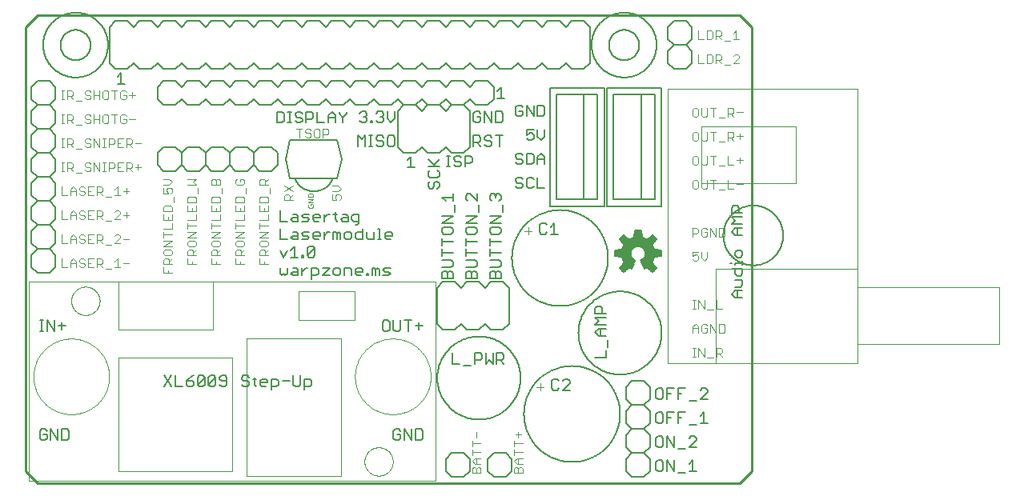
<source format=gto>
G75*
%MOIN*%
%OFA0B0*%
%FSLAX25Y25*%
%IPPOS*%
%LPD*%
%AMOC8*
5,1,8,0,0,1.08239X$1,22.5*
%
%ADD10C,0.01000*%
%ADD11C,0.00400*%
%ADD12C,0.00500*%
%ADD13C,0.00200*%
%ADD14C,0.00600*%
%ADD15C,0.00394*%
%ADD16C,0.00800*%
%ADD17C,0.00591*%
D10*
X0037595Y0057683D02*
X0032595Y0062683D01*
X0032595Y0247683D01*
X0037595Y0252683D01*
X0330095Y0252683D01*
X0335095Y0247683D01*
X0335095Y0062683D01*
X0330095Y0057683D01*
X0037595Y0057683D01*
D11*
X0218467Y0061958D02*
X0218467Y0063760D01*
X0219068Y0064360D01*
X0219668Y0064360D01*
X0220269Y0063760D01*
X0220269Y0061958D01*
X0222070Y0061958D02*
X0222070Y0063760D01*
X0221470Y0064360D01*
X0220869Y0064360D01*
X0220269Y0063760D01*
X0220269Y0065641D02*
X0220269Y0068043D01*
X0219668Y0068043D02*
X0222070Y0068043D01*
X0222070Y0065641D02*
X0219668Y0065641D01*
X0218467Y0066842D01*
X0219668Y0068043D01*
X0218467Y0069324D02*
X0218467Y0071726D01*
X0218467Y0070525D02*
X0222070Y0070525D01*
X0222070Y0074209D02*
X0218467Y0074209D01*
X0218467Y0073008D02*
X0218467Y0075410D01*
X0220269Y0076691D02*
X0220269Y0079093D01*
X0235967Y0075410D02*
X0235967Y0073008D01*
X0235967Y0074209D02*
X0239570Y0074209D01*
X0237769Y0076691D02*
X0237769Y0079093D01*
X0236568Y0077892D02*
X0238970Y0077892D01*
X0235967Y0071726D02*
X0235967Y0069324D01*
X0235967Y0070525D02*
X0239570Y0070525D01*
X0239570Y0068043D02*
X0237168Y0068043D01*
X0235967Y0066842D01*
X0237168Y0065641D01*
X0239570Y0065641D01*
X0238970Y0064360D02*
X0239570Y0063760D01*
X0239570Y0061958D01*
X0235967Y0061958D01*
X0235967Y0063760D01*
X0236568Y0064360D01*
X0237168Y0064360D01*
X0237769Y0063760D01*
X0237769Y0061958D01*
X0237769Y0063760D02*
X0238369Y0064360D01*
X0238970Y0064360D01*
X0237769Y0065641D02*
X0237769Y0068043D01*
X0222070Y0061958D02*
X0218467Y0061958D01*
X0246830Y0096150D02*
X0246830Y0099220D01*
X0245295Y0097685D02*
X0248364Y0097685D01*
X0310295Y0110383D02*
X0311496Y0110383D01*
X0310896Y0110383D02*
X0310896Y0113986D01*
X0311496Y0113986D02*
X0310295Y0113986D01*
X0312751Y0113986D02*
X0315153Y0110383D01*
X0315153Y0113986D01*
X0312751Y0113986D02*
X0312751Y0110383D01*
X0316434Y0109783D02*
X0318836Y0109783D01*
X0320117Y0110383D02*
X0320117Y0113986D01*
X0321918Y0113986D01*
X0322519Y0113386D01*
X0322519Y0112185D01*
X0321918Y0111584D01*
X0320117Y0111584D01*
X0321318Y0111584D02*
X0322519Y0110383D01*
X0323146Y0120383D02*
X0323747Y0120984D01*
X0323747Y0123386D01*
X0323146Y0123986D01*
X0321345Y0123986D01*
X0321345Y0120383D01*
X0323146Y0120383D01*
X0320063Y0120383D02*
X0320063Y0123986D01*
X0317661Y0123986D02*
X0320063Y0120383D01*
X0317661Y0120383D02*
X0317661Y0123986D01*
X0316380Y0123386D02*
X0315780Y0123986D01*
X0314579Y0123986D01*
X0313978Y0123386D01*
X0313978Y0120984D01*
X0314579Y0120383D01*
X0315780Y0120383D01*
X0316380Y0120984D01*
X0316380Y0122185D01*
X0315179Y0122185D01*
X0312697Y0122185D02*
X0310295Y0122185D01*
X0310295Y0122785D02*
X0311496Y0123986D01*
X0312697Y0122785D01*
X0312697Y0120383D01*
X0310295Y0120383D02*
X0310295Y0122785D01*
X0310295Y0130383D02*
X0311496Y0130383D01*
X0310896Y0130383D02*
X0310896Y0133986D01*
X0311496Y0133986D02*
X0310295Y0133986D01*
X0312751Y0133986D02*
X0315153Y0130383D01*
X0315153Y0133986D01*
X0312751Y0133986D02*
X0312751Y0130383D01*
X0316434Y0129783D02*
X0318836Y0129783D01*
X0320117Y0130383D02*
X0322519Y0130383D01*
X0320117Y0130383D02*
X0320117Y0133986D01*
X0315179Y0150383D02*
X0316380Y0151584D01*
X0316380Y0153986D01*
X0313978Y0153986D02*
X0313978Y0151584D01*
X0315179Y0150383D01*
X0312697Y0150984D02*
X0312097Y0150383D01*
X0310896Y0150383D01*
X0310295Y0150984D01*
X0310295Y0152185D02*
X0311496Y0152785D01*
X0312097Y0152785D01*
X0312697Y0152185D01*
X0312697Y0150984D01*
X0310295Y0152185D02*
X0310295Y0153986D01*
X0312697Y0153986D01*
X0314579Y0160383D02*
X0315780Y0160383D01*
X0316380Y0160984D01*
X0316380Y0162185D01*
X0315179Y0162185D01*
X0313978Y0163386D02*
X0313978Y0160984D01*
X0314579Y0160383D01*
X0312697Y0162185D02*
X0312097Y0161584D01*
X0310295Y0161584D01*
X0310295Y0160383D02*
X0310295Y0163986D01*
X0312097Y0163986D01*
X0312697Y0163386D01*
X0312697Y0162185D01*
X0313978Y0163386D02*
X0314579Y0163986D01*
X0315780Y0163986D01*
X0316380Y0163386D01*
X0317661Y0163986D02*
X0320063Y0160383D01*
X0320063Y0163986D01*
X0321345Y0163986D02*
X0323146Y0163986D01*
X0323747Y0163386D01*
X0323747Y0160984D01*
X0323146Y0160383D01*
X0321345Y0160383D01*
X0321345Y0163986D01*
X0317661Y0163986D02*
X0317661Y0160383D01*
X0321345Y0179783D02*
X0323747Y0179783D01*
X0325028Y0180383D02*
X0325028Y0183986D01*
X0325028Y0180383D02*
X0327430Y0180383D01*
X0328711Y0182185D02*
X0331113Y0182185D01*
X0320063Y0183986D02*
X0317661Y0183986D01*
X0318862Y0183986D02*
X0318862Y0180383D01*
X0316380Y0180984D02*
X0316380Y0183986D01*
X0313978Y0183986D02*
X0313978Y0180984D01*
X0314579Y0180383D01*
X0315780Y0180383D01*
X0316380Y0180984D01*
X0312697Y0180984D02*
X0312697Y0183386D01*
X0312097Y0183986D01*
X0310896Y0183986D01*
X0310295Y0183386D01*
X0310295Y0180984D01*
X0310896Y0180383D01*
X0312097Y0180383D01*
X0312697Y0180984D01*
X0312097Y0190383D02*
X0312697Y0190984D01*
X0312697Y0193386D01*
X0312097Y0193986D01*
X0310896Y0193986D01*
X0310295Y0193386D01*
X0310295Y0190984D01*
X0310896Y0190383D01*
X0312097Y0190383D01*
X0313978Y0190984D02*
X0314579Y0190383D01*
X0315780Y0190383D01*
X0316380Y0190984D01*
X0316380Y0193986D01*
X0317661Y0193986D02*
X0320063Y0193986D01*
X0318862Y0193986D02*
X0318862Y0190383D01*
X0321345Y0189783D02*
X0323747Y0189783D01*
X0325028Y0190383D02*
X0325028Y0193986D01*
X0325028Y0190383D02*
X0327430Y0190383D01*
X0328711Y0192185D02*
X0331113Y0192185D01*
X0329912Y0193386D02*
X0329912Y0190984D01*
X0323747Y0199783D02*
X0321345Y0199783D01*
X0318862Y0200383D02*
X0318862Y0203986D01*
X0317661Y0203986D02*
X0320063Y0203986D01*
X0316380Y0203986D02*
X0316380Y0200984D01*
X0315780Y0200383D01*
X0314579Y0200383D01*
X0313978Y0200984D01*
X0313978Y0203986D01*
X0312697Y0203386D02*
X0312097Y0203986D01*
X0310896Y0203986D01*
X0310295Y0203386D01*
X0310295Y0200984D01*
X0310896Y0200383D01*
X0312097Y0200383D01*
X0312697Y0200984D01*
X0312697Y0203386D01*
X0312097Y0210383D02*
X0312697Y0210984D01*
X0312697Y0213386D01*
X0312097Y0213986D01*
X0310896Y0213986D01*
X0310295Y0213386D01*
X0310295Y0210984D01*
X0310896Y0210383D01*
X0312097Y0210383D01*
X0313978Y0210984D02*
X0314579Y0210383D01*
X0315780Y0210383D01*
X0316380Y0210984D01*
X0316380Y0213986D01*
X0317661Y0213986D02*
X0320063Y0213986D01*
X0318862Y0213986D02*
X0318862Y0210383D01*
X0321345Y0209783D02*
X0323747Y0209783D01*
X0325028Y0210383D02*
X0325028Y0213986D01*
X0326829Y0213986D01*
X0327430Y0213386D01*
X0327430Y0212185D01*
X0326829Y0211584D01*
X0325028Y0211584D01*
X0326229Y0211584D02*
X0327430Y0210383D01*
X0328711Y0212185D02*
X0331113Y0212185D01*
X0313978Y0210984D02*
X0313978Y0213986D01*
X0325028Y0203986D02*
X0326829Y0203986D01*
X0327430Y0203386D01*
X0327430Y0202185D01*
X0326829Y0201584D01*
X0325028Y0201584D01*
X0326229Y0201584D02*
X0327430Y0200383D01*
X0328711Y0202185D02*
X0331113Y0202185D01*
X0329912Y0203386D02*
X0329912Y0200984D01*
X0325028Y0200383D02*
X0325028Y0203986D01*
X0313978Y0193986D02*
X0313978Y0190984D01*
X0243364Y0162685D02*
X0240295Y0162685D01*
X0241830Y0164220D02*
X0241830Y0161150D01*
X0163895Y0176117D02*
X0163295Y0175517D01*
X0163895Y0176117D02*
X0163895Y0177318D01*
X0163295Y0177919D01*
X0162094Y0177919D01*
X0161493Y0177318D01*
X0161493Y0176718D01*
X0162094Y0175517D01*
X0160292Y0175517D01*
X0160292Y0177919D01*
X0160292Y0179200D02*
X0162694Y0179200D01*
X0163895Y0180401D01*
X0162694Y0181602D01*
X0160292Y0181602D01*
X0143895Y0181602D02*
X0140292Y0179200D01*
X0140893Y0177919D02*
X0142094Y0177919D01*
X0142694Y0177318D01*
X0142694Y0175517D01*
X0142694Y0176718D02*
X0143895Y0177919D01*
X0143895Y0179200D02*
X0140292Y0181602D01*
X0140893Y0177919D02*
X0140292Y0177318D01*
X0140292Y0175517D01*
X0143895Y0175517D01*
X0134196Y0178317D02*
X0134196Y0180719D01*
X0133595Y0182000D02*
X0129992Y0182000D01*
X0129992Y0183801D01*
X0130593Y0184402D01*
X0131794Y0184402D01*
X0132394Y0183801D01*
X0132394Y0182000D01*
X0132394Y0183201D02*
X0133595Y0184402D01*
X0132995Y0177036D02*
X0130593Y0177036D01*
X0129992Y0176435D01*
X0129992Y0174634D01*
X0133595Y0174634D01*
X0133595Y0176435D01*
X0132995Y0177036D01*
X0133595Y0173353D02*
X0133595Y0170950D01*
X0129992Y0170950D01*
X0129992Y0173353D01*
X0131794Y0172152D02*
X0131794Y0170950D01*
X0133595Y0169669D02*
X0133595Y0167267D01*
X0129992Y0167267D01*
X0129992Y0165986D02*
X0129992Y0163584D01*
X0129992Y0164785D02*
X0133595Y0164785D01*
X0133595Y0162303D02*
X0129992Y0162303D01*
X0129992Y0159901D02*
X0133595Y0162303D01*
X0133595Y0159901D02*
X0129992Y0159901D01*
X0130593Y0158620D02*
X0129992Y0158019D01*
X0129992Y0156818D01*
X0130593Y0156218D01*
X0132995Y0156218D01*
X0133595Y0156818D01*
X0133595Y0158019D01*
X0132995Y0158620D01*
X0130593Y0158620D01*
X0130593Y0154937D02*
X0131794Y0154937D01*
X0132394Y0154336D01*
X0132394Y0152535D01*
X0132394Y0153736D02*
X0133595Y0154937D01*
X0133595Y0152535D02*
X0129992Y0152535D01*
X0129992Y0154336D01*
X0130593Y0154937D01*
X0129992Y0151254D02*
X0129992Y0148852D01*
X0133595Y0148852D01*
X0131794Y0148852D02*
X0131794Y0150053D01*
X0123595Y0148852D02*
X0119992Y0148852D01*
X0119992Y0151254D01*
X0119992Y0152535D02*
X0119992Y0154336D01*
X0120593Y0154937D01*
X0121794Y0154937D01*
X0122394Y0154336D01*
X0122394Y0152535D01*
X0122394Y0153736D02*
X0123595Y0154937D01*
X0122995Y0156218D02*
X0123595Y0156818D01*
X0123595Y0158019D01*
X0122995Y0158620D01*
X0120593Y0158620D01*
X0119992Y0158019D01*
X0119992Y0156818D01*
X0120593Y0156218D01*
X0122995Y0156218D01*
X0123595Y0159901D02*
X0119992Y0159901D01*
X0123595Y0162303D01*
X0119992Y0162303D01*
X0119992Y0163584D02*
X0119992Y0165986D01*
X0119992Y0164785D02*
X0123595Y0164785D01*
X0123595Y0167267D02*
X0123595Y0169669D01*
X0123595Y0170950D02*
X0123595Y0173353D01*
X0123595Y0174634D02*
X0123595Y0176435D01*
X0122995Y0177036D01*
X0120593Y0177036D01*
X0119992Y0176435D01*
X0119992Y0174634D01*
X0123595Y0174634D01*
X0121794Y0172152D02*
X0121794Y0170950D01*
X0123595Y0170950D02*
X0119992Y0170950D01*
X0119992Y0173353D01*
X0119992Y0167267D02*
X0123595Y0167267D01*
X0113595Y0167267D02*
X0113595Y0169669D01*
X0113595Y0170950D02*
X0113595Y0173353D01*
X0113595Y0174634D02*
X0113595Y0176435D01*
X0112995Y0177036D01*
X0110593Y0177036D01*
X0109992Y0176435D01*
X0109992Y0174634D01*
X0113595Y0174634D01*
X0111794Y0172152D02*
X0111794Y0170950D01*
X0113595Y0170950D02*
X0109992Y0170950D01*
X0109992Y0173353D01*
X0109992Y0167267D02*
X0113595Y0167267D01*
X0113595Y0164785D02*
X0109992Y0164785D01*
X0109992Y0163584D02*
X0109992Y0165986D01*
X0109992Y0162303D02*
X0113595Y0162303D01*
X0109992Y0159901D01*
X0113595Y0159901D01*
X0112995Y0158620D02*
X0110593Y0158620D01*
X0109992Y0158019D01*
X0109992Y0156818D01*
X0110593Y0156218D01*
X0112995Y0156218D01*
X0113595Y0156818D01*
X0113595Y0158019D01*
X0112995Y0158620D01*
X0113595Y0154937D02*
X0112394Y0153736D01*
X0112394Y0154336D02*
X0112394Y0152535D01*
X0113595Y0152535D02*
X0109992Y0152535D01*
X0109992Y0154336D01*
X0110593Y0154937D01*
X0111794Y0154937D01*
X0112394Y0154336D01*
X0109992Y0151254D02*
X0109992Y0148852D01*
X0113595Y0148852D01*
X0111794Y0148852D02*
X0111794Y0150053D01*
X0103595Y0148852D02*
X0099992Y0148852D01*
X0099992Y0151254D01*
X0099992Y0152535D02*
X0099992Y0154336D01*
X0100593Y0154937D01*
X0101794Y0154937D01*
X0102394Y0154336D01*
X0102394Y0152535D01*
X0102394Y0153736D02*
X0103595Y0154937D01*
X0102995Y0156218D02*
X0103595Y0156818D01*
X0103595Y0158019D01*
X0102995Y0158620D01*
X0100593Y0158620D01*
X0099992Y0158019D01*
X0099992Y0156818D01*
X0100593Y0156218D01*
X0102995Y0156218D01*
X0103595Y0159901D02*
X0099992Y0159901D01*
X0103595Y0162303D01*
X0099992Y0162303D01*
X0099992Y0163584D02*
X0099992Y0165986D01*
X0099992Y0164785D02*
X0103595Y0164785D01*
X0103595Y0167267D02*
X0103595Y0169669D01*
X0103595Y0170950D02*
X0103595Y0173353D01*
X0103595Y0174634D02*
X0103595Y0176435D01*
X0102995Y0177036D01*
X0100593Y0177036D01*
X0099992Y0176435D01*
X0099992Y0174634D01*
X0103595Y0174634D01*
X0101794Y0172152D02*
X0101794Y0170950D01*
X0103595Y0170950D02*
X0099992Y0170950D01*
X0099992Y0173353D01*
X0094196Y0174634D02*
X0094196Y0177036D01*
X0092995Y0178317D02*
X0093595Y0178917D01*
X0093595Y0180118D01*
X0092995Y0180719D01*
X0091794Y0180719D01*
X0091193Y0180118D01*
X0091193Y0179518D01*
X0091794Y0178317D01*
X0089992Y0178317D01*
X0089992Y0180719D01*
X0089992Y0182000D02*
X0092394Y0182000D01*
X0093595Y0183201D01*
X0092394Y0184402D01*
X0089992Y0184402D01*
X0079389Y0188184D02*
X0079389Y0190586D01*
X0078188Y0189385D02*
X0080590Y0189385D01*
X0076907Y0189385D02*
X0076306Y0188784D01*
X0074505Y0188784D01*
X0075706Y0188784D02*
X0076907Y0187583D01*
X0076907Y0189385D02*
X0076907Y0190586D01*
X0076306Y0191186D01*
X0074505Y0191186D01*
X0074505Y0187583D01*
X0073224Y0187583D02*
X0070822Y0187583D01*
X0070822Y0191186D01*
X0073224Y0191186D01*
X0072023Y0189385D02*
X0070822Y0189385D01*
X0069541Y0189385D02*
X0068940Y0188784D01*
X0067139Y0188784D01*
X0067139Y0187583D02*
X0067139Y0191186D01*
X0068940Y0191186D01*
X0069541Y0190586D01*
X0069541Y0189385D01*
X0065884Y0191186D02*
X0064683Y0191186D01*
X0065284Y0191186D02*
X0065284Y0187583D01*
X0065884Y0187583D02*
X0064683Y0187583D01*
X0063402Y0187583D02*
X0063402Y0191186D01*
X0061000Y0191186D02*
X0063402Y0187583D01*
X0061000Y0187583D02*
X0061000Y0191186D01*
X0059719Y0190586D02*
X0059118Y0191186D01*
X0057917Y0191186D01*
X0057317Y0190586D01*
X0057317Y0189985D01*
X0057917Y0189385D01*
X0059118Y0189385D01*
X0059719Y0188784D01*
X0059719Y0188184D01*
X0059118Y0187583D01*
X0057917Y0187583D01*
X0057317Y0188184D01*
X0056036Y0186983D02*
X0053634Y0186983D01*
X0052353Y0187583D02*
X0051152Y0188784D01*
X0051752Y0188784D02*
X0049951Y0188784D01*
X0049951Y0187583D02*
X0049951Y0191186D01*
X0051752Y0191186D01*
X0052353Y0190586D01*
X0052353Y0189385D01*
X0051752Y0188784D01*
X0048696Y0187583D02*
X0047495Y0187583D01*
X0048096Y0187583D02*
X0048096Y0191186D01*
X0048696Y0191186D02*
X0047495Y0191186D01*
X0047495Y0197583D02*
X0048696Y0197583D01*
X0048096Y0197583D02*
X0048096Y0201186D01*
X0048696Y0201186D02*
X0047495Y0201186D01*
X0049951Y0201186D02*
X0049951Y0197583D01*
X0049951Y0198784D02*
X0051752Y0198784D01*
X0052353Y0199385D01*
X0052353Y0200586D01*
X0051752Y0201186D01*
X0049951Y0201186D01*
X0051152Y0198784D02*
X0052353Y0197583D01*
X0053634Y0196983D02*
X0056036Y0196983D01*
X0057317Y0198184D02*
X0057917Y0197583D01*
X0059118Y0197583D01*
X0059719Y0198184D01*
X0059719Y0198784D01*
X0059118Y0199385D01*
X0057917Y0199385D01*
X0057317Y0199985D01*
X0057317Y0200586D01*
X0057917Y0201186D01*
X0059118Y0201186D01*
X0059719Y0200586D01*
X0061000Y0201186D02*
X0063402Y0197583D01*
X0063402Y0201186D01*
X0064683Y0201186D02*
X0065884Y0201186D01*
X0065284Y0201186D02*
X0065284Y0197583D01*
X0065884Y0197583D02*
X0064683Y0197583D01*
X0067139Y0197583D02*
X0067139Y0201186D01*
X0068940Y0201186D01*
X0069541Y0200586D01*
X0069541Y0199385D01*
X0068940Y0198784D01*
X0067139Y0198784D01*
X0070822Y0199385D02*
X0072023Y0199385D01*
X0073224Y0201186D02*
X0070822Y0201186D01*
X0070822Y0197583D01*
X0073224Y0197583D01*
X0074505Y0197583D02*
X0074505Y0201186D01*
X0076306Y0201186D01*
X0076907Y0200586D01*
X0076907Y0199385D01*
X0076306Y0198784D01*
X0074505Y0198784D01*
X0075706Y0198784D02*
X0076907Y0197583D01*
X0078188Y0199385D02*
X0080590Y0199385D01*
X0073851Y0207583D02*
X0074451Y0208184D01*
X0074451Y0209385D01*
X0073250Y0209385D01*
X0072049Y0210586D02*
X0072049Y0208184D01*
X0072650Y0207583D01*
X0073851Y0207583D01*
X0075733Y0209385D02*
X0078135Y0209385D01*
X0074451Y0210586D02*
X0073851Y0211186D01*
X0072650Y0211186D01*
X0072049Y0210586D01*
X0070768Y0211186D02*
X0068366Y0211186D01*
X0069567Y0211186D02*
X0069567Y0207583D01*
X0067085Y0208184D02*
X0067085Y0210586D01*
X0066485Y0211186D01*
X0065284Y0211186D01*
X0064683Y0210586D01*
X0064683Y0208184D01*
X0065284Y0207583D01*
X0066485Y0207583D01*
X0067085Y0208184D01*
X0063402Y0207583D02*
X0063402Y0211186D01*
X0063402Y0209385D02*
X0061000Y0209385D01*
X0059719Y0208784D02*
X0059719Y0208184D01*
X0059118Y0207583D01*
X0057917Y0207583D01*
X0057317Y0208184D01*
X0057917Y0209385D02*
X0059118Y0209385D01*
X0059719Y0208784D01*
X0061000Y0207583D02*
X0061000Y0211186D01*
X0059719Y0210586D02*
X0059118Y0211186D01*
X0057917Y0211186D01*
X0057317Y0210586D01*
X0057317Y0209985D01*
X0057917Y0209385D01*
X0056036Y0206983D02*
X0053634Y0206983D01*
X0052353Y0207583D02*
X0051152Y0208784D01*
X0051752Y0208784D02*
X0049951Y0208784D01*
X0049951Y0207583D02*
X0049951Y0211186D01*
X0051752Y0211186D01*
X0052353Y0210586D01*
X0052353Y0209385D01*
X0051752Y0208784D01*
X0048696Y0207583D02*
X0047495Y0207583D01*
X0048096Y0207583D02*
X0048096Y0211186D01*
X0048696Y0211186D02*
X0047495Y0211186D01*
X0047495Y0217583D02*
X0048696Y0217583D01*
X0048096Y0217583D02*
X0048096Y0221186D01*
X0048696Y0221186D02*
X0047495Y0221186D01*
X0049951Y0221186D02*
X0049951Y0217583D01*
X0049951Y0218784D02*
X0051752Y0218784D01*
X0052353Y0219385D01*
X0052353Y0220586D01*
X0051752Y0221186D01*
X0049951Y0221186D01*
X0051152Y0218784D02*
X0052353Y0217583D01*
X0053634Y0216983D02*
X0056036Y0216983D01*
X0057317Y0218184D02*
X0057917Y0217583D01*
X0059118Y0217583D01*
X0059719Y0218184D01*
X0059719Y0218784D01*
X0059118Y0219385D01*
X0057917Y0219385D01*
X0057317Y0219985D01*
X0057317Y0220586D01*
X0057917Y0221186D01*
X0059118Y0221186D01*
X0059719Y0220586D01*
X0061000Y0221186D02*
X0061000Y0217583D01*
X0061000Y0219385D02*
X0063402Y0219385D01*
X0064683Y0220586D02*
X0064683Y0218184D01*
X0065284Y0217583D01*
X0066485Y0217583D01*
X0067085Y0218184D01*
X0067085Y0220586D01*
X0066485Y0221186D01*
X0065284Y0221186D01*
X0064683Y0220586D01*
X0063402Y0221186D02*
X0063402Y0217583D01*
X0068366Y0221186D02*
X0070768Y0221186D01*
X0069567Y0221186D02*
X0069567Y0217583D01*
X0072049Y0218184D02*
X0072650Y0217583D01*
X0073851Y0217583D01*
X0074451Y0218184D01*
X0074451Y0219385D01*
X0073250Y0219385D01*
X0072049Y0220586D02*
X0072049Y0218184D01*
X0072049Y0220586D02*
X0072650Y0221186D01*
X0073851Y0221186D01*
X0074451Y0220586D01*
X0075733Y0219385D02*
X0078135Y0219385D01*
X0076934Y0220586D02*
X0076934Y0218184D01*
X0061000Y0201186D02*
X0061000Y0197583D01*
X0060947Y0181186D02*
X0058545Y0181186D01*
X0058545Y0177583D01*
X0060947Y0177583D01*
X0062228Y0177583D02*
X0062228Y0181186D01*
X0064029Y0181186D01*
X0064630Y0180586D01*
X0064630Y0179385D01*
X0064029Y0178784D01*
X0062228Y0178784D01*
X0063429Y0178784D02*
X0064630Y0177583D01*
X0065911Y0176983D02*
X0068313Y0176983D01*
X0069594Y0177583D02*
X0071996Y0177583D01*
X0070795Y0177583D02*
X0070795Y0181186D01*
X0069594Y0179985D01*
X0073277Y0179385D02*
X0075679Y0179385D01*
X0074478Y0180586D02*
X0074478Y0178184D01*
X0059746Y0179385D02*
X0058545Y0179385D01*
X0057263Y0178784D02*
X0057263Y0178184D01*
X0056663Y0177583D01*
X0055462Y0177583D01*
X0054861Y0178184D01*
X0055462Y0179385D02*
X0056663Y0179385D01*
X0057263Y0178784D01*
X0057263Y0180586D02*
X0056663Y0181186D01*
X0055462Y0181186D01*
X0054861Y0180586D01*
X0054861Y0179985D01*
X0055462Y0179385D01*
X0053580Y0179385D02*
X0051178Y0179385D01*
X0051178Y0179985D02*
X0052379Y0181186D01*
X0053580Y0179985D01*
X0053580Y0177583D01*
X0051178Y0177583D02*
X0051178Y0179985D01*
X0049897Y0177583D02*
X0047495Y0177583D01*
X0047495Y0181186D01*
X0047495Y0171186D02*
X0047495Y0167583D01*
X0049897Y0167583D01*
X0051178Y0167583D02*
X0051178Y0169985D01*
X0052379Y0171186D01*
X0053580Y0169985D01*
X0053580Y0167583D01*
X0054861Y0168184D02*
X0055462Y0167583D01*
X0056663Y0167583D01*
X0057263Y0168184D01*
X0057263Y0168784D01*
X0056663Y0169385D01*
X0055462Y0169385D01*
X0054861Y0169985D01*
X0054861Y0170586D01*
X0055462Y0171186D01*
X0056663Y0171186D01*
X0057263Y0170586D01*
X0058545Y0171186D02*
X0058545Y0167583D01*
X0060947Y0167583D01*
X0062228Y0167583D02*
X0062228Y0171186D01*
X0064029Y0171186D01*
X0064630Y0170586D01*
X0064630Y0169385D01*
X0064029Y0168784D01*
X0062228Y0168784D01*
X0063429Y0168784D02*
X0064630Y0167583D01*
X0065911Y0166983D02*
X0068313Y0166983D01*
X0069594Y0167583D02*
X0071996Y0169985D01*
X0071996Y0170586D01*
X0071396Y0171186D01*
X0070195Y0171186D01*
X0069594Y0170586D01*
X0069594Y0167583D02*
X0071996Y0167583D01*
X0073277Y0169385D02*
X0075679Y0169385D01*
X0074478Y0170586D02*
X0074478Y0168184D01*
X0060947Y0171186D02*
X0058545Y0171186D01*
X0058545Y0169385D02*
X0059746Y0169385D01*
X0053580Y0169385D02*
X0051178Y0169385D01*
X0052379Y0161186D02*
X0053580Y0159985D01*
X0053580Y0157583D01*
X0054861Y0158184D02*
X0055462Y0157583D01*
X0056663Y0157583D01*
X0057263Y0158184D01*
X0057263Y0158784D01*
X0056663Y0159385D01*
X0055462Y0159385D01*
X0054861Y0159985D01*
X0054861Y0160586D01*
X0055462Y0161186D01*
X0056663Y0161186D01*
X0057263Y0160586D01*
X0058545Y0161186D02*
X0058545Y0157583D01*
X0060947Y0157583D01*
X0062228Y0157583D02*
X0062228Y0161186D01*
X0064029Y0161186D01*
X0064630Y0160586D01*
X0064630Y0159385D01*
X0064029Y0158784D01*
X0062228Y0158784D01*
X0063429Y0158784D02*
X0064630Y0157583D01*
X0065911Y0156983D02*
X0068313Y0156983D01*
X0069594Y0157583D02*
X0071996Y0159985D01*
X0071996Y0160586D01*
X0071396Y0161186D01*
X0070195Y0161186D01*
X0069594Y0160586D01*
X0069594Y0157583D02*
X0071996Y0157583D01*
X0073277Y0159385D02*
X0075679Y0159385D01*
X0089992Y0159901D02*
X0089992Y0162303D01*
X0089992Y0161102D02*
X0093595Y0161102D01*
X0093595Y0158620D02*
X0089992Y0158620D01*
X0089992Y0156218D02*
X0093595Y0158620D01*
X0093595Y0156218D02*
X0089992Y0156218D01*
X0090593Y0154937D02*
X0089992Y0154336D01*
X0089992Y0153135D01*
X0090593Y0152535D01*
X0092995Y0152535D01*
X0093595Y0153135D01*
X0093595Y0154336D01*
X0092995Y0154937D01*
X0090593Y0154937D01*
X0090593Y0151254D02*
X0091794Y0151254D01*
X0092394Y0150653D01*
X0092394Y0148852D01*
X0092394Y0150053D02*
X0093595Y0151254D01*
X0093595Y0148852D02*
X0089992Y0148852D01*
X0089992Y0150653D01*
X0090593Y0151254D01*
X0089992Y0147571D02*
X0089992Y0145168D01*
X0093595Y0145168D01*
X0091794Y0145168D02*
X0091794Y0146369D01*
X0101794Y0148852D02*
X0101794Y0150053D01*
X0103595Y0152535D02*
X0099992Y0152535D01*
X0119992Y0152535D02*
X0123595Y0152535D01*
X0121794Y0150053D02*
X0121794Y0148852D01*
X0093595Y0163584D02*
X0089992Y0163584D01*
X0093595Y0163584D02*
X0093595Y0165986D01*
X0093595Y0167267D02*
X0093595Y0169669D01*
X0093595Y0170950D02*
X0093595Y0172752D01*
X0092995Y0173353D01*
X0090593Y0173353D01*
X0089992Y0172752D01*
X0089992Y0170950D01*
X0093595Y0170950D01*
X0091794Y0168468D02*
X0091794Y0167267D01*
X0093595Y0167267D02*
X0089992Y0167267D01*
X0089992Y0169669D01*
X0099992Y0167267D02*
X0103595Y0167267D01*
X0104196Y0178317D02*
X0104196Y0180719D01*
X0103595Y0182000D02*
X0102394Y0183201D01*
X0103595Y0184402D01*
X0099992Y0184402D01*
X0099992Y0182000D02*
X0103595Y0182000D01*
X0109992Y0182000D02*
X0109992Y0183801D01*
X0110593Y0184402D01*
X0111193Y0184402D01*
X0111794Y0183801D01*
X0111794Y0182000D01*
X0113595Y0182000D02*
X0113595Y0183801D01*
X0112995Y0184402D01*
X0112394Y0184402D01*
X0111794Y0183801D01*
X0113595Y0182000D02*
X0109992Y0182000D01*
X0114196Y0180719D02*
X0114196Y0178317D01*
X0119992Y0182600D02*
X0120593Y0182000D01*
X0122995Y0182000D01*
X0123595Y0182600D01*
X0123595Y0183801D01*
X0122995Y0184402D01*
X0121794Y0184402D01*
X0121794Y0183201D01*
X0120593Y0184402D02*
X0119992Y0183801D01*
X0119992Y0182600D01*
X0124196Y0180719D02*
X0124196Y0178317D01*
X0146496Y0201633D02*
X0146496Y0205236D01*
X0145295Y0205236D02*
X0147697Y0205236D01*
X0148978Y0204636D02*
X0148978Y0204035D01*
X0149579Y0203435D01*
X0150780Y0203435D01*
X0151380Y0202834D01*
X0151380Y0202234D01*
X0150780Y0201633D01*
X0149579Y0201633D01*
X0148978Y0202234D01*
X0148978Y0204636D02*
X0149579Y0205236D01*
X0150780Y0205236D01*
X0151380Y0204636D01*
X0152661Y0204636D02*
X0152661Y0202234D01*
X0153262Y0201633D01*
X0154463Y0201633D01*
X0155063Y0202234D01*
X0155063Y0204636D01*
X0154463Y0205236D01*
X0153262Y0205236D01*
X0152661Y0204636D01*
X0156345Y0205236D02*
X0158146Y0205236D01*
X0158747Y0204636D01*
X0158747Y0203435D01*
X0158146Y0202834D01*
X0156345Y0202834D01*
X0156345Y0201633D02*
X0156345Y0205236D01*
X0060947Y0161186D02*
X0058545Y0161186D01*
X0058545Y0159385D02*
X0059746Y0159385D01*
X0053580Y0159385D02*
X0051178Y0159385D01*
X0051178Y0159985D02*
X0052379Y0161186D01*
X0051178Y0159985D02*
X0051178Y0157583D01*
X0049897Y0157583D02*
X0047495Y0157583D01*
X0047495Y0161186D01*
X0047495Y0151186D02*
X0047495Y0147583D01*
X0049897Y0147583D01*
X0051178Y0147583D02*
X0051178Y0149985D01*
X0052379Y0151186D01*
X0053580Y0149985D01*
X0053580Y0147583D01*
X0054861Y0148184D02*
X0055462Y0147583D01*
X0056663Y0147583D01*
X0057263Y0148184D01*
X0057263Y0148784D01*
X0056663Y0149385D01*
X0055462Y0149385D01*
X0054861Y0149985D01*
X0054861Y0150586D01*
X0055462Y0151186D01*
X0056663Y0151186D01*
X0057263Y0150586D01*
X0058545Y0151186D02*
X0058545Y0147583D01*
X0060947Y0147583D01*
X0062228Y0147583D02*
X0062228Y0151186D01*
X0064029Y0151186D01*
X0064630Y0150586D01*
X0064630Y0149385D01*
X0064029Y0148784D01*
X0062228Y0148784D01*
X0063429Y0148784D02*
X0064630Y0147583D01*
X0065911Y0146983D02*
X0068313Y0146983D01*
X0069594Y0147583D02*
X0071996Y0147583D01*
X0070795Y0147583D02*
X0070795Y0151186D01*
X0069594Y0149985D01*
X0073277Y0149385D02*
X0075679Y0149385D01*
X0060947Y0151186D02*
X0058545Y0151186D01*
X0058545Y0149385D02*
X0059746Y0149385D01*
X0053580Y0149385D02*
X0051178Y0149385D01*
X0312495Y0232583D02*
X0314897Y0232583D01*
X0316178Y0232583D02*
X0316178Y0236186D01*
X0317980Y0236186D01*
X0318580Y0235586D01*
X0318580Y0233184D01*
X0317980Y0232583D01*
X0316178Y0232583D01*
X0312495Y0232583D02*
X0312495Y0236186D01*
X0312495Y0242583D02*
X0314897Y0242583D01*
X0316178Y0242583D02*
X0316178Y0246186D01*
X0317980Y0246186D01*
X0318580Y0245586D01*
X0318580Y0243184D01*
X0317980Y0242583D01*
X0316178Y0242583D01*
X0312495Y0242583D02*
X0312495Y0246186D01*
X0319861Y0246186D02*
X0319861Y0242583D01*
X0319861Y0243784D02*
X0321663Y0243784D01*
X0322263Y0244385D01*
X0322263Y0245586D01*
X0321663Y0246186D01*
X0319861Y0246186D01*
X0321062Y0243784D02*
X0322263Y0242583D01*
X0323545Y0241983D02*
X0325947Y0241983D01*
X0327228Y0242583D02*
X0329630Y0242583D01*
X0328429Y0242583D02*
X0328429Y0246186D01*
X0327228Y0244985D01*
X0327828Y0236186D02*
X0327228Y0235586D01*
X0327828Y0236186D02*
X0329029Y0236186D01*
X0329630Y0235586D01*
X0329630Y0234985D01*
X0327228Y0232583D01*
X0329630Y0232583D01*
X0325947Y0231983D02*
X0323545Y0231983D01*
X0322263Y0232583D02*
X0321062Y0233784D01*
X0321663Y0233784D02*
X0319861Y0233784D01*
X0319861Y0232583D02*
X0319861Y0236186D01*
X0321663Y0236186D01*
X0322263Y0235586D01*
X0322263Y0234385D01*
X0321663Y0233784D01*
D12*
X0297231Y0222329D02*
X0274593Y0222329D01*
X0274593Y0173037D01*
X0297231Y0173037D01*
X0297231Y0222329D01*
X0294475Y0219573D02*
X0288845Y0219573D01*
X0288845Y0175793D01*
X0277349Y0175793D01*
X0277349Y0219573D01*
X0288845Y0219573D01*
X0294475Y0219573D02*
X0294475Y0175793D01*
X0288845Y0175793D01*
X0273481Y0173037D02*
X0250843Y0173037D01*
X0250843Y0222329D01*
X0273481Y0222329D01*
X0273481Y0173037D01*
X0270725Y0175793D02*
X0265095Y0175793D01*
X0265095Y0219573D01*
X0270725Y0219573D01*
X0270725Y0175793D01*
X0265095Y0175793D02*
X0253599Y0175793D01*
X0253599Y0219573D01*
X0265095Y0219573D01*
X0248744Y0214186D02*
X0248744Y0211184D01*
X0247993Y0210433D01*
X0245741Y0210433D01*
X0245741Y0214937D01*
X0247993Y0214937D01*
X0248744Y0214186D01*
X0244140Y0214937D02*
X0244140Y0210433D01*
X0241137Y0214937D01*
X0241137Y0210433D01*
X0239536Y0211184D02*
X0239536Y0212685D01*
X0238035Y0212685D01*
X0239536Y0214186D02*
X0238785Y0214937D01*
X0237284Y0214937D01*
X0236533Y0214186D01*
X0236533Y0211184D01*
X0237284Y0210433D01*
X0238785Y0210433D01*
X0239536Y0211184D01*
X0241137Y0204937D02*
X0241137Y0202685D01*
X0242639Y0203436D01*
X0243389Y0203436D01*
X0244140Y0202685D01*
X0244140Y0201184D01*
X0243389Y0200433D01*
X0241888Y0200433D01*
X0241137Y0201184D01*
X0241137Y0204937D02*
X0244140Y0204937D01*
X0245741Y0204937D02*
X0245741Y0201934D01*
X0247242Y0200433D01*
X0248744Y0201934D01*
X0248744Y0204937D01*
X0231306Y0202437D02*
X0228303Y0202437D01*
X0229804Y0202437D02*
X0229804Y0197933D01*
X0226702Y0198684D02*
X0225951Y0197933D01*
X0224450Y0197933D01*
X0223699Y0198684D01*
X0224450Y0200185D02*
X0225951Y0200185D01*
X0226702Y0199434D01*
X0226702Y0198684D01*
X0224450Y0200185D02*
X0223699Y0200936D01*
X0223699Y0201686D01*
X0224450Y0202437D01*
X0225951Y0202437D01*
X0226702Y0201686D01*
X0222098Y0201686D02*
X0222098Y0200185D01*
X0221347Y0199434D01*
X0219095Y0199434D01*
X0219095Y0197933D02*
X0219095Y0202437D01*
X0221347Y0202437D01*
X0222098Y0201686D01*
X0220596Y0199434D02*
X0222098Y0197933D01*
X0217770Y0193937D02*
X0215518Y0193937D01*
X0215518Y0189433D01*
X0215518Y0190934D02*
X0217770Y0190934D01*
X0218521Y0191685D01*
X0218521Y0193186D01*
X0217770Y0193937D01*
X0213917Y0193186D02*
X0213166Y0193937D01*
X0211665Y0193937D01*
X0210914Y0193186D01*
X0210914Y0192436D01*
X0211665Y0191685D01*
X0213166Y0191685D01*
X0213917Y0190934D01*
X0213917Y0190184D01*
X0213166Y0189433D01*
X0211665Y0189433D01*
X0210914Y0190184D01*
X0209346Y0189433D02*
X0207845Y0189433D01*
X0208596Y0189433D02*
X0208596Y0193937D01*
X0209346Y0193937D02*
X0207845Y0193937D01*
X0204845Y0192582D02*
X0202593Y0190330D01*
X0203344Y0189579D02*
X0200341Y0192582D01*
X0200341Y0189579D02*
X0204845Y0189579D01*
X0204095Y0187978D02*
X0204845Y0187227D01*
X0204845Y0185726D01*
X0204095Y0184975D01*
X0201092Y0184975D01*
X0200341Y0185726D01*
X0200341Y0187227D01*
X0201092Y0187978D01*
X0201092Y0183374D02*
X0200341Y0182623D01*
X0200341Y0181122D01*
X0201092Y0180371D01*
X0201843Y0180371D01*
X0202593Y0181122D01*
X0202593Y0182623D01*
X0203344Y0183374D01*
X0204095Y0183374D01*
X0204845Y0182623D01*
X0204845Y0181122D01*
X0204095Y0180371D01*
X0205966Y0176662D02*
X0210470Y0176662D01*
X0210470Y0175161D02*
X0210470Y0178163D01*
X0207468Y0175161D02*
X0205966Y0176662D01*
X0211221Y0173559D02*
X0211221Y0170557D01*
X0210470Y0168955D02*
X0205966Y0168955D01*
X0205966Y0165953D02*
X0210470Y0168955D01*
X0210470Y0165953D02*
X0205966Y0165953D01*
X0206717Y0164351D02*
X0205966Y0163601D01*
X0205966Y0162099D01*
X0206717Y0161349D01*
X0209720Y0161349D01*
X0210470Y0162099D01*
X0210470Y0163601D01*
X0209720Y0164351D01*
X0206717Y0164351D01*
X0205966Y0159747D02*
X0205966Y0156745D01*
X0205966Y0158246D02*
X0210470Y0158246D01*
X0205966Y0155143D02*
X0205966Y0152141D01*
X0205966Y0153642D02*
X0210470Y0153642D01*
X0209720Y0150540D02*
X0205966Y0150540D01*
X0205966Y0147537D02*
X0209720Y0147537D01*
X0210470Y0148288D01*
X0210470Y0149789D01*
X0209720Y0150540D01*
X0215966Y0150540D02*
X0219720Y0150540D01*
X0220470Y0149789D01*
X0220470Y0148288D01*
X0219720Y0147537D01*
X0215966Y0147537D01*
X0216717Y0145936D02*
X0215966Y0145185D01*
X0215966Y0142933D01*
X0220470Y0142933D01*
X0220470Y0145185D01*
X0219720Y0145936D01*
X0218969Y0145936D01*
X0218218Y0145185D01*
X0218218Y0142933D01*
X0218218Y0145185D02*
X0217468Y0145936D01*
X0216717Y0145936D01*
X0210470Y0145185D02*
X0210470Y0142933D01*
X0205966Y0142933D01*
X0205966Y0145185D01*
X0206717Y0145936D01*
X0207468Y0145936D01*
X0208218Y0145185D01*
X0208218Y0142933D01*
X0208218Y0145185D02*
X0208969Y0145936D01*
X0209720Y0145936D01*
X0210470Y0145185D01*
X0215966Y0152141D02*
X0215966Y0155143D01*
X0215966Y0153642D02*
X0220470Y0153642D01*
X0215966Y0156745D02*
X0215966Y0159747D01*
X0215966Y0158246D02*
X0220470Y0158246D01*
X0219720Y0161349D02*
X0220470Y0162099D01*
X0220470Y0163601D01*
X0219720Y0164351D01*
X0216717Y0164351D01*
X0215966Y0163601D01*
X0215966Y0162099D01*
X0216717Y0161349D01*
X0219720Y0161349D01*
X0225966Y0162099D02*
X0226717Y0161349D01*
X0229720Y0161349D01*
X0230470Y0162099D01*
X0230470Y0163601D01*
X0229720Y0164351D01*
X0226717Y0164351D01*
X0225966Y0163601D01*
X0225966Y0162099D01*
X0225966Y0159747D02*
X0225966Y0156745D01*
X0225966Y0158246D02*
X0230470Y0158246D01*
X0225966Y0155143D02*
X0225966Y0152141D01*
X0225966Y0153642D02*
X0230470Y0153642D01*
X0229720Y0150540D02*
X0225966Y0150540D01*
X0225966Y0147537D02*
X0229720Y0147537D01*
X0230470Y0148288D01*
X0230470Y0149789D01*
X0229720Y0150540D01*
X0229720Y0145936D02*
X0230470Y0145185D01*
X0230470Y0142933D01*
X0225966Y0142933D01*
X0225966Y0145185D01*
X0226717Y0145936D01*
X0227468Y0145936D01*
X0228218Y0145185D01*
X0228218Y0142933D01*
X0228218Y0145185D02*
X0228969Y0145936D01*
X0229720Y0145936D01*
X0235095Y0151433D02*
X0235101Y0151924D01*
X0235119Y0152414D01*
X0235149Y0152904D01*
X0235191Y0153393D01*
X0235245Y0153881D01*
X0235311Y0154368D01*
X0235389Y0154852D01*
X0235479Y0155335D01*
X0235581Y0155815D01*
X0235694Y0156293D01*
X0235819Y0156767D01*
X0235956Y0157239D01*
X0236104Y0157707D01*
X0236264Y0158171D01*
X0236435Y0158631D01*
X0236617Y0159087D01*
X0236811Y0159538D01*
X0237015Y0159984D01*
X0237231Y0160425D01*
X0237457Y0160861D01*
X0237693Y0161291D01*
X0237940Y0161715D01*
X0238198Y0162133D01*
X0238466Y0162544D01*
X0238743Y0162949D01*
X0239031Y0163347D01*
X0239328Y0163738D01*
X0239635Y0164121D01*
X0239951Y0164496D01*
X0240276Y0164864D01*
X0240610Y0165224D01*
X0240953Y0165575D01*
X0241304Y0165918D01*
X0241664Y0166252D01*
X0242032Y0166577D01*
X0242407Y0166893D01*
X0242790Y0167200D01*
X0243181Y0167497D01*
X0243579Y0167785D01*
X0243984Y0168062D01*
X0244395Y0168330D01*
X0244813Y0168588D01*
X0245237Y0168835D01*
X0245667Y0169071D01*
X0246103Y0169297D01*
X0246544Y0169513D01*
X0246990Y0169717D01*
X0247441Y0169911D01*
X0247897Y0170093D01*
X0248357Y0170264D01*
X0248821Y0170424D01*
X0249289Y0170572D01*
X0249761Y0170709D01*
X0250235Y0170834D01*
X0250713Y0170947D01*
X0251193Y0171049D01*
X0251676Y0171139D01*
X0252160Y0171217D01*
X0252647Y0171283D01*
X0253135Y0171337D01*
X0253624Y0171379D01*
X0254114Y0171409D01*
X0254604Y0171427D01*
X0255095Y0171433D01*
X0255586Y0171427D01*
X0256076Y0171409D01*
X0256566Y0171379D01*
X0257055Y0171337D01*
X0257543Y0171283D01*
X0258030Y0171217D01*
X0258514Y0171139D01*
X0258997Y0171049D01*
X0259477Y0170947D01*
X0259955Y0170834D01*
X0260429Y0170709D01*
X0260901Y0170572D01*
X0261369Y0170424D01*
X0261833Y0170264D01*
X0262293Y0170093D01*
X0262749Y0169911D01*
X0263200Y0169717D01*
X0263646Y0169513D01*
X0264087Y0169297D01*
X0264523Y0169071D01*
X0264953Y0168835D01*
X0265377Y0168588D01*
X0265795Y0168330D01*
X0266206Y0168062D01*
X0266611Y0167785D01*
X0267009Y0167497D01*
X0267400Y0167200D01*
X0267783Y0166893D01*
X0268158Y0166577D01*
X0268526Y0166252D01*
X0268886Y0165918D01*
X0269237Y0165575D01*
X0269580Y0165224D01*
X0269914Y0164864D01*
X0270239Y0164496D01*
X0270555Y0164121D01*
X0270862Y0163738D01*
X0271159Y0163347D01*
X0271447Y0162949D01*
X0271724Y0162544D01*
X0271992Y0162133D01*
X0272250Y0161715D01*
X0272497Y0161291D01*
X0272733Y0160861D01*
X0272959Y0160425D01*
X0273175Y0159984D01*
X0273379Y0159538D01*
X0273573Y0159087D01*
X0273755Y0158631D01*
X0273926Y0158171D01*
X0274086Y0157707D01*
X0274234Y0157239D01*
X0274371Y0156767D01*
X0274496Y0156293D01*
X0274609Y0155815D01*
X0274711Y0155335D01*
X0274801Y0154852D01*
X0274879Y0154368D01*
X0274945Y0153881D01*
X0274999Y0153393D01*
X0275041Y0152904D01*
X0275071Y0152414D01*
X0275089Y0151924D01*
X0275095Y0151433D01*
X0275089Y0150942D01*
X0275071Y0150452D01*
X0275041Y0149962D01*
X0274999Y0149473D01*
X0274945Y0148985D01*
X0274879Y0148498D01*
X0274801Y0148014D01*
X0274711Y0147531D01*
X0274609Y0147051D01*
X0274496Y0146573D01*
X0274371Y0146099D01*
X0274234Y0145627D01*
X0274086Y0145159D01*
X0273926Y0144695D01*
X0273755Y0144235D01*
X0273573Y0143779D01*
X0273379Y0143328D01*
X0273175Y0142882D01*
X0272959Y0142441D01*
X0272733Y0142005D01*
X0272497Y0141575D01*
X0272250Y0141151D01*
X0271992Y0140733D01*
X0271724Y0140322D01*
X0271447Y0139917D01*
X0271159Y0139519D01*
X0270862Y0139128D01*
X0270555Y0138745D01*
X0270239Y0138370D01*
X0269914Y0138002D01*
X0269580Y0137642D01*
X0269237Y0137291D01*
X0268886Y0136948D01*
X0268526Y0136614D01*
X0268158Y0136289D01*
X0267783Y0135973D01*
X0267400Y0135666D01*
X0267009Y0135369D01*
X0266611Y0135081D01*
X0266206Y0134804D01*
X0265795Y0134536D01*
X0265377Y0134278D01*
X0264953Y0134031D01*
X0264523Y0133795D01*
X0264087Y0133569D01*
X0263646Y0133353D01*
X0263200Y0133149D01*
X0262749Y0132955D01*
X0262293Y0132773D01*
X0261833Y0132602D01*
X0261369Y0132442D01*
X0260901Y0132294D01*
X0260429Y0132157D01*
X0259955Y0132032D01*
X0259477Y0131919D01*
X0258997Y0131817D01*
X0258514Y0131727D01*
X0258030Y0131649D01*
X0257543Y0131583D01*
X0257055Y0131529D01*
X0256566Y0131487D01*
X0256076Y0131457D01*
X0255586Y0131439D01*
X0255095Y0131433D01*
X0254604Y0131439D01*
X0254114Y0131457D01*
X0253624Y0131487D01*
X0253135Y0131529D01*
X0252647Y0131583D01*
X0252160Y0131649D01*
X0251676Y0131727D01*
X0251193Y0131817D01*
X0250713Y0131919D01*
X0250235Y0132032D01*
X0249761Y0132157D01*
X0249289Y0132294D01*
X0248821Y0132442D01*
X0248357Y0132602D01*
X0247897Y0132773D01*
X0247441Y0132955D01*
X0246990Y0133149D01*
X0246544Y0133353D01*
X0246103Y0133569D01*
X0245667Y0133795D01*
X0245237Y0134031D01*
X0244813Y0134278D01*
X0244395Y0134536D01*
X0243984Y0134804D01*
X0243579Y0135081D01*
X0243181Y0135369D01*
X0242790Y0135666D01*
X0242407Y0135973D01*
X0242032Y0136289D01*
X0241664Y0136614D01*
X0241304Y0136948D01*
X0240953Y0137291D01*
X0240610Y0137642D01*
X0240276Y0138002D01*
X0239951Y0138370D01*
X0239635Y0138745D01*
X0239328Y0139128D01*
X0239031Y0139519D01*
X0238743Y0139917D01*
X0238466Y0140322D01*
X0238198Y0140733D01*
X0237940Y0141151D01*
X0237693Y0141575D01*
X0237457Y0142005D01*
X0237231Y0142441D01*
X0237015Y0142882D01*
X0236811Y0143328D01*
X0236617Y0143779D01*
X0236435Y0144235D01*
X0236264Y0144695D01*
X0236104Y0145159D01*
X0235956Y0145627D01*
X0235819Y0146099D01*
X0235694Y0146573D01*
X0235581Y0147051D01*
X0235479Y0147531D01*
X0235389Y0148014D01*
X0235311Y0148498D01*
X0235245Y0148985D01*
X0235191Y0149473D01*
X0235149Y0149962D01*
X0235119Y0150452D01*
X0235101Y0150942D01*
X0235095Y0151433D01*
X0246554Y0162127D02*
X0247304Y0161376D01*
X0248806Y0161376D01*
X0249556Y0162127D01*
X0251158Y0161376D02*
X0254160Y0161376D01*
X0252659Y0161376D02*
X0252659Y0165880D01*
X0251158Y0164379D01*
X0249556Y0165129D02*
X0248806Y0165880D01*
X0247304Y0165880D01*
X0246554Y0165129D01*
X0246554Y0162127D01*
X0230470Y0165953D02*
X0225966Y0165953D01*
X0230470Y0168955D01*
X0225966Y0168955D01*
X0221221Y0170557D02*
X0221221Y0173559D01*
X0220470Y0175161D02*
X0217468Y0178163D01*
X0216717Y0178163D01*
X0215966Y0177412D01*
X0215966Y0175911D01*
X0216717Y0175161D01*
X0220470Y0175161D02*
X0220470Y0178163D01*
X0225966Y0177412D02*
X0225966Y0175911D01*
X0226717Y0175161D01*
X0228218Y0176662D02*
X0228218Y0177412D01*
X0228969Y0178163D01*
X0229720Y0178163D01*
X0230470Y0177412D01*
X0230470Y0175911D01*
X0229720Y0175161D01*
X0231221Y0173559D02*
X0231221Y0170557D01*
X0220470Y0168955D02*
X0215966Y0168955D01*
X0215966Y0165953D02*
X0220470Y0168955D01*
X0220470Y0165953D02*
X0215966Y0165953D01*
X0225966Y0177412D02*
X0226717Y0178163D01*
X0227468Y0178163D01*
X0228218Y0177412D01*
X0236533Y0181184D02*
X0237284Y0180433D01*
X0238785Y0180433D01*
X0239536Y0181184D01*
X0239536Y0181934D01*
X0238785Y0182685D01*
X0237284Y0182685D01*
X0236533Y0183436D01*
X0236533Y0184186D01*
X0237284Y0184937D01*
X0238785Y0184937D01*
X0239536Y0184186D01*
X0241137Y0184186D02*
X0241888Y0184937D01*
X0243389Y0184937D01*
X0244140Y0184186D01*
X0245741Y0184937D02*
X0245741Y0180433D01*
X0248744Y0180433D01*
X0244140Y0181184D02*
X0243389Y0180433D01*
X0241888Y0180433D01*
X0241137Y0181184D01*
X0241137Y0184186D01*
X0241137Y0190433D02*
X0243389Y0190433D01*
X0244140Y0191184D01*
X0244140Y0194186D01*
X0243389Y0194937D01*
X0241137Y0194937D01*
X0241137Y0190433D01*
X0239536Y0191184D02*
X0238785Y0190433D01*
X0237284Y0190433D01*
X0236533Y0191184D01*
X0237284Y0192685D02*
X0238785Y0192685D01*
X0239536Y0191934D01*
X0239536Y0191184D01*
X0237284Y0192685D02*
X0236533Y0193436D01*
X0236533Y0194186D01*
X0237284Y0194937D01*
X0238785Y0194937D01*
X0239536Y0194186D01*
X0245741Y0193436D02*
X0245741Y0190433D01*
X0245741Y0192685D02*
X0248744Y0192685D01*
X0248744Y0193436D02*
X0248744Y0190433D01*
X0248744Y0193436D02*
X0247242Y0194937D01*
X0245741Y0193436D01*
X0230555Y0207933D02*
X0231306Y0208684D01*
X0231306Y0211686D01*
X0230555Y0212437D01*
X0228303Y0212437D01*
X0228303Y0207933D01*
X0230555Y0207933D01*
X0226702Y0207933D02*
X0226702Y0212437D01*
X0223699Y0212437D02*
X0226702Y0207933D01*
X0223699Y0207933D02*
X0223699Y0212437D01*
X0222098Y0211686D02*
X0221347Y0212437D01*
X0219846Y0212437D01*
X0219095Y0211686D01*
X0219095Y0208684D01*
X0219846Y0207933D01*
X0221347Y0207933D01*
X0222098Y0208684D01*
X0222098Y0210185D01*
X0220596Y0210185D01*
X0229095Y0217933D02*
X0232098Y0217933D01*
X0230596Y0217933D02*
X0230596Y0222437D01*
X0229095Y0220936D01*
X0186244Y0212437D02*
X0186244Y0209434D01*
X0184742Y0207933D01*
X0183241Y0209434D01*
X0183241Y0212437D01*
X0181640Y0211686D02*
X0181640Y0210936D01*
X0180889Y0210185D01*
X0181640Y0209434D01*
X0181640Y0208684D01*
X0180889Y0207933D01*
X0179388Y0207933D01*
X0178637Y0208684D01*
X0177086Y0208684D02*
X0177086Y0207933D01*
X0176335Y0207933D01*
X0176335Y0208684D01*
X0177086Y0208684D01*
X0174734Y0208684D02*
X0173983Y0207933D01*
X0172482Y0207933D01*
X0171731Y0208684D01*
X0173233Y0210185D02*
X0173983Y0210185D01*
X0174734Y0209434D01*
X0174734Y0208684D01*
X0173983Y0210185D02*
X0174734Y0210936D01*
X0174734Y0211686D01*
X0173983Y0212437D01*
X0172482Y0212437D01*
X0171731Y0211686D01*
X0166244Y0211561D02*
X0166244Y0212312D01*
X0166244Y0211561D02*
X0164742Y0210060D01*
X0164742Y0207808D01*
X0164742Y0210060D02*
X0163241Y0211561D01*
X0163241Y0212312D01*
X0161640Y0210811D02*
X0160139Y0212312D01*
X0158637Y0210811D01*
X0158637Y0207808D01*
X0157036Y0207808D02*
X0154033Y0207808D01*
X0154033Y0212312D01*
X0152432Y0211561D02*
X0151681Y0212312D01*
X0149429Y0212312D01*
X0149429Y0207808D01*
X0149429Y0209309D02*
X0151681Y0209309D01*
X0152432Y0210060D01*
X0152432Y0211561D01*
X0147828Y0211561D02*
X0147077Y0212312D01*
X0145576Y0212312D01*
X0144825Y0211561D01*
X0144825Y0210811D01*
X0145576Y0210060D01*
X0147077Y0210060D01*
X0147828Y0209309D01*
X0147828Y0208559D01*
X0147077Y0207808D01*
X0145576Y0207808D01*
X0144825Y0208559D01*
X0143257Y0207808D02*
X0141756Y0207808D01*
X0142507Y0207808D02*
X0142507Y0212312D01*
X0143257Y0212312D02*
X0141756Y0212312D01*
X0140155Y0211561D02*
X0139404Y0212312D01*
X0137152Y0212312D01*
X0137152Y0207808D01*
X0139404Y0207808D01*
X0140155Y0208559D01*
X0140155Y0211561D01*
X0142748Y0200452D02*
X0162433Y0200452D01*
X0164401Y0192578D01*
X0162433Y0184704D01*
X0160464Y0184704D01*
X0144716Y0184704D01*
X0142748Y0184704D01*
X0140779Y0192578D01*
X0142748Y0200452D01*
X0158637Y0210060D02*
X0161640Y0210060D01*
X0161640Y0210811D02*
X0161640Y0207808D01*
X0170964Y0202437D02*
X0172465Y0200936D01*
X0173967Y0202437D01*
X0173967Y0197933D01*
X0175568Y0197933D02*
X0177069Y0197933D01*
X0176319Y0197933D02*
X0176319Y0202437D01*
X0177069Y0202437D02*
X0175568Y0202437D01*
X0178637Y0201686D02*
X0178637Y0200936D01*
X0179388Y0200185D01*
X0180889Y0200185D01*
X0181640Y0199434D01*
X0181640Y0198684D01*
X0180889Y0197933D01*
X0179388Y0197933D01*
X0178637Y0198684D01*
X0178637Y0201686D02*
X0179388Y0202437D01*
X0180889Y0202437D01*
X0181640Y0201686D01*
X0183241Y0201686D02*
X0183241Y0198684D01*
X0183992Y0197933D01*
X0185493Y0197933D01*
X0186244Y0198684D01*
X0186244Y0201686D01*
X0185493Y0202437D01*
X0183992Y0202437D01*
X0183241Y0201686D01*
X0180889Y0210185D02*
X0180139Y0210185D01*
X0181640Y0211686D02*
X0180889Y0212437D01*
X0179388Y0212437D01*
X0178637Y0211686D01*
X0170964Y0202437D02*
X0170964Y0197933D01*
X0160464Y0184704D02*
X0160389Y0184513D01*
X0160310Y0184323D01*
X0160226Y0184135D01*
X0160137Y0183949D01*
X0160044Y0183765D01*
X0159947Y0183584D01*
X0159845Y0183405D01*
X0159738Y0183228D01*
X0159628Y0183055D01*
X0159513Y0182884D01*
X0159394Y0182716D01*
X0159271Y0182551D01*
X0159144Y0182389D01*
X0159013Y0182230D01*
X0158878Y0182074D01*
X0158740Y0181922D01*
X0158597Y0181773D01*
X0158452Y0181628D01*
X0158302Y0181486D01*
X0158149Y0181348D01*
X0157993Y0181214D01*
X0157834Y0181083D01*
X0157671Y0180957D01*
X0157506Y0180835D01*
X0157337Y0180716D01*
X0157166Y0180602D01*
X0156992Y0180492D01*
X0156815Y0180387D01*
X0156636Y0180285D01*
X0156454Y0180188D01*
X0156270Y0180096D01*
X0156084Y0180008D01*
X0155896Y0179925D01*
X0155705Y0179846D01*
X0155513Y0179772D01*
X0155319Y0179703D01*
X0155124Y0179639D01*
X0154927Y0179579D01*
X0154728Y0179524D01*
X0154528Y0179474D01*
X0154328Y0179429D01*
X0154126Y0179389D01*
X0153923Y0179354D01*
X0153719Y0179324D01*
X0153515Y0179299D01*
X0153310Y0179279D01*
X0153104Y0179264D01*
X0152899Y0179254D01*
X0152693Y0179249D01*
X0152487Y0179249D01*
X0152281Y0179254D01*
X0152076Y0179264D01*
X0151870Y0179279D01*
X0151665Y0179299D01*
X0151461Y0179324D01*
X0151257Y0179354D01*
X0151054Y0179389D01*
X0150852Y0179429D01*
X0150652Y0179474D01*
X0150452Y0179524D01*
X0150253Y0179579D01*
X0150056Y0179639D01*
X0149861Y0179703D01*
X0149667Y0179772D01*
X0149475Y0179846D01*
X0149284Y0179925D01*
X0149096Y0180008D01*
X0148910Y0180096D01*
X0148726Y0180188D01*
X0148544Y0180285D01*
X0148365Y0180387D01*
X0148188Y0180492D01*
X0148014Y0180602D01*
X0147843Y0180716D01*
X0147674Y0180835D01*
X0147509Y0180957D01*
X0147346Y0181083D01*
X0147187Y0181214D01*
X0147031Y0181348D01*
X0146878Y0181486D01*
X0146728Y0181628D01*
X0146583Y0181773D01*
X0146440Y0181922D01*
X0146302Y0182074D01*
X0146167Y0182230D01*
X0146036Y0182389D01*
X0145909Y0182551D01*
X0145786Y0182716D01*
X0145667Y0182884D01*
X0145552Y0183055D01*
X0145442Y0183228D01*
X0145335Y0183405D01*
X0145233Y0183584D01*
X0145136Y0183765D01*
X0145043Y0183949D01*
X0144954Y0184135D01*
X0144870Y0184323D01*
X0144791Y0184513D01*
X0144716Y0184704D01*
X0138470Y0171187D02*
X0138470Y0166683D01*
X0141473Y0166683D01*
X0143074Y0167434D02*
X0143825Y0168184D01*
X0146077Y0168184D01*
X0146077Y0168935D02*
X0146077Y0166683D01*
X0143825Y0166683D01*
X0143074Y0167434D01*
X0143825Y0169686D02*
X0145326Y0169686D01*
X0146077Y0168935D01*
X0147678Y0168935D02*
X0148429Y0169686D01*
X0150681Y0169686D01*
X0149930Y0168184D02*
X0148429Y0168184D01*
X0147678Y0168935D01*
X0147678Y0166683D02*
X0149930Y0166683D01*
X0150681Y0167434D01*
X0149930Y0168184D01*
X0152282Y0168184D02*
X0155284Y0168184D01*
X0155284Y0168935D01*
X0154534Y0169686D01*
X0153033Y0169686D01*
X0152282Y0168935D01*
X0152282Y0167434D01*
X0153033Y0166683D01*
X0154534Y0166683D01*
X0156886Y0166683D02*
X0156886Y0169686D01*
X0158387Y0169686D02*
X0156886Y0168184D01*
X0158387Y0169686D02*
X0159138Y0169686D01*
X0160722Y0169686D02*
X0162224Y0169686D01*
X0161473Y0170436D02*
X0161473Y0167434D01*
X0162224Y0166683D01*
X0163792Y0167434D02*
X0164542Y0168184D01*
X0166794Y0168184D01*
X0166794Y0168935D02*
X0166794Y0166683D01*
X0164542Y0166683D01*
X0163792Y0167434D01*
X0164542Y0169686D02*
X0166044Y0169686D01*
X0166794Y0168935D01*
X0168396Y0168935D02*
X0168396Y0167434D01*
X0169146Y0166683D01*
X0171398Y0166683D01*
X0171398Y0165932D02*
X0171398Y0169686D01*
X0169146Y0169686D01*
X0168396Y0168935D01*
X0169897Y0165182D02*
X0170648Y0165182D01*
X0171398Y0165932D01*
X0172933Y0163687D02*
X0172933Y0159183D01*
X0170681Y0159183D01*
X0169930Y0159934D01*
X0169930Y0161435D01*
X0170681Y0162186D01*
X0172933Y0162186D01*
X0174534Y0162186D02*
X0174534Y0159934D01*
X0175285Y0159183D01*
X0177537Y0159183D01*
X0177537Y0162186D01*
X0179138Y0163687D02*
X0179889Y0163687D01*
X0179889Y0159183D01*
X0180639Y0159183D02*
X0179138Y0159183D01*
X0182207Y0159934D02*
X0182207Y0161435D01*
X0182958Y0162186D01*
X0184459Y0162186D01*
X0185210Y0161435D01*
X0185210Y0160684D01*
X0182207Y0160684D01*
X0182207Y0159934D02*
X0182958Y0159183D01*
X0184459Y0159183D01*
X0168329Y0159934D02*
X0168329Y0161435D01*
X0167578Y0162186D01*
X0166077Y0162186D01*
X0165326Y0161435D01*
X0165326Y0159934D01*
X0166077Y0159183D01*
X0167578Y0159183D01*
X0168329Y0159934D01*
X0163725Y0159183D02*
X0163725Y0161435D01*
X0162974Y0162186D01*
X0162224Y0161435D01*
X0162224Y0159183D01*
X0160722Y0159183D02*
X0160722Y0162186D01*
X0161473Y0162186D01*
X0162224Y0161435D01*
X0159138Y0162186D02*
X0158387Y0162186D01*
X0156886Y0160684D01*
X0156886Y0159183D02*
X0156886Y0162186D01*
X0155284Y0161435D02*
X0154534Y0162186D01*
X0153033Y0162186D01*
X0152282Y0161435D01*
X0152282Y0159934D01*
X0153033Y0159183D01*
X0154534Y0159183D01*
X0155284Y0160684D02*
X0152282Y0160684D01*
X0150681Y0159934D02*
X0149930Y0160684D01*
X0148429Y0160684D01*
X0147678Y0161435D01*
X0148429Y0162186D01*
X0150681Y0162186D01*
X0150681Y0159934D02*
X0149930Y0159183D01*
X0147678Y0159183D01*
X0146077Y0159183D02*
X0143825Y0159183D01*
X0143074Y0159934D01*
X0143825Y0160684D01*
X0146077Y0160684D01*
X0146077Y0161435D02*
X0146077Y0159183D01*
X0146077Y0161435D02*
X0145326Y0162186D01*
X0143825Y0162186D01*
X0141473Y0159183D02*
X0138470Y0159183D01*
X0138470Y0163687D01*
X0138470Y0154686D02*
X0139971Y0151683D01*
X0141473Y0154686D01*
X0143074Y0154686D02*
X0144575Y0156187D01*
X0144575Y0151683D01*
X0143074Y0151683D02*
X0146077Y0151683D01*
X0147678Y0151683D02*
X0148429Y0151683D01*
X0148429Y0152434D01*
X0147678Y0152434D01*
X0147678Y0151683D01*
X0149980Y0152434D02*
X0152983Y0155436D01*
X0152983Y0152434D01*
X0152232Y0151683D01*
X0150731Y0151683D01*
X0149980Y0152434D01*
X0149980Y0155436D01*
X0150731Y0156187D01*
X0152232Y0156187D01*
X0152983Y0155436D01*
X0155284Y0160684D02*
X0155284Y0161435D01*
X0156119Y0147186D02*
X0159121Y0147186D01*
X0156119Y0144183D01*
X0159121Y0144183D01*
X0160722Y0144934D02*
X0161473Y0144183D01*
X0162974Y0144183D01*
X0163725Y0144934D01*
X0163725Y0146435D01*
X0162974Y0147186D01*
X0161473Y0147186D01*
X0160722Y0146435D01*
X0160722Y0144934D01*
X0165326Y0144183D02*
X0165326Y0147186D01*
X0167578Y0147186D01*
X0168329Y0146435D01*
X0168329Y0144183D01*
X0169930Y0144934D02*
X0169930Y0146435D01*
X0170681Y0147186D01*
X0172182Y0147186D01*
X0172933Y0146435D01*
X0172933Y0145684D01*
X0169930Y0145684D01*
X0169930Y0144934D02*
X0170681Y0144183D01*
X0172182Y0144183D01*
X0174534Y0144183D02*
X0175285Y0144183D01*
X0175285Y0144934D01*
X0174534Y0144934D01*
X0174534Y0144183D01*
X0176836Y0144183D02*
X0176836Y0147186D01*
X0177587Y0147186D01*
X0178337Y0146435D01*
X0179088Y0147186D01*
X0179839Y0146435D01*
X0179839Y0144183D01*
X0178337Y0144183D02*
X0178337Y0146435D01*
X0181440Y0146435D02*
X0182191Y0147186D01*
X0184443Y0147186D01*
X0183692Y0145684D02*
X0182191Y0145684D01*
X0181440Y0146435D01*
X0181440Y0144183D02*
X0183692Y0144183D01*
X0184443Y0144934D01*
X0183692Y0145684D01*
X0154517Y0144934D02*
X0153767Y0144183D01*
X0151515Y0144183D01*
X0151515Y0142682D02*
X0151515Y0147186D01*
X0153767Y0147186D01*
X0154517Y0146435D01*
X0154517Y0144934D01*
X0149930Y0147186D02*
X0149179Y0147186D01*
X0147678Y0145684D01*
X0147678Y0144183D02*
X0147678Y0147186D01*
X0146077Y0146435D02*
X0146077Y0144183D01*
X0143825Y0144183D01*
X0143074Y0144934D01*
X0143825Y0145684D01*
X0146077Y0145684D01*
X0146077Y0146435D02*
X0145326Y0147186D01*
X0143825Y0147186D01*
X0141473Y0147186D02*
X0141473Y0144934D01*
X0140722Y0144183D01*
X0139971Y0144934D01*
X0139221Y0144183D01*
X0138470Y0144934D01*
X0138470Y0147186D01*
X0181117Y0124688D02*
X0181117Y0121686D01*
X0181868Y0120935D01*
X0183369Y0120935D01*
X0184120Y0121686D01*
X0184120Y0124688D01*
X0183369Y0125439D01*
X0181868Y0125439D01*
X0181117Y0124688D01*
X0185721Y0125439D02*
X0185721Y0121686D01*
X0186472Y0120935D01*
X0187973Y0120935D01*
X0188724Y0121686D01*
X0188724Y0125439D01*
X0190325Y0125439D02*
X0193328Y0125439D01*
X0191827Y0125439D02*
X0191827Y0120935D01*
X0194929Y0123187D02*
X0197932Y0123187D01*
X0196430Y0124688D02*
X0196430Y0121686D01*
X0210345Y0111812D02*
X0210345Y0107308D01*
X0213348Y0107308D01*
X0214949Y0106557D02*
X0217952Y0106557D01*
X0219553Y0107308D02*
X0219553Y0111812D01*
X0221805Y0111812D01*
X0222556Y0111061D01*
X0222556Y0109560D01*
X0221805Y0108809D01*
X0219553Y0108809D01*
X0224157Y0107308D02*
X0225658Y0108809D01*
X0227159Y0107308D01*
X0227159Y0111812D01*
X0228761Y0111812D02*
X0231013Y0111812D01*
X0231763Y0111061D01*
X0231763Y0109560D01*
X0231013Y0108809D01*
X0228761Y0108809D01*
X0228761Y0107308D02*
X0228761Y0111812D01*
X0230262Y0108809D02*
X0231763Y0107308D01*
X0224157Y0107308D02*
X0224157Y0111812D01*
X0251554Y0100129D02*
X0251554Y0097127D01*
X0252304Y0096376D01*
X0253806Y0096376D01*
X0254556Y0097127D01*
X0256158Y0096376D02*
X0259160Y0099379D01*
X0259160Y0100129D01*
X0258410Y0100880D01*
X0256908Y0100880D01*
X0256158Y0100129D01*
X0254556Y0100129D02*
X0253806Y0100880D01*
X0252304Y0100880D01*
X0251554Y0100129D01*
X0256158Y0096376D02*
X0259160Y0096376D01*
X0240095Y0086433D02*
X0240101Y0086924D01*
X0240119Y0087414D01*
X0240149Y0087904D01*
X0240191Y0088393D01*
X0240245Y0088881D01*
X0240311Y0089368D01*
X0240389Y0089852D01*
X0240479Y0090335D01*
X0240581Y0090815D01*
X0240694Y0091293D01*
X0240819Y0091767D01*
X0240956Y0092239D01*
X0241104Y0092707D01*
X0241264Y0093171D01*
X0241435Y0093631D01*
X0241617Y0094087D01*
X0241811Y0094538D01*
X0242015Y0094984D01*
X0242231Y0095425D01*
X0242457Y0095861D01*
X0242693Y0096291D01*
X0242940Y0096715D01*
X0243198Y0097133D01*
X0243466Y0097544D01*
X0243743Y0097949D01*
X0244031Y0098347D01*
X0244328Y0098738D01*
X0244635Y0099121D01*
X0244951Y0099496D01*
X0245276Y0099864D01*
X0245610Y0100224D01*
X0245953Y0100575D01*
X0246304Y0100918D01*
X0246664Y0101252D01*
X0247032Y0101577D01*
X0247407Y0101893D01*
X0247790Y0102200D01*
X0248181Y0102497D01*
X0248579Y0102785D01*
X0248984Y0103062D01*
X0249395Y0103330D01*
X0249813Y0103588D01*
X0250237Y0103835D01*
X0250667Y0104071D01*
X0251103Y0104297D01*
X0251544Y0104513D01*
X0251990Y0104717D01*
X0252441Y0104911D01*
X0252897Y0105093D01*
X0253357Y0105264D01*
X0253821Y0105424D01*
X0254289Y0105572D01*
X0254761Y0105709D01*
X0255235Y0105834D01*
X0255713Y0105947D01*
X0256193Y0106049D01*
X0256676Y0106139D01*
X0257160Y0106217D01*
X0257647Y0106283D01*
X0258135Y0106337D01*
X0258624Y0106379D01*
X0259114Y0106409D01*
X0259604Y0106427D01*
X0260095Y0106433D01*
X0260586Y0106427D01*
X0261076Y0106409D01*
X0261566Y0106379D01*
X0262055Y0106337D01*
X0262543Y0106283D01*
X0263030Y0106217D01*
X0263514Y0106139D01*
X0263997Y0106049D01*
X0264477Y0105947D01*
X0264955Y0105834D01*
X0265429Y0105709D01*
X0265901Y0105572D01*
X0266369Y0105424D01*
X0266833Y0105264D01*
X0267293Y0105093D01*
X0267749Y0104911D01*
X0268200Y0104717D01*
X0268646Y0104513D01*
X0269087Y0104297D01*
X0269523Y0104071D01*
X0269953Y0103835D01*
X0270377Y0103588D01*
X0270795Y0103330D01*
X0271206Y0103062D01*
X0271611Y0102785D01*
X0272009Y0102497D01*
X0272400Y0102200D01*
X0272783Y0101893D01*
X0273158Y0101577D01*
X0273526Y0101252D01*
X0273886Y0100918D01*
X0274237Y0100575D01*
X0274580Y0100224D01*
X0274914Y0099864D01*
X0275239Y0099496D01*
X0275555Y0099121D01*
X0275862Y0098738D01*
X0276159Y0098347D01*
X0276447Y0097949D01*
X0276724Y0097544D01*
X0276992Y0097133D01*
X0277250Y0096715D01*
X0277497Y0096291D01*
X0277733Y0095861D01*
X0277959Y0095425D01*
X0278175Y0094984D01*
X0278379Y0094538D01*
X0278573Y0094087D01*
X0278755Y0093631D01*
X0278926Y0093171D01*
X0279086Y0092707D01*
X0279234Y0092239D01*
X0279371Y0091767D01*
X0279496Y0091293D01*
X0279609Y0090815D01*
X0279711Y0090335D01*
X0279801Y0089852D01*
X0279879Y0089368D01*
X0279945Y0088881D01*
X0279999Y0088393D01*
X0280041Y0087904D01*
X0280071Y0087414D01*
X0280089Y0086924D01*
X0280095Y0086433D01*
X0280089Y0085942D01*
X0280071Y0085452D01*
X0280041Y0084962D01*
X0279999Y0084473D01*
X0279945Y0083985D01*
X0279879Y0083498D01*
X0279801Y0083014D01*
X0279711Y0082531D01*
X0279609Y0082051D01*
X0279496Y0081573D01*
X0279371Y0081099D01*
X0279234Y0080627D01*
X0279086Y0080159D01*
X0278926Y0079695D01*
X0278755Y0079235D01*
X0278573Y0078779D01*
X0278379Y0078328D01*
X0278175Y0077882D01*
X0277959Y0077441D01*
X0277733Y0077005D01*
X0277497Y0076575D01*
X0277250Y0076151D01*
X0276992Y0075733D01*
X0276724Y0075322D01*
X0276447Y0074917D01*
X0276159Y0074519D01*
X0275862Y0074128D01*
X0275555Y0073745D01*
X0275239Y0073370D01*
X0274914Y0073002D01*
X0274580Y0072642D01*
X0274237Y0072291D01*
X0273886Y0071948D01*
X0273526Y0071614D01*
X0273158Y0071289D01*
X0272783Y0070973D01*
X0272400Y0070666D01*
X0272009Y0070369D01*
X0271611Y0070081D01*
X0271206Y0069804D01*
X0270795Y0069536D01*
X0270377Y0069278D01*
X0269953Y0069031D01*
X0269523Y0068795D01*
X0269087Y0068569D01*
X0268646Y0068353D01*
X0268200Y0068149D01*
X0267749Y0067955D01*
X0267293Y0067773D01*
X0266833Y0067602D01*
X0266369Y0067442D01*
X0265901Y0067294D01*
X0265429Y0067157D01*
X0264955Y0067032D01*
X0264477Y0066919D01*
X0263997Y0066817D01*
X0263514Y0066727D01*
X0263030Y0066649D01*
X0262543Y0066583D01*
X0262055Y0066529D01*
X0261566Y0066487D01*
X0261076Y0066457D01*
X0260586Y0066439D01*
X0260095Y0066433D01*
X0259604Y0066439D01*
X0259114Y0066457D01*
X0258624Y0066487D01*
X0258135Y0066529D01*
X0257647Y0066583D01*
X0257160Y0066649D01*
X0256676Y0066727D01*
X0256193Y0066817D01*
X0255713Y0066919D01*
X0255235Y0067032D01*
X0254761Y0067157D01*
X0254289Y0067294D01*
X0253821Y0067442D01*
X0253357Y0067602D01*
X0252897Y0067773D01*
X0252441Y0067955D01*
X0251990Y0068149D01*
X0251544Y0068353D01*
X0251103Y0068569D01*
X0250667Y0068795D01*
X0250237Y0069031D01*
X0249813Y0069278D01*
X0249395Y0069536D01*
X0248984Y0069804D01*
X0248579Y0070081D01*
X0248181Y0070369D01*
X0247790Y0070666D01*
X0247407Y0070973D01*
X0247032Y0071289D01*
X0246664Y0071614D01*
X0246304Y0071948D01*
X0245953Y0072291D01*
X0245610Y0072642D01*
X0245276Y0073002D01*
X0244951Y0073370D01*
X0244635Y0073745D01*
X0244328Y0074128D01*
X0244031Y0074519D01*
X0243743Y0074917D01*
X0243466Y0075322D01*
X0243198Y0075733D01*
X0242940Y0076151D01*
X0242693Y0076575D01*
X0242457Y0077005D01*
X0242231Y0077441D01*
X0242015Y0077882D01*
X0241811Y0078328D01*
X0241617Y0078779D01*
X0241435Y0079235D01*
X0241264Y0079695D01*
X0241104Y0080159D01*
X0240956Y0080627D01*
X0240819Y0081099D01*
X0240694Y0081573D01*
X0240581Y0082051D01*
X0240479Y0082531D01*
X0240389Y0083014D01*
X0240311Y0083498D01*
X0240245Y0083985D01*
X0240191Y0084473D01*
X0240149Y0084962D01*
X0240119Y0085452D01*
X0240101Y0085942D01*
X0240095Y0086433D01*
X0197932Y0079413D02*
X0197932Y0076410D01*
X0197181Y0075659D01*
X0194929Y0075659D01*
X0194929Y0080163D01*
X0197181Y0080163D01*
X0197932Y0079413D01*
X0193328Y0080163D02*
X0193328Y0075659D01*
X0190325Y0080163D01*
X0190325Y0075659D01*
X0188724Y0076410D02*
X0188724Y0077911D01*
X0187223Y0077911D01*
X0188724Y0076410D02*
X0187973Y0075659D01*
X0186472Y0075659D01*
X0185721Y0076410D01*
X0185721Y0079413D01*
X0186472Y0080163D01*
X0187973Y0080163D01*
X0188724Y0079413D01*
X0151664Y0098684D02*
X0150913Y0097933D01*
X0148662Y0097933D01*
X0148662Y0096432D02*
X0148662Y0100936D01*
X0150913Y0100936D01*
X0151664Y0100185D01*
X0151664Y0098684D01*
X0147060Y0098684D02*
X0147060Y0102437D01*
X0144058Y0102437D02*
X0144058Y0098684D01*
X0144808Y0097933D01*
X0146310Y0097933D01*
X0147060Y0098684D01*
X0142456Y0100185D02*
X0139454Y0100185D01*
X0137852Y0100185D02*
X0137852Y0098684D01*
X0137102Y0097933D01*
X0134850Y0097933D01*
X0134850Y0096432D02*
X0134850Y0100936D01*
X0137102Y0100936D01*
X0137852Y0100185D01*
X0133248Y0100185D02*
X0133248Y0099434D01*
X0130246Y0099434D01*
X0130246Y0098684D02*
X0130246Y0100185D01*
X0130996Y0100936D01*
X0132498Y0100936D01*
X0133248Y0100185D01*
X0132498Y0097933D02*
X0130996Y0097933D01*
X0130246Y0098684D01*
X0128678Y0097933D02*
X0127927Y0098684D01*
X0127927Y0101686D01*
X0127177Y0100936D02*
X0128678Y0100936D01*
X0125575Y0101686D02*
X0124825Y0102437D01*
X0123323Y0102437D01*
X0122573Y0101686D01*
X0122573Y0100936D01*
X0123323Y0100185D01*
X0124825Y0100185D01*
X0125575Y0099434D01*
X0125575Y0098684D01*
X0124825Y0097933D01*
X0123323Y0097933D01*
X0122573Y0098684D01*
X0116367Y0098684D02*
X0116367Y0101686D01*
X0115617Y0102437D01*
X0114115Y0102437D01*
X0113365Y0101686D01*
X0113365Y0100936D01*
X0114115Y0100185D01*
X0116367Y0100185D01*
X0116367Y0098684D02*
X0115617Y0097933D01*
X0114115Y0097933D01*
X0113365Y0098684D01*
X0111763Y0098684D02*
X0111013Y0097933D01*
X0109511Y0097933D01*
X0108761Y0098684D01*
X0111763Y0101686D01*
X0111763Y0098684D01*
X0108761Y0098684D02*
X0108761Y0101686D01*
X0109511Y0102437D01*
X0111013Y0102437D01*
X0111763Y0101686D01*
X0107159Y0101686D02*
X0104157Y0098684D01*
X0104908Y0097933D01*
X0106409Y0097933D01*
X0107159Y0098684D01*
X0107159Y0101686D01*
X0106409Y0102437D01*
X0104908Y0102437D01*
X0104157Y0101686D01*
X0104157Y0098684D01*
X0102556Y0098684D02*
X0102556Y0099434D01*
X0101805Y0100185D01*
X0099553Y0100185D01*
X0099553Y0098684D01*
X0100304Y0097933D01*
X0101805Y0097933D01*
X0102556Y0098684D01*
X0101054Y0101686D02*
X0099553Y0100185D01*
X0101054Y0101686D02*
X0102556Y0102437D01*
X0097952Y0097933D02*
X0094949Y0097933D01*
X0094949Y0102437D01*
X0093348Y0102437D02*
X0090345Y0097933D01*
X0093348Y0097933D02*
X0090345Y0102437D01*
X0049166Y0123187D02*
X0046163Y0123187D01*
X0047664Y0124688D02*
X0047664Y0121686D01*
X0044562Y0120935D02*
X0044562Y0125439D01*
X0041559Y0125439D02*
X0041559Y0120935D01*
X0039991Y0120935D02*
X0038490Y0120935D01*
X0039240Y0120935D02*
X0039240Y0125439D01*
X0038490Y0125439D02*
X0039991Y0125439D01*
X0041559Y0125439D02*
X0044562Y0120935D01*
X0043094Y0080163D02*
X0046096Y0075659D01*
X0046096Y0080163D01*
X0047698Y0080163D02*
X0049950Y0080163D01*
X0050700Y0079413D01*
X0050700Y0076410D01*
X0049950Y0075659D01*
X0047698Y0075659D01*
X0047698Y0080163D01*
X0043094Y0080163D02*
X0043094Y0075659D01*
X0041492Y0076410D02*
X0041492Y0077911D01*
X0039991Y0077911D01*
X0038490Y0076410D02*
X0038490Y0079413D01*
X0039240Y0080163D01*
X0040742Y0080163D01*
X0041492Y0079413D01*
X0041492Y0076410D02*
X0040742Y0075659D01*
X0039240Y0075659D01*
X0038490Y0076410D01*
X0269716Y0109808D02*
X0274220Y0109808D01*
X0274220Y0112811D01*
X0274971Y0114412D02*
X0274971Y0117415D01*
X0274220Y0119016D02*
X0271218Y0119016D01*
X0269716Y0120517D01*
X0271218Y0122018D01*
X0274220Y0122018D01*
X0274220Y0123620D02*
X0269716Y0123620D01*
X0271218Y0125121D01*
X0269716Y0126622D01*
X0274220Y0126622D01*
X0274220Y0128224D02*
X0269716Y0128224D01*
X0269716Y0130476D01*
X0270467Y0131226D01*
X0271968Y0131226D01*
X0272719Y0130476D01*
X0272719Y0128224D01*
X0271968Y0122018D02*
X0271968Y0119016D01*
X0295045Y0096386D02*
X0295045Y0093384D01*
X0295796Y0092633D01*
X0297297Y0092633D01*
X0298048Y0093384D01*
X0298048Y0096386D01*
X0297297Y0097137D01*
X0295796Y0097137D01*
X0295045Y0096386D01*
X0299649Y0097137D02*
X0299649Y0092633D01*
X0299649Y0094885D02*
X0301150Y0094885D01*
X0299649Y0097137D02*
X0302652Y0097137D01*
X0304253Y0097137D02*
X0307256Y0097137D01*
X0305754Y0094885D02*
X0304253Y0094885D01*
X0304253Y0092633D02*
X0304253Y0097137D01*
X0313461Y0096386D02*
X0314211Y0097137D01*
X0315713Y0097137D01*
X0316463Y0096386D01*
X0316463Y0095636D01*
X0313461Y0092633D01*
X0316463Y0092633D01*
X0311859Y0091882D02*
X0308857Y0091882D01*
X0307256Y0087137D02*
X0304253Y0087137D01*
X0304253Y0082633D01*
X0304253Y0084885D02*
X0305754Y0084885D01*
X0302652Y0087137D02*
X0299649Y0087137D01*
X0299649Y0082633D01*
X0298048Y0083384D02*
X0298048Y0086386D01*
X0297297Y0087137D01*
X0295796Y0087137D01*
X0295045Y0086386D01*
X0295045Y0083384D01*
X0295796Y0082633D01*
X0297297Y0082633D01*
X0298048Y0083384D01*
X0299649Y0084885D02*
X0301150Y0084885D01*
X0308857Y0081882D02*
X0311859Y0081882D01*
X0313461Y0082633D02*
X0316463Y0082633D01*
X0314962Y0082633D02*
X0314962Y0087137D01*
X0313461Y0085636D01*
X0311109Y0077137D02*
X0309608Y0077137D01*
X0308857Y0076386D01*
X0311109Y0077137D02*
X0311859Y0076386D01*
X0311859Y0075636D01*
X0308857Y0072633D01*
X0311859Y0072633D01*
X0307256Y0071882D02*
X0304253Y0071882D01*
X0302652Y0072633D02*
X0302652Y0077137D01*
X0299649Y0077137D02*
X0302652Y0072633D01*
X0299649Y0072633D02*
X0299649Y0077137D01*
X0298048Y0076386D02*
X0297297Y0077137D01*
X0295796Y0077137D01*
X0295045Y0076386D01*
X0295045Y0073384D01*
X0295796Y0072633D01*
X0297297Y0072633D01*
X0298048Y0073384D01*
X0298048Y0076386D01*
X0297297Y0067137D02*
X0298048Y0066386D01*
X0298048Y0063384D01*
X0297297Y0062633D01*
X0295796Y0062633D01*
X0295045Y0063384D01*
X0295045Y0066386D01*
X0295796Y0067137D01*
X0297297Y0067137D01*
X0299649Y0067137D02*
X0302652Y0062633D01*
X0302652Y0067137D01*
X0299649Y0067137D02*
X0299649Y0062633D01*
X0304253Y0061882D02*
X0307256Y0061882D01*
X0308857Y0062633D02*
X0311859Y0062633D01*
X0310358Y0062633D02*
X0310358Y0067137D01*
X0308857Y0065636D01*
X0328093Y0134808D02*
X0326591Y0136309D01*
X0328093Y0137811D01*
X0331095Y0137811D01*
X0330345Y0139412D02*
X0331095Y0140163D01*
X0331095Y0142415D01*
X0328093Y0142415D01*
X0328843Y0144016D02*
X0328093Y0144767D01*
X0328093Y0147018D01*
X0326591Y0147018D02*
X0331095Y0147018D01*
X0331095Y0144767D01*
X0330345Y0144016D01*
X0328843Y0144016D01*
X0328093Y0148620D02*
X0328093Y0149370D01*
X0331095Y0149370D01*
X0331095Y0148620D02*
X0331095Y0150121D01*
X0330345Y0151689D02*
X0331095Y0152440D01*
X0331095Y0153941D01*
X0330345Y0154692D01*
X0328843Y0154692D01*
X0328093Y0153941D01*
X0328093Y0152440D01*
X0328843Y0151689D01*
X0330345Y0151689D01*
X0326591Y0149370D02*
X0325841Y0149370D01*
X0328093Y0139412D02*
X0330345Y0139412D01*
X0328843Y0137811D02*
X0328843Y0134808D01*
X0328093Y0134808D02*
X0331095Y0134808D01*
X0331095Y0160897D02*
X0328093Y0160897D01*
X0326591Y0162398D01*
X0328093Y0163900D01*
X0331095Y0163900D01*
X0331095Y0165501D02*
X0326591Y0165501D01*
X0328093Y0167002D01*
X0326591Y0168503D01*
X0331095Y0168503D01*
X0331095Y0170105D02*
X0326591Y0170105D01*
X0326591Y0172357D01*
X0327342Y0173107D01*
X0328843Y0173107D01*
X0329594Y0172357D01*
X0329594Y0170105D01*
X0328843Y0163900D02*
X0328843Y0160897D01*
X0323078Y0160833D02*
X0323082Y0161139D01*
X0323093Y0161444D01*
X0323112Y0161749D01*
X0323138Y0162053D01*
X0323172Y0162357D01*
X0323213Y0162660D01*
X0323261Y0162961D01*
X0323317Y0163262D01*
X0323381Y0163561D01*
X0323451Y0163858D01*
X0323529Y0164154D01*
X0323614Y0164447D01*
X0323706Y0164738D01*
X0323806Y0165027D01*
X0323912Y0165314D01*
X0324026Y0165597D01*
X0324146Y0165878D01*
X0324273Y0166156D01*
X0324407Y0166431D01*
X0324548Y0166702D01*
X0324695Y0166970D01*
X0324849Y0167234D01*
X0325010Y0167494D01*
X0325176Y0167750D01*
X0325349Y0168002D01*
X0325528Y0168249D01*
X0325713Y0168493D01*
X0325904Y0168731D01*
X0326101Y0168965D01*
X0326303Y0169194D01*
X0326511Y0169418D01*
X0326725Y0169636D01*
X0326943Y0169850D01*
X0327167Y0170058D01*
X0327396Y0170260D01*
X0327630Y0170457D01*
X0327868Y0170648D01*
X0328112Y0170833D01*
X0328359Y0171012D01*
X0328611Y0171185D01*
X0328867Y0171351D01*
X0329127Y0171512D01*
X0329391Y0171666D01*
X0329659Y0171813D01*
X0329930Y0171954D01*
X0330205Y0172088D01*
X0330483Y0172215D01*
X0330764Y0172335D01*
X0331047Y0172449D01*
X0331334Y0172555D01*
X0331623Y0172655D01*
X0331914Y0172747D01*
X0332207Y0172832D01*
X0332503Y0172910D01*
X0332800Y0172980D01*
X0333099Y0173044D01*
X0333400Y0173100D01*
X0333701Y0173148D01*
X0334004Y0173189D01*
X0334308Y0173223D01*
X0334612Y0173249D01*
X0334917Y0173268D01*
X0335222Y0173279D01*
X0335528Y0173283D01*
X0335834Y0173279D01*
X0336139Y0173268D01*
X0336444Y0173249D01*
X0336748Y0173223D01*
X0337052Y0173189D01*
X0337355Y0173148D01*
X0337656Y0173100D01*
X0337957Y0173044D01*
X0338256Y0172980D01*
X0338553Y0172910D01*
X0338849Y0172832D01*
X0339142Y0172747D01*
X0339433Y0172655D01*
X0339722Y0172555D01*
X0340009Y0172449D01*
X0340292Y0172335D01*
X0340573Y0172215D01*
X0340851Y0172088D01*
X0341126Y0171954D01*
X0341397Y0171813D01*
X0341665Y0171666D01*
X0341929Y0171512D01*
X0342189Y0171351D01*
X0342445Y0171185D01*
X0342697Y0171012D01*
X0342944Y0170833D01*
X0343188Y0170648D01*
X0343426Y0170457D01*
X0343660Y0170260D01*
X0343889Y0170058D01*
X0344113Y0169850D01*
X0344331Y0169636D01*
X0344545Y0169418D01*
X0344753Y0169194D01*
X0344955Y0168965D01*
X0345152Y0168731D01*
X0345343Y0168493D01*
X0345528Y0168249D01*
X0345707Y0168002D01*
X0345880Y0167750D01*
X0346046Y0167494D01*
X0346207Y0167234D01*
X0346361Y0166970D01*
X0346508Y0166702D01*
X0346649Y0166431D01*
X0346783Y0166156D01*
X0346910Y0165878D01*
X0347030Y0165597D01*
X0347144Y0165314D01*
X0347250Y0165027D01*
X0347350Y0164738D01*
X0347442Y0164447D01*
X0347527Y0164154D01*
X0347605Y0163858D01*
X0347675Y0163561D01*
X0347739Y0163262D01*
X0347795Y0162961D01*
X0347843Y0162660D01*
X0347884Y0162357D01*
X0347918Y0162053D01*
X0347944Y0161749D01*
X0347963Y0161444D01*
X0347974Y0161139D01*
X0347978Y0160833D01*
X0347974Y0160527D01*
X0347963Y0160222D01*
X0347944Y0159917D01*
X0347918Y0159613D01*
X0347884Y0159309D01*
X0347843Y0159006D01*
X0347795Y0158705D01*
X0347739Y0158404D01*
X0347675Y0158105D01*
X0347605Y0157808D01*
X0347527Y0157512D01*
X0347442Y0157219D01*
X0347350Y0156928D01*
X0347250Y0156639D01*
X0347144Y0156352D01*
X0347030Y0156069D01*
X0346910Y0155788D01*
X0346783Y0155510D01*
X0346649Y0155235D01*
X0346508Y0154964D01*
X0346361Y0154696D01*
X0346207Y0154432D01*
X0346046Y0154172D01*
X0345880Y0153916D01*
X0345707Y0153664D01*
X0345528Y0153417D01*
X0345343Y0153173D01*
X0345152Y0152935D01*
X0344955Y0152701D01*
X0344753Y0152472D01*
X0344545Y0152248D01*
X0344331Y0152030D01*
X0344113Y0151816D01*
X0343889Y0151608D01*
X0343660Y0151406D01*
X0343426Y0151209D01*
X0343188Y0151018D01*
X0342944Y0150833D01*
X0342697Y0150654D01*
X0342445Y0150481D01*
X0342189Y0150315D01*
X0341929Y0150154D01*
X0341665Y0150000D01*
X0341397Y0149853D01*
X0341126Y0149712D01*
X0340851Y0149578D01*
X0340573Y0149451D01*
X0340292Y0149331D01*
X0340009Y0149217D01*
X0339722Y0149111D01*
X0339433Y0149011D01*
X0339142Y0148919D01*
X0338849Y0148834D01*
X0338553Y0148756D01*
X0338256Y0148686D01*
X0337957Y0148622D01*
X0337656Y0148566D01*
X0337355Y0148518D01*
X0337052Y0148477D01*
X0336748Y0148443D01*
X0336444Y0148417D01*
X0336139Y0148398D01*
X0335834Y0148387D01*
X0335528Y0148383D01*
X0335222Y0148387D01*
X0334917Y0148398D01*
X0334612Y0148417D01*
X0334308Y0148443D01*
X0334004Y0148477D01*
X0333701Y0148518D01*
X0333400Y0148566D01*
X0333099Y0148622D01*
X0332800Y0148686D01*
X0332503Y0148756D01*
X0332207Y0148834D01*
X0331914Y0148919D01*
X0331623Y0149011D01*
X0331334Y0149111D01*
X0331047Y0149217D01*
X0330764Y0149331D01*
X0330483Y0149451D01*
X0330205Y0149578D01*
X0329930Y0149712D01*
X0329659Y0149853D01*
X0329391Y0150000D01*
X0329127Y0150154D01*
X0328867Y0150315D01*
X0328611Y0150481D01*
X0328359Y0150654D01*
X0328112Y0150833D01*
X0327868Y0151018D01*
X0327630Y0151209D01*
X0327396Y0151406D01*
X0327167Y0151608D01*
X0326943Y0151816D01*
X0326725Y0152030D01*
X0326511Y0152248D01*
X0326303Y0152472D01*
X0326101Y0152701D01*
X0325904Y0152935D01*
X0325713Y0153173D01*
X0325528Y0153417D01*
X0325349Y0153664D01*
X0325176Y0153916D01*
X0325010Y0154172D01*
X0324849Y0154432D01*
X0324695Y0154696D01*
X0324548Y0154964D01*
X0324407Y0155235D01*
X0324273Y0155510D01*
X0324146Y0155788D01*
X0324026Y0156069D01*
X0323912Y0156352D01*
X0323806Y0156639D01*
X0323706Y0156928D01*
X0323614Y0157219D01*
X0323529Y0157512D01*
X0323451Y0157808D01*
X0323381Y0158105D01*
X0323317Y0158404D01*
X0323261Y0158705D01*
X0323213Y0159006D01*
X0323172Y0159309D01*
X0323138Y0159613D01*
X0323112Y0159917D01*
X0323093Y0160222D01*
X0323082Y0160527D01*
X0323078Y0160833D01*
X0194598Y0189183D02*
X0191595Y0189183D01*
X0193096Y0189183D02*
X0193096Y0193687D01*
X0191595Y0192186D01*
X0073848Y0223933D02*
X0070845Y0223933D01*
X0072346Y0223933D02*
X0072346Y0228437D01*
X0070845Y0226936D01*
D13*
X0150193Y0177924D02*
X0150193Y0176823D01*
X0152395Y0176823D01*
X0152395Y0177924D01*
X0152028Y0178291D01*
X0150560Y0178291D01*
X0150193Y0177924D01*
X0150193Y0176081D02*
X0152395Y0176081D01*
X0150193Y0174613D01*
X0152395Y0174613D01*
X0152028Y0173871D02*
X0151294Y0173871D01*
X0151294Y0173137D01*
X0150560Y0172403D02*
X0152028Y0172403D01*
X0152395Y0172770D01*
X0152395Y0173504D01*
X0152028Y0173871D01*
X0150560Y0173871D02*
X0150193Y0173504D01*
X0150193Y0172770D01*
X0150560Y0172403D01*
D14*
X0135095Y0187683D02*
X0130095Y0187683D01*
X0127595Y0190183D01*
X0127595Y0195183D01*
X0130095Y0197683D01*
X0135095Y0197683D01*
X0137595Y0195183D01*
X0137595Y0190183D01*
X0135095Y0187683D01*
X0127595Y0190183D02*
X0125095Y0187683D01*
X0120095Y0187683D01*
X0117595Y0190183D01*
X0115095Y0187683D01*
X0110095Y0187683D01*
X0107595Y0190183D01*
X0107595Y0195183D01*
X0110095Y0197683D01*
X0115095Y0197683D01*
X0117595Y0195183D01*
X0117595Y0190183D01*
X0117595Y0195183D01*
X0120095Y0197683D01*
X0125095Y0197683D01*
X0127595Y0195183D01*
X0127595Y0190183D01*
X0107595Y0190183D02*
X0105095Y0187683D01*
X0100095Y0187683D01*
X0097595Y0190183D01*
X0095095Y0187683D01*
X0090095Y0187683D01*
X0087595Y0190183D01*
X0087595Y0195183D01*
X0090095Y0197683D01*
X0095095Y0197683D01*
X0097595Y0195183D01*
X0097595Y0190183D01*
X0097595Y0195183D01*
X0100095Y0197683D01*
X0105095Y0197683D01*
X0107595Y0195183D01*
X0107595Y0190183D01*
X0105095Y0215183D02*
X0107595Y0217683D01*
X0110095Y0215183D01*
X0115095Y0215183D01*
X0117595Y0217683D01*
X0120095Y0215183D01*
X0125095Y0215183D01*
X0127595Y0217683D01*
X0130095Y0215183D01*
X0135095Y0215183D01*
X0137595Y0217683D01*
X0140095Y0215183D01*
X0145095Y0215183D01*
X0147595Y0217683D01*
X0150095Y0215183D01*
X0155095Y0215183D01*
X0157595Y0217683D01*
X0160095Y0215183D01*
X0165095Y0215183D01*
X0167595Y0217683D01*
X0170095Y0215183D01*
X0175095Y0215183D01*
X0177595Y0217683D01*
X0180095Y0215183D01*
X0185095Y0215183D01*
X0187595Y0217683D01*
X0190095Y0215183D01*
X0195095Y0215183D01*
X0197595Y0217683D01*
X0200095Y0215183D01*
X0205095Y0215183D01*
X0207595Y0217683D01*
X0210095Y0215183D01*
X0215095Y0215183D01*
X0217595Y0217683D01*
X0220095Y0215183D01*
X0225095Y0215183D01*
X0227595Y0217683D01*
X0227595Y0222683D01*
X0225095Y0225183D01*
X0220095Y0225183D01*
X0217595Y0222683D01*
X0215095Y0225183D01*
X0210095Y0225183D01*
X0207595Y0222683D01*
X0205095Y0225183D01*
X0200095Y0225183D01*
X0197595Y0222683D01*
X0195095Y0225183D01*
X0190095Y0225183D01*
X0187595Y0222683D01*
X0185095Y0225183D01*
X0180095Y0225183D01*
X0177595Y0222683D01*
X0175095Y0225183D01*
X0170095Y0225183D01*
X0167595Y0222683D01*
X0165095Y0225183D01*
X0160095Y0225183D01*
X0157595Y0222683D01*
X0155095Y0225183D01*
X0150095Y0225183D01*
X0147595Y0222683D01*
X0145095Y0225183D01*
X0140095Y0225183D01*
X0137595Y0222683D01*
X0135095Y0225183D01*
X0130095Y0225183D01*
X0127595Y0222683D01*
X0125095Y0225183D01*
X0120095Y0225183D01*
X0117595Y0222683D01*
X0115095Y0225183D01*
X0110095Y0225183D01*
X0107595Y0222683D01*
X0105095Y0225183D01*
X0100095Y0225183D01*
X0097595Y0222683D01*
X0095095Y0225183D01*
X0090095Y0225183D01*
X0087595Y0222683D01*
X0087595Y0217683D01*
X0090095Y0215183D01*
X0095095Y0215183D01*
X0097595Y0217683D01*
X0100095Y0215183D01*
X0105095Y0215183D01*
X0105095Y0230183D02*
X0100095Y0230183D01*
X0097595Y0232683D01*
X0095095Y0230183D01*
X0090095Y0230183D01*
X0087595Y0232683D01*
X0085095Y0230183D01*
X0080095Y0230183D01*
X0077595Y0232683D01*
X0075095Y0230183D01*
X0070095Y0230183D01*
X0067595Y0232683D01*
X0067595Y0247683D01*
X0070095Y0250183D01*
X0075095Y0250183D01*
X0077595Y0247683D01*
X0080095Y0250183D01*
X0085095Y0250183D01*
X0087595Y0247683D01*
X0090095Y0250183D01*
X0095095Y0250183D01*
X0097595Y0247683D01*
X0100095Y0250183D01*
X0105095Y0250183D01*
X0107595Y0247683D01*
X0110095Y0250183D01*
X0115095Y0250183D01*
X0117595Y0247683D01*
X0120095Y0250183D01*
X0125095Y0250183D01*
X0127595Y0247683D01*
X0130095Y0250183D01*
X0135095Y0250183D01*
X0137595Y0247683D01*
X0140095Y0250183D01*
X0145095Y0250183D01*
X0147595Y0247683D01*
X0150095Y0250183D01*
X0155095Y0250183D01*
X0157595Y0247683D01*
X0160095Y0250183D01*
X0165095Y0250183D01*
X0167595Y0247683D01*
X0170095Y0250183D01*
X0175095Y0250183D01*
X0177595Y0247683D01*
X0180095Y0250183D01*
X0185095Y0250183D01*
X0187595Y0247683D01*
X0190095Y0250183D01*
X0195095Y0250183D01*
X0197595Y0247683D01*
X0200095Y0250183D01*
X0205095Y0250183D01*
X0207595Y0247683D01*
X0210095Y0250183D01*
X0215095Y0250183D01*
X0217595Y0247683D01*
X0220095Y0250183D01*
X0225095Y0250183D01*
X0227595Y0247683D01*
X0230095Y0250183D01*
X0235095Y0250183D01*
X0237595Y0247683D01*
X0240095Y0250183D01*
X0245095Y0250183D01*
X0247595Y0247683D01*
X0250095Y0250183D01*
X0255095Y0250183D01*
X0257595Y0247683D01*
X0260095Y0250183D01*
X0265095Y0250183D01*
X0267595Y0247683D01*
X0267595Y0232683D01*
X0265095Y0230183D01*
X0260095Y0230183D01*
X0257595Y0232683D01*
X0255095Y0230183D01*
X0250095Y0230183D01*
X0247595Y0232683D01*
X0245095Y0230183D01*
X0240095Y0230183D01*
X0237595Y0232683D01*
X0235095Y0230183D01*
X0230095Y0230183D01*
X0227595Y0232683D01*
X0225095Y0230183D01*
X0220095Y0230183D01*
X0217595Y0232683D01*
X0215095Y0230183D01*
X0210095Y0230183D01*
X0207595Y0232683D01*
X0205095Y0230183D01*
X0200095Y0230183D01*
X0197595Y0232683D01*
X0195095Y0230183D01*
X0190095Y0230183D01*
X0187595Y0232683D01*
X0185095Y0230183D01*
X0180095Y0230183D01*
X0177595Y0232683D01*
X0175095Y0230183D01*
X0170095Y0230183D01*
X0167595Y0232683D01*
X0165095Y0230183D01*
X0160095Y0230183D01*
X0157595Y0232683D01*
X0155095Y0230183D01*
X0150095Y0230183D01*
X0147595Y0232683D01*
X0145095Y0230183D01*
X0140095Y0230183D01*
X0137595Y0232683D01*
X0135095Y0230183D01*
X0130095Y0230183D01*
X0127595Y0232683D01*
X0125095Y0230183D01*
X0120095Y0230183D01*
X0117595Y0232683D01*
X0115095Y0230183D01*
X0110095Y0230183D01*
X0107595Y0232683D01*
X0105095Y0230183D01*
X0039922Y0240183D02*
X0039926Y0240514D01*
X0039938Y0240845D01*
X0039959Y0241176D01*
X0039987Y0241506D01*
X0040024Y0241836D01*
X0040068Y0242164D01*
X0040121Y0242491D01*
X0040181Y0242817D01*
X0040250Y0243141D01*
X0040327Y0243463D01*
X0040411Y0243784D01*
X0040503Y0244102D01*
X0040603Y0244418D01*
X0040711Y0244731D01*
X0040827Y0245042D01*
X0040950Y0245349D01*
X0041080Y0245654D01*
X0041218Y0245955D01*
X0041363Y0246253D01*
X0041516Y0246547D01*
X0041676Y0246837D01*
X0041843Y0247123D01*
X0042016Y0247405D01*
X0042197Y0247683D01*
X0042385Y0247956D01*
X0042579Y0248225D01*
X0042779Y0248489D01*
X0042986Y0248747D01*
X0043200Y0249001D01*
X0043419Y0249249D01*
X0043645Y0249492D01*
X0043876Y0249729D01*
X0044113Y0249960D01*
X0044356Y0250186D01*
X0044604Y0250405D01*
X0044858Y0250619D01*
X0045116Y0250826D01*
X0045380Y0251026D01*
X0045649Y0251220D01*
X0045922Y0251408D01*
X0046200Y0251589D01*
X0046482Y0251762D01*
X0046768Y0251929D01*
X0047058Y0252089D01*
X0047352Y0252242D01*
X0047650Y0252387D01*
X0047951Y0252525D01*
X0048256Y0252655D01*
X0048563Y0252778D01*
X0048874Y0252894D01*
X0049187Y0253002D01*
X0049503Y0253102D01*
X0049821Y0253194D01*
X0050142Y0253278D01*
X0050464Y0253355D01*
X0050788Y0253424D01*
X0051114Y0253484D01*
X0051441Y0253537D01*
X0051769Y0253581D01*
X0052099Y0253618D01*
X0052429Y0253646D01*
X0052760Y0253667D01*
X0053091Y0253679D01*
X0053422Y0253683D01*
X0053753Y0253679D01*
X0054084Y0253667D01*
X0054415Y0253646D01*
X0054745Y0253618D01*
X0055075Y0253581D01*
X0055403Y0253537D01*
X0055730Y0253484D01*
X0056056Y0253424D01*
X0056380Y0253355D01*
X0056702Y0253278D01*
X0057023Y0253194D01*
X0057341Y0253102D01*
X0057657Y0253002D01*
X0057970Y0252894D01*
X0058281Y0252778D01*
X0058588Y0252655D01*
X0058893Y0252525D01*
X0059194Y0252387D01*
X0059492Y0252242D01*
X0059786Y0252089D01*
X0060076Y0251929D01*
X0060362Y0251762D01*
X0060644Y0251589D01*
X0060922Y0251408D01*
X0061195Y0251220D01*
X0061464Y0251026D01*
X0061728Y0250826D01*
X0061986Y0250619D01*
X0062240Y0250405D01*
X0062488Y0250186D01*
X0062731Y0249960D01*
X0062968Y0249729D01*
X0063199Y0249492D01*
X0063425Y0249249D01*
X0063644Y0249001D01*
X0063858Y0248747D01*
X0064065Y0248489D01*
X0064265Y0248225D01*
X0064459Y0247956D01*
X0064647Y0247683D01*
X0064828Y0247405D01*
X0065001Y0247123D01*
X0065168Y0246837D01*
X0065328Y0246547D01*
X0065481Y0246253D01*
X0065626Y0245955D01*
X0065764Y0245654D01*
X0065894Y0245349D01*
X0066017Y0245042D01*
X0066133Y0244731D01*
X0066241Y0244418D01*
X0066341Y0244102D01*
X0066433Y0243784D01*
X0066517Y0243463D01*
X0066594Y0243141D01*
X0066663Y0242817D01*
X0066723Y0242491D01*
X0066776Y0242164D01*
X0066820Y0241836D01*
X0066857Y0241506D01*
X0066885Y0241176D01*
X0066906Y0240845D01*
X0066918Y0240514D01*
X0066922Y0240183D01*
X0066918Y0239852D01*
X0066906Y0239521D01*
X0066885Y0239190D01*
X0066857Y0238860D01*
X0066820Y0238530D01*
X0066776Y0238202D01*
X0066723Y0237875D01*
X0066663Y0237549D01*
X0066594Y0237225D01*
X0066517Y0236903D01*
X0066433Y0236582D01*
X0066341Y0236264D01*
X0066241Y0235948D01*
X0066133Y0235635D01*
X0066017Y0235324D01*
X0065894Y0235017D01*
X0065764Y0234712D01*
X0065626Y0234411D01*
X0065481Y0234113D01*
X0065328Y0233819D01*
X0065168Y0233529D01*
X0065001Y0233243D01*
X0064828Y0232961D01*
X0064647Y0232683D01*
X0064459Y0232410D01*
X0064265Y0232141D01*
X0064065Y0231877D01*
X0063858Y0231619D01*
X0063644Y0231365D01*
X0063425Y0231117D01*
X0063199Y0230874D01*
X0062968Y0230637D01*
X0062731Y0230406D01*
X0062488Y0230180D01*
X0062240Y0229961D01*
X0061986Y0229747D01*
X0061728Y0229540D01*
X0061464Y0229340D01*
X0061195Y0229146D01*
X0060922Y0228958D01*
X0060644Y0228777D01*
X0060362Y0228604D01*
X0060076Y0228437D01*
X0059786Y0228277D01*
X0059492Y0228124D01*
X0059194Y0227979D01*
X0058893Y0227841D01*
X0058588Y0227711D01*
X0058281Y0227588D01*
X0057970Y0227472D01*
X0057657Y0227364D01*
X0057341Y0227264D01*
X0057023Y0227172D01*
X0056702Y0227088D01*
X0056380Y0227011D01*
X0056056Y0226942D01*
X0055730Y0226882D01*
X0055403Y0226829D01*
X0055075Y0226785D01*
X0054745Y0226748D01*
X0054415Y0226720D01*
X0054084Y0226699D01*
X0053753Y0226687D01*
X0053422Y0226683D01*
X0053091Y0226687D01*
X0052760Y0226699D01*
X0052429Y0226720D01*
X0052099Y0226748D01*
X0051769Y0226785D01*
X0051441Y0226829D01*
X0051114Y0226882D01*
X0050788Y0226942D01*
X0050464Y0227011D01*
X0050142Y0227088D01*
X0049821Y0227172D01*
X0049503Y0227264D01*
X0049187Y0227364D01*
X0048874Y0227472D01*
X0048563Y0227588D01*
X0048256Y0227711D01*
X0047951Y0227841D01*
X0047650Y0227979D01*
X0047352Y0228124D01*
X0047058Y0228277D01*
X0046768Y0228437D01*
X0046482Y0228604D01*
X0046200Y0228777D01*
X0045922Y0228958D01*
X0045649Y0229146D01*
X0045380Y0229340D01*
X0045116Y0229540D01*
X0044858Y0229747D01*
X0044604Y0229961D01*
X0044356Y0230180D01*
X0044113Y0230406D01*
X0043876Y0230637D01*
X0043645Y0230874D01*
X0043419Y0231117D01*
X0043200Y0231365D01*
X0042986Y0231619D01*
X0042779Y0231877D01*
X0042579Y0232141D01*
X0042385Y0232410D01*
X0042197Y0232683D01*
X0042016Y0232961D01*
X0041843Y0233243D01*
X0041676Y0233529D01*
X0041516Y0233819D01*
X0041363Y0234113D01*
X0041218Y0234411D01*
X0041080Y0234712D01*
X0040950Y0235017D01*
X0040827Y0235324D01*
X0040711Y0235635D01*
X0040603Y0235948D01*
X0040503Y0236264D01*
X0040411Y0236582D01*
X0040327Y0236903D01*
X0040250Y0237225D01*
X0040181Y0237549D01*
X0040121Y0237875D01*
X0040068Y0238202D01*
X0040024Y0238530D01*
X0039987Y0238860D01*
X0039959Y0239190D01*
X0039938Y0239521D01*
X0039926Y0239852D01*
X0039922Y0240183D01*
X0037595Y0225183D02*
X0035095Y0222683D01*
X0035095Y0217683D01*
X0037595Y0215183D01*
X0042595Y0215183D01*
X0045095Y0217683D01*
X0045095Y0222683D01*
X0042595Y0225183D01*
X0037595Y0225183D01*
X0037595Y0215183D02*
X0035095Y0212683D01*
X0035095Y0207683D01*
X0037595Y0205183D01*
X0035095Y0202683D01*
X0035095Y0197683D01*
X0037595Y0195183D01*
X0042595Y0195183D01*
X0045095Y0197683D01*
X0045095Y0202683D01*
X0042595Y0205183D01*
X0037595Y0205183D01*
X0042595Y0205183D01*
X0045095Y0207683D01*
X0045095Y0212683D01*
X0042595Y0215183D01*
X0037595Y0215183D01*
X0037595Y0195183D02*
X0035095Y0192683D01*
X0035095Y0187683D01*
X0037595Y0185183D01*
X0042595Y0185183D01*
X0045095Y0187683D01*
X0045095Y0192683D01*
X0042595Y0195183D01*
X0037595Y0195183D01*
X0037595Y0185183D02*
X0035095Y0182683D01*
X0035095Y0177683D01*
X0037595Y0175183D01*
X0035095Y0172683D01*
X0035095Y0167683D01*
X0037595Y0165183D01*
X0042595Y0165183D01*
X0045095Y0167683D01*
X0045095Y0172683D01*
X0042595Y0175183D01*
X0037595Y0175183D01*
X0042595Y0175183D01*
X0045095Y0177683D01*
X0045095Y0182683D01*
X0042595Y0185183D01*
X0037595Y0185183D01*
X0037595Y0165183D02*
X0035095Y0162683D01*
X0035095Y0157683D01*
X0037595Y0155183D01*
X0035095Y0152683D01*
X0035095Y0147683D01*
X0037595Y0145183D01*
X0042595Y0145183D01*
X0045095Y0147683D01*
X0045095Y0152683D01*
X0042595Y0155183D01*
X0037595Y0155183D01*
X0042595Y0155183D01*
X0045095Y0157683D01*
X0045095Y0162683D01*
X0042595Y0165183D01*
X0037595Y0165183D01*
X0187595Y0197683D02*
X0190095Y0195183D01*
X0195095Y0195183D01*
X0197595Y0197683D01*
X0200095Y0195183D01*
X0205095Y0195183D01*
X0207595Y0197683D01*
X0210095Y0195183D01*
X0215095Y0195183D01*
X0217595Y0197683D01*
X0217595Y0212683D01*
X0215095Y0215183D01*
X0210095Y0215183D01*
X0207595Y0212683D01*
X0205095Y0215183D01*
X0200095Y0215183D01*
X0197595Y0212683D01*
X0195095Y0215183D01*
X0190095Y0215183D01*
X0187595Y0212683D01*
X0187595Y0197683D01*
X0268268Y0240183D02*
X0268272Y0240514D01*
X0268284Y0240845D01*
X0268305Y0241176D01*
X0268333Y0241506D01*
X0268370Y0241836D01*
X0268414Y0242164D01*
X0268467Y0242491D01*
X0268527Y0242817D01*
X0268596Y0243141D01*
X0268673Y0243463D01*
X0268757Y0243784D01*
X0268849Y0244102D01*
X0268949Y0244418D01*
X0269057Y0244731D01*
X0269173Y0245042D01*
X0269296Y0245349D01*
X0269426Y0245654D01*
X0269564Y0245955D01*
X0269709Y0246253D01*
X0269862Y0246547D01*
X0270022Y0246837D01*
X0270189Y0247123D01*
X0270362Y0247405D01*
X0270543Y0247683D01*
X0270731Y0247956D01*
X0270925Y0248225D01*
X0271125Y0248489D01*
X0271332Y0248747D01*
X0271546Y0249001D01*
X0271765Y0249249D01*
X0271991Y0249492D01*
X0272222Y0249729D01*
X0272459Y0249960D01*
X0272702Y0250186D01*
X0272950Y0250405D01*
X0273204Y0250619D01*
X0273462Y0250826D01*
X0273726Y0251026D01*
X0273995Y0251220D01*
X0274268Y0251408D01*
X0274546Y0251589D01*
X0274828Y0251762D01*
X0275114Y0251929D01*
X0275404Y0252089D01*
X0275698Y0252242D01*
X0275996Y0252387D01*
X0276297Y0252525D01*
X0276602Y0252655D01*
X0276909Y0252778D01*
X0277220Y0252894D01*
X0277533Y0253002D01*
X0277849Y0253102D01*
X0278167Y0253194D01*
X0278488Y0253278D01*
X0278810Y0253355D01*
X0279134Y0253424D01*
X0279460Y0253484D01*
X0279787Y0253537D01*
X0280115Y0253581D01*
X0280445Y0253618D01*
X0280775Y0253646D01*
X0281106Y0253667D01*
X0281437Y0253679D01*
X0281768Y0253683D01*
X0282099Y0253679D01*
X0282430Y0253667D01*
X0282761Y0253646D01*
X0283091Y0253618D01*
X0283421Y0253581D01*
X0283749Y0253537D01*
X0284076Y0253484D01*
X0284402Y0253424D01*
X0284726Y0253355D01*
X0285048Y0253278D01*
X0285369Y0253194D01*
X0285687Y0253102D01*
X0286003Y0253002D01*
X0286316Y0252894D01*
X0286627Y0252778D01*
X0286934Y0252655D01*
X0287239Y0252525D01*
X0287540Y0252387D01*
X0287838Y0252242D01*
X0288132Y0252089D01*
X0288422Y0251929D01*
X0288708Y0251762D01*
X0288990Y0251589D01*
X0289268Y0251408D01*
X0289541Y0251220D01*
X0289810Y0251026D01*
X0290074Y0250826D01*
X0290332Y0250619D01*
X0290586Y0250405D01*
X0290834Y0250186D01*
X0291077Y0249960D01*
X0291314Y0249729D01*
X0291545Y0249492D01*
X0291771Y0249249D01*
X0291990Y0249001D01*
X0292204Y0248747D01*
X0292411Y0248489D01*
X0292611Y0248225D01*
X0292805Y0247956D01*
X0292993Y0247683D01*
X0293174Y0247405D01*
X0293347Y0247123D01*
X0293514Y0246837D01*
X0293674Y0246547D01*
X0293827Y0246253D01*
X0293972Y0245955D01*
X0294110Y0245654D01*
X0294240Y0245349D01*
X0294363Y0245042D01*
X0294479Y0244731D01*
X0294587Y0244418D01*
X0294687Y0244102D01*
X0294779Y0243784D01*
X0294863Y0243463D01*
X0294940Y0243141D01*
X0295009Y0242817D01*
X0295069Y0242491D01*
X0295122Y0242164D01*
X0295166Y0241836D01*
X0295203Y0241506D01*
X0295231Y0241176D01*
X0295252Y0240845D01*
X0295264Y0240514D01*
X0295268Y0240183D01*
X0295264Y0239852D01*
X0295252Y0239521D01*
X0295231Y0239190D01*
X0295203Y0238860D01*
X0295166Y0238530D01*
X0295122Y0238202D01*
X0295069Y0237875D01*
X0295009Y0237549D01*
X0294940Y0237225D01*
X0294863Y0236903D01*
X0294779Y0236582D01*
X0294687Y0236264D01*
X0294587Y0235948D01*
X0294479Y0235635D01*
X0294363Y0235324D01*
X0294240Y0235017D01*
X0294110Y0234712D01*
X0293972Y0234411D01*
X0293827Y0234113D01*
X0293674Y0233819D01*
X0293514Y0233529D01*
X0293347Y0233243D01*
X0293174Y0232961D01*
X0292993Y0232683D01*
X0292805Y0232410D01*
X0292611Y0232141D01*
X0292411Y0231877D01*
X0292204Y0231619D01*
X0291990Y0231365D01*
X0291771Y0231117D01*
X0291545Y0230874D01*
X0291314Y0230637D01*
X0291077Y0230406D01*
X0290834Y0230180D01*
X0290586Y0229961D01*
X0290332Y0229747D01*
X0290074Y0229540D01*
X0289810Y0229340D01*
X0289541Y0229146D01*
X0289268Y0228958D01*
X0288990Y0228777D01*
X0288708Y0228604D01*
X0288422Y0228437D01*
X0288132Y0228277D01*
X0287838Y0228124D01*
X0287540Y0227979D01*
X0287239Y0227841D01*
X0286934Y0227711D01*
X0286627Y0227588D01*
X0286316Y0227472D01*
X0286003Y0227364D01*
X0285687Y0227264D01*
X0285369Y0227172D01*
X0285048Y0227088D01*
X0284726Y0227011D01*
X0284402Y0226942D01*
X0284076Y0226882D01*
X0283749Y0226829D01*
X0283421Y0226785D01*
X0283091Y0226748D01*
X0282761Y0226720D01*
X0282430Y0226699D01*
X0282099Y0226687D01*
X0281768Y0226683D01*
X0281437Y0226687D01*
X0281106Y0226699D01*
X0280775Y0226720D01*
X0280445Y0226748D01*
X0280115Y0226785D01*
X0279787Y0226829D01*
X0279460Y0226882D01*
X0279134Y0226942D01*
X0278810Y0227011D01*
X0278488Y0227088D01*
X0278167Y0227172D01*
X0277849Y0227264D01*
X0277533Y0227364D01*
X0277220Y0227472D01*
X0276909Y0227588D01*
X0276602Y0227711D01*
X0276297Y0227841D01*
X0275996Y0227979D01*
X0275698Y0228124D01*
X0275404Y0228277D01*
X0275114Y0228437D01*
X0274828Y0228604D01*
X0274546Y0228777D01*
X0274268Y0228958D01*
X0273995Y0229146D01*
X0273726Y0229340D01*
X0273462Y0229540D01*
X0273204Y0229747D01*
X0272950Y0229961D01*
X0272702Y0230180D01*
X0272459Y0230406D01*
X0272222Y0230637D01*
X0271991Y0230874D01*
X0271765Y0231117D01*
X0271546Y0231365D01*
X0271332Y0231619D01*
X0271125Y0231877D01*
X0270925Y0232141D01*
X0270731Y0232410D01*
X0270543Y0232683D01*
X0270362Y0232961D01*
X0270189Y0233243D01*
X0270022Y0233529D01*
X0269862Y0233819D01*
X0269709Y0234113D01*
X0269564Y0234411D01*
X0269426Y0234712D01*
X0269296Y0235017D01*
X0269173Y0235324D01*
X0269057Y0235635D01*
X0268949Y0235948D01*
X0268849Y0236264D01*
X0268757Y0236582D01*
X0268673Y0236903D01*
X0268596Y0237225D01*
X0268527Y0237549D01*
X0268467Y0237875D01*
X0268414Y0238202D01*
X0268370Y0238530D01*
X0268333Y0238860D01*
X0268305Y0239190D01*
X0268284Y0239521D01*
X0268272Y0239852D01*
X0268268Y0240183D01*
X0300095Y0237683D02*
X0300095Y0232683D01*
X0302595Y0230183D01*
X0307595Y0230183D01*
X0310095Y0232683D01*
X0310095Y0237683D01*
X0307595Y0240183D01*
X0302595Y0240183D01*
X0300095Y0242683D01*
X0300095Y0247683D01*
X0302595Y0250183D01*
X0307595Y0250183D01*
X0310095Y0247683D01*
X0310095Y0242683D01*
X0307595Y0240183D01*
X0302595Y0240183D01*
X0300095Y0237683D01*
X0231345Y0141433D02*
X0233845Y0138933D01*
X0233845Y0123933D01*
X0231345Y0121433D01*
X0226345Y0121433D01*
X0223845Y0123933D01*
X0221345Y0121433D01*
X0216345Y0121433D01*
X0213845Y0123933D01*
X0211345Y0121433D01*
X0206345Y0121433D01*
X0203845Y0123933D01*
X0203845Y0138933D01*
X0206345Y0141433D01*
X0211345Y0141433D01*
X0213845Y0138933D01*
X0216345Y0141433D01*
X0221345Y0141433D01*
X0223845Y0138933D01*
X0226345Y0141433D01*
X0231345Y0141433D01*
X0282595Y0097683D02*
X0285095Y0100183D01*
X0290095Y0100183D01*
X0292595Y0097683D01*
X0292595Y0092683D01*
X0290095Y0090183D01*
X0285095Y0090183D01*
X0282595Y0092683D01*
X0282595Y0097683D01*
X0285095Y0090183D02*
X0282595Y0087683D01*
X0282595Y0082683D01*
X0285095Y0080183D01*
X0290095Y0080183D01*
X0292595Y0082683D01*
X0292595Y0087683D01*
X0290095Y0090183D01*
X0285095Y0090183D01*
X0285095Y0080183D02*
X0282595Y0077683D01*
X0282595Y0072683D01*
X0285095Y0070183D01*
X0290095Y0070183D01*
X0292595Y0072683D01*
X0292595Y0077683D01*
X0290095Y0080183D01*
X0285095Y0080183D01*
X0285095Y0070183D02*
X0282595Y0067683D01*
X0282595Y0062683D01*
X0285095Y0060183D01*
X0290095Y0060183D01*
X0292595Y0062683D01*
X0292595Y0067683D01*
X0290095Y0070183D01*
X0285095Y0070183D01*
X0235095Y0067683D02*
X0235095Y0062683D01*
X0232595Y0060183D01*
X0227595Y0060183D01*
X0225095Y0062683D01*
X0225095Y0067683D01*
X0227595Y0070183D01*
X0232595Y0070183D01*
X0235095Y0067683D01*
X0217595Y0067683D02*
X0217595Y0062683D01*
X0215095Y0060183D01*
X0210095Y0060183D01*
X0207595Y0062683D01*
X0207595Y0067683D01*
X0210095Y0070183D01*
X0215095Y0070183D01*
X0217595Y0067683D01*
D15*
X0203220Y0058756D02*
X0203220Y0141433D01*
X0110700Y0141433D01*
X0110700Y0121748D01*
X0071330Y0121748D01*
X0071330Y0141433D01*
X0110700Y0141433D01*
X0146134Y0137496D02*
X0146134Y0125685D01*
X0169756Y0125685D01*
X0169756Y0137496D01*
X0146134Y0137496D01*
X0163850Y0117811D02*
X0124480Y0117811D01*
X0124480Y0060724D01*
X0163850Y0060724D01*
X0163850Y0117811D01*
X0169756Y0102063D02*
X0169761Y0102449D01*
X0169775Y0102836D01*
X0169799Y0103221D01*
X0169832Y0103607D01*
X0169874Y0103991D01*
X0169926Y0104374D01*
X0169988Y0104755D01*
X0170059Y0105135D01*
X0170139Y0105513D01*
X0170228Y0105889D01*
X0170326Y0106263D01*
X0170434Y0106634D01*
X0170551Y0107003D01*
X0170677Y0107368D01*
X0170811Y0107731D01*
X0170955Y0108089D01*
X0171107Y0108445D01*
X0171268Y0108796D01*
X0171438Y0109143D01*
X0171616Y0109487D01*
X0171802Y0109825D01*
X0171996Y0110159D01*
X0172199Y0110488D01*
X0172410Y0110812D01*
X0172629Y0111131D01*
X0172855Y0111444D01*
X0173089Y0111752D01*
X0173331Y0112053D01*
X0173579Y0112349D01*
X0173836Y0112639D01*
X0174099Y0112922D01*
X0174368Y0113199D01*
X0174645Y0113468D01*
X0174928Y0113731D01*
X0175218Y0113988D01*
X0175514Y0114236D01*
X0175815Y0114478D01*
X0176123Y0114712D01*
X0176436Y0114938D01*
X0176755Y0115157D01*
X0177079Y0115368D01*
X0177408Y0115571D01*
X0177742Y0115765D01*
X0178080Y0115951D01*
X0178424Y0116129D01*
X0178771Y0116299D01*
X0179122Y0116460D01*
X0179478Y0116612D01*
X0179836Y0116756D01*
X0180199Y0116890D01*
X0180564Y0117016D01*
X0180933Y0117133D01*
X0181304Y0117241D01*
X0181678Y0117339D01*
X0182054Y0117428D01*
X0182432Y0117508D01*
X0182812Y0117579D01*
X0183193Y0117641D01*
X0183576Y0117693D01*
X0183960Y0117735D01*
X0184346Y0117768D01*
X0184731Y0117792D01*
X0185118Y0117806D01*
X0185504Y0117811D01*
X0185890Y0117806D01*
X0186277Y0117792D01*
X0186662Y0117768D01*
X0187048Y0117735D01*
X0187432Y0117693D01*
X0187815Y0117641D01*
X0188196Y0117579D01*
X0188576Y0117508D01*
X0188954Y0117428D01*
X0189330Y0117339D01*
X0189704Y0117241D01*
X0190075Y0117133D01*
X0190444Y0117016D01*
X0190809Y0116890D01*
X0191172Y0116756D01*
X0191530Y0116612D01*
X0191886Y0116460D01*
X0192237Y0116299D01*
X0192584Y0116129D01*
X0192928Y0115951D01*
X0193266Y0115765D01*
X0193600Y0115571D01*
X0193929Y0115368D01*
X0194253Y0115157D01*
X0194572Y0114938D01*
X0194885Y0114712D01*
X0195193Y0114478D01*
X0195494Y0114236D01*
X0195790Y0113988D01*
X0196080Y0113731D01*
X0196363Y0113468D01*
X0196640Y0113199D01*
X0196909Y0112922D01*
X0197172Y0112639D01*
X0197429Y0112349D01*
X0197677Y0112053D01*
X0197919Y0111752D01*
X0198153Y0111444D01*
X0198379Y0111131D01*
X0198598Y0110812D01*
X0198809Y0110488D01*
X0199012Y0110159D01*
X0199206Y0109825D01*
X0199392Y0109487D01*
X0199570Y0109143D01*
X0199740Y0108796D01*
X0199901Y0108445D01*
X0200053Y0108089D01*
X0200197Y0107731D01*
X0200331Y0107368D01*
X0200457Y0107003D01*
X0200574Y0106634D01*
X0200682Y0106263D01*
X0200780Y0105889D01*
X0200869Y0105513D01*
X0200949Y0105135D01*
X0201020Y0104755D01*
X0201082Y0104374D01*
X0201134Y0103991D01*
X0201176Y0103607D01*
X0201209Y0103221D01*
X0201233Y0102836D01*
X0201247Y0102449D01*
X0201252Y0102063D01*
X0201247Y0101677D01*
X0201233Y0101290D01*
X0201209Y0100905D01*
X0201176Y0100519D01*
X0201134Y0100135D01*
X0201082Y0099752D01*
X0201020Y0099371D01*
X0200949Y0098991D01*
X0200869Y0098613D01*
X0200780Y0098237D01*
X0200682Y0097863D01*
X0200574Y0097492D01*
X0200457Y0097123D01*
X0200331Y0096758D01*
X0200197Y0096395D01*
X0200053Y0096037D01*
X0199901Y0095681D01*
X0199740Y0095330D01*
X0199570Y0094983D01*
X0199392Y0094639D01*
X0199206Y0094301D01*
X0199012Y0093967D01*
X0198809Y0093638D01*
X0198598Y0093314D01*
X0198379Y0092995D01*
X0198153Y0092682D01*
X0197919Y0092374D01*
X0197677Y0092073D01*
X0197429Y0091777D01*
X0197172Y0091487D01*
X0196909Y0091204D01*
X0196640Y0090927D01*
X0196363Y0090658D01*
X0196080Y0090395D01*
X0195790Y0090138D01*
X0195494Y0089890D01*
X0195193Y0089648D01*
X0194885Y0089414D01*
X0194572Y0089188D01*
X0194253Y0088969D01*
X0193929Y0088758D01*
X0193600Y0088555D01*
X0193266Y0088361D01*
X0192928Y0088175D01*
X0192584Y0087997D01*
X0192237Y0087827D01*
X0191886Y0087666D01*
X0191530Y0087514D01*
X0191172Y0087370D01*
X0190809Y0087236D01*
X0190444Y0087110D01*
X0190075Y0086993D01*
X0189704Y0086885D01*
X0189330Y0086787D01*
X0188954Y0086698D01*
X0188576Y0086618D01*
X0188196Y0086547D01*
X0187815Y0086485D01*
X0187432Y0086433D01*
X0187048Y0086391D01*
X0186662Y0086358D01*
X0186277Y0086334D01*
X0185890Y0086320D01*
X0185504Y0086315D01*
X0185118Y0086320D01*
X0184731Y0086334D01*
X0184346Y0086358D01*
X0183960Y0086391D01*
X0183576Y0086433D01*
X0183193Y0086485D01*
X0182812Y0086547D01*
X0182432Y0086618D01*
X0182054Y0086698D01*
X0181678Y0086787D01*
X0181304Y0086885D01*
X0180933Y0086993D01*
X0180564Y0087110D01*
X0180199Y0087236D01*
X0179836Y0087370D01*
X0179478Y0087514D01*
X0179122Y0087666D01*
X0178771Y0087827D01*
X0178424Y0087997D01*
X0178080Y0088175D01*
X0177742Y0088361D01*
X0177408Y0088555D01*
X0177079Y0088758D01*
X0176755Y0088969D01*
X0176436Y0089188D01*
X0176123Y0089414D01*
X0175815Y0089648D01*
X0175514Y0089890D01*
X0175218Y0090138D01*
X0174928Y0090395D01*
X0174645Y0090658D01*
X0174368Y0090927D01*
X0174099Y0091204D01*
X0173836Y0091487D01*
X0173579Y0091777D01*
X0173331Y0092073D01*
X0173089Y0092374D01*
X0172855Y0092682D01*
X0172629Y0092995D01*
X0172410Y0093314D01*
X0172199Y0093638D01*
X0171996Y0093967D01*
X0171802Y0094301D01*
X0171616Y0094639D01*
X0171438Y0094983D01*
X0171268Y0095330D01*
X0171107Y0095681D01*
X0170955Y0096037D01*
X0170811Y0096395D01*
X0170677Y0096758D01*
X0170551Y0097123D01*
X0170434Y0097492D01*
X0170326Y0097863D01*
X0170228Y0098237D01*
X0170139Y0098613D01*
X0170059Y0098991D01*
X0169988Y0099371D01*
X0169926Y0099752D01*
X0169874Y0100135D01*
X0169832Y0100519D01*
X0169799Y0100905D01*
X0169775Y0101290D01*
X0169761Y0101677D01*
X0169756Y0102063D01*
X0118574Y0109937D02*
X0118574Y0062693D01*
X0071330Y0062693D01*
X0071330Y0109937D01*
X0118574Y0109937D01*
X0071330Y0141433D02*
X0033929Y0141433D01*
X0033929Y0058756D01*
X0203220Y0058756D01*
X0173692Y0066630D02*
X0173694Y0066783D01*
X0173700Y0066937D01*
X0173710Y0067090D01*
X0173724Y0067242D01*
X0173742Y0067395D01*
X0173764Y0067546D01*
X0173789Y0067697D01*
X0173819Y0067848D01*
X0173853Y0067998D01*
X0173890Y0068146D01*
X0173931Y0068294D01*
X0173976Y0068440D01*
X0174025Y0068586D01*
X0174078Y0068730D01*
X0174134Y0068872D01*
X0174194Y0069013D01*
X0174258Y0069153D01*
X0174325Y0069291D01*
X0174396Y0069427D01*
X0174471Y0069561D01*
X0174548Y0069693D01*
X0174630Y0069823D01*
X0174714Y0069951D01*
X0174802Y0070077D01*
X0174893Y0070200D01*
X0174987Y0070321D01*
X0175085Y0070439D01*
X0175185Y0070555D01*
X0175289Y0070668D01*
X0175395Y0070779D01*
X0175504Y0070887D01*
X0175616Y0070992D01*
X0175730Y0071093D01*
X0175848Y0071192D01*
X0175967Y0071288D01*
X0176089Y0071381D01*
X0176214Y0071470D01*
X0176341Y0071557D01*
X0176470Y0071639D01*
X0176601Y0071719D01*
X0176734Y0071795D01*
X0176869Y0071868D01*
X0177006Y0071937D01*
X0177145Y0072002D01*
X0177285Y0072064D01*
X0177427Y0072122D01*
X0177570Y0072177D01*
X0177715Y0072228D01*
X0177861Y0072275D01*
X0178008Y0072318D01*
X0178156Y0072357D01*
X0178305Y0072393D01*
X0178455Y0072424D01*
X0178606Y0072452D01*
X0178757Y0072476D01*
X0178910Y0072496D01*
X0179062Y0072512D01*
X0179215Y0072524D01*
X0179368Y0072532D01*
X0179521Y0072536D01*
X0179675Y0072536D01*
X0179828Y0072532D01*
X0179981Y0072524D01*
X0180134Y0072512D01*
X0180286Y0072496D01*
X0180439Y0072476D01*
X0180590Y0072452D01*
X0180741Y0072424D01*
X0180891Y0072393D01*
X0181040Y0072357D01*
X0181188Y0072318D01*
X0181335Y0072275D01*
X0181481Y0072228D01*
X0181626Y0072177D01*
X0181769Y0072122D01*
X0181911Y0072064D01*
X0182051Y0072002D01*
X0182190Y0071937D01*
X0182327Y0071868D01*
X0182462Y0071795D01*
X0182595Y0071719D01*
X0182726Y0071639D01*
X0182855Y0071557D01*
X0182982Y0071470D01*
X0183107Y0071381D01*
X0183229Y0071288D01*
X0183348Y0071192D01*
X0183466Y0071093D01*
X0183580Y0070992D01*
X0183692Y0070887D01*
X0183801Y0070779D01*
X0183907Y0070668D01*
X0184011Y0070555D01*
X0184111Y0070439D01*
X0184209Y0070321D01*
X0184303Y0070200D01*
X0184394Y0070077D01*
X0184482Y0069951D01*
X0184566Y0069823D01*
X0184648Y0069693D01*
X0184725Y0069561D01*
X0184800Y0069427D01*
X0184871Y0069291D01*
X0184938Y0069153D01*
X0185002Y0069013D01*
X0185062Y0068872D01*
X0185118Y0068730D01*
X0185171Y0068586D01*
X0185220Y0068440D01*
X0185265Y0068294D01*
X0185306Y0068146D01*
X0185343Y0067998D01*
X0185377Y0067848D01*
X0185407Y0067697D01*
X0185432Y0067546D01*
X0185454Y0067395D01*
X0185472Y0067242D01*
X0185486Y0067090D01*
X0185496Y0066937D01*
X0185502Y0066783D01*
X0185504Y0066630D01*
X0185502Y0066477D01*
X0185496Y0066323D01*
X0185486Y0066170D01*
X0185472Y0066018D01*
X0185454Y0065865D01*
X0185432Y0065714D01*
X0185407Y0065563D01*
X0185377Y0065412D01*
X0185343Y0065262D01*
X0185306Y0065114D01*
X0185265Y0064966D01*
X0185220Y0064820D01*
X0185171Y0064674D01*
X0185118Y0064530D01*
X0185062Y0064388D01*
X0185002Y0064247D01*
X0184938Y0064107D01*
X0184871Y0063969D01*
X0184800Y0063833D01*
X0184725Y0063699D01*
X0184648Y0063567D01*
X0184566Y0063437D01*
X0184482Y0063309D01*
X0184394Y0063183D01*
X0184303Y0063060D01*
X0184209Y0062939D01*
X0184111Y0062821D01*
X0184011Y0062705D01*
X0183907Y0062592D01*
X0183801Y0062481D01*
X0183692Y0062373D01*
X0183580Y0062268D01*
X0183466Y0062167D01*
X0183348Y0062068D01*
X0183229Y0061972D01*
X0183107Y0061879D01*
X0182982Y0061790D01*
X0182855Y0061703D01*
X0182726Y0061621D01*
X0182595Y0061541D01*
X0182462Y0061465D01*
X0182327Y0061392D01*
X0182190Y0061323D01*
X0182051Y0061258D01*
X0181911Y0061196D01*
X0181769Y0061138D01*
X0181626Y0061083D01*
X0181481Y0061032D01*
X0181335Y0060985D01*
X0181188Y0060942D01*
X0181040Y0060903D01*
X0180891Y0060867D01*
X0180741Y0060836D01*
X0180590Y0060808D01*
X0180439Y0060784D01*
X0180286Y0060764D01*
X0180134Y0060748D01*
X0179981Y0060736D01*
X0179828Y0060728D01*
X0179675Y0060724D01*
X0179521Y0060724D01*
X0179368Y0060728D01*
X0179215Y0060736D01*
X0179062Y0060748D01*
X0178910Y0060764D01*
X0178757Y0060784D01*
X0178606Y0060808D01*
X0178455Y0060836D01*
X0178305Y0060867D01*
X0178156Y0060903D01*
X0178008Y0060942D01*
X0177861Y0060985D01*
X0177715Y0061032D01*
X0177570Y0061083D01*
X0177427Y0061138D01*
X0177285Y0061196D01*
X0177145Y0061258D01*
X0177006Y0061323D01*
X0176869Y0061392D01*
X0176734Y0061465D01*
X0176601Y0061541D01*
X0176470Y0061621D01*
X0176341Y0061703D01*
X0176214Y0061790D01*
X0176089Y0061879D01*
X0175967Y0061972D01*
X0175848Y0062068D01*
X0175730Y0062167D01*
X0175616Y0062268D01*
X0175504Y0062373D01*
X0175395Y0062481D01*
X0175289Y0062592D01*
X0175185Y0062705D01*
X0175085Y0062821D01*
X0174987Y0062939D01*
X0174893Y0063060D01*
X0174802Y0063183D01*
X0174714Y0063309D01*
X0174630Y0063437D01*
X0174548Y0063567D01*
X0174471Y0063699D01*
X0174396Y0063833D01*
X0174325Y0063969D01*
X0174258Y0064107D01*
X0174194Y0064247D01*
X0174134Y0064388D01*
X0174078Y0064530D01*
X0174025Y0064674D01*
X0173976Y0064820D01*
X0173931Y0064966D01*
X0173890Y0065114D01*
X0173853Y0065262D01*
X0173819Y0065412D01*
X0173789Y0065563D01*
X0173764Y0065714D01*
X0173742Y0065865D01*
X0173724Y0066018D01*
X0173710Y0066170D01*
X0173700Y0066323D01*
X0173694Y0066477D01*
X0173692Y0066630D01*
X0035897Y0102063D02*
X0035902Y0102449D01*
X0035916Y0102836D01*
X0035940Y0103221D01*
X0035973Y0103607D01*
X0036015Y0103991D01*
X0036067Y0104374D01*
X0036129Y0104755D01*
X0036200Y0105135D01*
X0036280Y0105513D01*
X0036369Y0105889D01*
X0036467Y0106263D01*
X0036575Y0106634D01*
X0036692Y0107003D01*
X0036818Y0107368D01*
X0036952Y0107731D01*
X0037096Y0108089D01*
X0037248Y0108445D01*
X0037409Y0108796D01*
X0037579Y0109143D01*
X0037757Y0109487D01*
X0037943Y0109825D01*
X0038137Y0110159D01*
X0038340Y0110488D01*
X0038551Y0110812D01*
X0038770Y0111131D01*
X0038996Y0111444D01*
X0039230Y0111752D01*
X0039472Y0112053D01*
X0039720Y0112349D01*
X0039977Y0112639D01*
X0040240Y0112922D01*
X0040509Y0113199D01*
X0040786Y0113468D01*
X0041069Y0113731D01*
X0041359Y0113988D01*
X0041655Y0114236D01*
X0041956Y0114478D01*
X0042264Y0114712D01*
X0042577Y0114938D01*
X0042896Y0115157D01*
X0043220Y0115368D01*
X0043549Y0115571D01*
X0043883Y0115765D01*
X0044221Y0115951D01*
X0044565Y0116129D01*
X0044912Y0116299D01*
X0045263Y0116460D01*
X0045619Y0116612D01*
X0045977Y0116756D01*
X0046340Y0116890D01*
X0046705Y0117016D01*
X0047074Y0117133D01*
X0047445Y0117241D01*
X0047819Y0117339D01*
X0048195Y0117428D01*
X0048573Y0117508D01*
X0048953Y0117579D01*
X0049334Y0117641D01*
X0049717Y0117693D01*
X0050101Y0117735D01*
X0050487Y0117768D01*
X0050872Y0117792D01*
X0051259Y0117806D01*
X0051645Y0117811D01*
X0052031Y0117806D01*
X0052418Y0117792D01*
X0052803Y0117768D01*
X0053189Y0117735D01*
X0053573Y0117693D01*
X0053956Y0117641D01*
X0054337Y0117579D01*
X0054717Y0117508D01*
X0055095Y0117428D01*
X0055471Y0117339D01*
X0055845Y0117241D01*
X0056216Y0117133D01*
X0056585Y0117016D01*
X0056950Y0116890D01*
X0057313Y0116756D01*
X0057671Y0116612D01*
X0058027Y0116460D01*
X0058378Y0116299D01*
X0058725Y0116129D01*
X0059069Y0115951D01*
X0059407Y0115765D01*
X0059741Y0115571D01*
X0060070Y0115368D01*
X0060394Y0115157D01*
X0060713Y0114938D01*
X0061026Y0114712D01*
X0061334Y0114478D01*
X0061635Y0114236D01*
X0061931Y0113988D01*
X0062221Y0113731D01*
X0062504Y0113468D01*
X0062781Y0113199D01*
X0063050Y0112922D01*
X0063313Y0112639D01*
X0063570Y0112349D01*
X0063818Y0112053D01*
X0064060Y0111752D01*
X0064294Y0111444D01*
X0064520Y0111131D01*
X0064739Y0110812D01*
X0064950Y0110488D01*
X0065153Y0110159D01*
X0065347Y0109825D01*
X0065533Y0109487D01*
X0065711Y0109143D01*
X0065881Y0108796D01*
X0066042Y0108445D01*
X0066194Y0108089D01*
X0066338Y0107731D01*
X0066472Y0107368D01*
X0066598Y0107003D01*
X0066715Y0106634D01*
X0066823Y0106263D01*
X0066921Y0105889D01*
X0067010Y0105513D01*
X0067090Y0105135D01*
X0067161Y0104755D01*
X0067223Y0104374D01*
X0067275Y0103991D01*
X0067317Y0103607D01*
X0067350Y0103221D01*
X0067374Y0102836D01*
X0067388Y0102449D01*
X0067393Y0102063D01*
X0067388Y0101677D01*
X0067374Y0101290D01*
X0067350Y0100905D01*
X0067317Y0100519D01*
X0067275Y0100135D01*
X0067223Y0099752D01*
X0067161Y0099371D01*
X0067090Y0098991D01*
X0067010Y0098613D01*
X0066921Y0098237D01*
X0066823Y0097863D01*
X0066715Y0097492D01*
X0066598Y0097123D01*
X0066472Y0096758D01*
X0066338Y0096395D01*
X0066194Y0096037D01*
X0066042Y0095681D01*
X0065881Y0095330D01*
X0065711Y0094983D01*
X0065533Y0094639D01*
X0065347Y0094301D01*
X0065153Y0093967D01*
X0064950Y0093638D01*
X0064739Y0093314D01*
X0064520Y0092995D01*
X0064294Y0092682D01*
X0064060Y0092374D01*
X0063818Y0092073D01*
X0063570Y0091777D01*
X0063313Y0091487D01*
X0063050Y0091204D01*
X0062781Y0090927D01*
X0062504Y0090658D01*
X0062221Y0090395D01*
X0061931Y0090138D01*
X0061635Y0089890D01*
X0061334Y0089648D01*
X0061026Y0089414D01*
X0060713Y0089188D01*
X0060394Y0088969D01*
X0060070Y0088758D01*
X0059741Y0088555D01*
X0059407Y0088361D01*
X0059069Y0088175D01*
X0058725Y0087997D01*
X0058378Y0087827D01*
X0058027Y0087666D01*
X0057671Y0087514D01*
X0057313Y0087370D01*
X0056950Y0087236D01*
X0056585Y0087110D01*
X0056216Y0086993D01*
X0055845Y0086885D01*
X0055471Y0086787D01*
X0055095Y0086698D01*
X0054717Y0086618D01*
X0054337Y0086547D01*
X0053956Y0086485D01*
X0053573Y0086433D01*
X0053189Y0086391D01*
X0052803Y0086358D01*
X0052418Y0086334D01*
X0052031Y0086320D01*
X0051645Y0086315D01*
X0051259Y0086320D01*
X0050872Y0086334D01*
X0050487Y0086358D01*
X0050101Y0086391D01*
X0049717Y0086433D01*
X0049334Y0086485D01*
X0048953Y0086547D01*
X0048573Y0086618D01*
X0048195Y0086698D01*
X0047819Y0086787D01*
X0047445Y0086885D01*
X0047074Y0086993D01*
X0046705Y0087110D01*
X0046340Y0087236D01*
X0045977Y0087370D01*
X0045619Y0087514D01*
X0045263Y0087666D01*
X0044912Y0087827D01*
X0044565Y0087997D01*
X0044221Y0088175D01*
X0043883Y0088361D01*
X0043549Y0088555D01*
X0043220Y0088758D01*
X0042896Y0088969D01*
X0042577Y0089188D01*
X0042264Y0089414D01*
X0041956Y0089648D01*
X0041655Y0089890D01*
X0041359Y0090138D01*
X0041069Y0090395D01*
X0040786Y0090658D01*
X0040509Y0090927D01*
X0040240Y0091204D01*
X0039977Y0091487D01*
X0039720Y0091777D01*
X0039472Y0092073D01*
X0039230Y0092374D01*
X0038996Y0092682D01*
X0038770Y0092995D01*
X0038551Y0093314D01*
X0038340Y0093638D01*
X0038137Y0093967D01*
X0037943Y0094301D01*
X0037757Y0094639D01*
X0037579Y0094983D01*
X0037409Y0095330D01*
X0037248Y0095681D01*
X0037096Y0096037D01*
X0036952Y0096395D01*
X0036818Y0096758D01*
X0036692Y0097123D01*
X0036575Y0097492D01*
X0036467Y0097863D01*
X0036369Y0098237D01*
X0036280Y0098613D01*
X0036200Y0098991D01*
X0036129Y0099371D01*
X0036067Y0099752D01*
X0036015Y0100135D01*
X0035973Y0100519D01*
X0035940Y0100905D01*
X0035916Y0101290D01*
X0035902Y0101677D01*
X0035897Y0102063D01*
X0051645Y0133559D02*
X0051647Y0133712D01*
X0051653Y0133866D01*
X0051663Y0134019D01*
X0051677Y0134171D01*
X0051695Y0134324D01*
X0051717Y0134475D01*
X0051742Y0134626D01*
X0051772Y0134777D01*
X0051806Y0134927D01*
X0051843Y0135075D01*
X0051884Y0135223D01*
X0051929Y0135369D01*
X0051978Y0135515D01*
X0052031Y0135659D01*
X0052087Y0135801D01*
X0052147Y0135942D01*
X0052211Y0136082D01*
X0052278Y0136220D01*
X0052349Y0136356D01*
X0052424Y0136490D01*
X0052501Y0136622D01*
X0052583Y0136752D01*
X0052667Y0136880D01*
X0052755Y0137006D01*
X0052846Y0137129D01*
X0052940Y0137250D01*
X0053038Y0137368D01*
X0053138Y0137484D01*
X0053242Y0137597D01*
X0053348Y0137708D01*
X0053457Y0137816D01*
X0053569Y0137921D01*
X0053683Y0138022D01*
X0053801Y0138121D01*
X0053920Y0138217D01*
X0054042Y0138310D01*
X0054167Y0138399D01*
X0054294Y0138486D01*
X0054423Y0138568D01*
X0054554Y0138648D01*
X0054687Y0138724D01*
X0054822Y0138797D01*
X0054959Y0138866D01*
X0055098Y0138931D01*
X0055238Y0138993D01*
X0055380Y0139051D01*
X0055523Y0139106D01*
X0055668Y0139157D01*
X0055814Y0139204D01*
X0055961Y0139247D01*
X0056109Y0139286D01*
X0056258Y0139322D01*
X0056408Y0139353D01*
X0056559Y0139381D01*
X0056710Y0139405D01*
X0056863Y0139425D01*
X0057015Y0139441D01*
X0057168Y0139453D01*
X0057321Y0139461D01*
X0057474Y0139465D01*
X0057628Y0139465D01*
X0057781Y0139461D01*
X0057934Y0139453D01*
X0058087Y0139441D01*
X0058239Y0139425D01*
X0058392Y0139405D01*
X0058543Y0139381D01*
X0058694Y0139353D01*
X0058844Y0139322D01*
X0058993Y0139286D01*
X0059141Y0139247D01*
X0059288Y0139204D01*
X0059434Y0139157D01*
X0059579Y0139106D01*
X0059722Y0139051D01*
X0059864Y0138993D01*
X0060004Y0138931D01*
X0060143Y0138866D01*
X0060280Y0138797D01*
X0060415Y0138724D01*
X0060548Y0138648D01*
X0060679Y0138568D01*
X0060808Y0138486D01*
X0060935Y0138399D01*
X0061060Y0138310D01*
X0061182Y0138217D01*
X0061301Y0138121D01*
X0061419Y0138022D01*
X0061533Y0137921D01*
X0061645Y0137816D01*
X0061754Y0137708D01*
X0061860Y0137597D01*
X0061964Y0137484D01*
X0062064Y0137368D01*
X0062162Y0137250D01*
X0062256Y0137129D01*
X0062347Y0137006D01*
X0062435Y0136880D01*
X0062519Y0136752D01*
X0062601Y0136622D01*
X0062678Y0136490D01*
X0062753Y0136356D01*
X0062824Y0136220D01*
X0062891Y0136082D01*
X0062955Y0135942D01*
X0063015Y0135801D01*
X0063071Y0135659D01*
X0063124Y0135515D01*
X0063173Y0135369D01*
X0063218Y0135223D01*
X0063259Y0135075D01*
X0063296Y0134927D01*
X0063330Y0134777D01*
X0063360Y0134626D01*
X0063385Y0134475D01*
X0063407Y0134324D01*
X0063425Y0134171D01*
X0063439Y0134019D01*
X0063449Y0133866D01*
X0063455Y0133712D01*
X0063457Y0133559D01*
X0063455Y0133406D01*
X0063449Y0133252D01*
X0063439Y0133099D01*
X0063425Y0132947D01*
X0063407Y0132794D01*
X0063385Y0132643D01*
X0063360Y0132492D01*
X0063330Y0132341D01*
X0063296Y0132191D01*
X0063259Y0132043D01*
X0063218Y0131895D01*
X0063173Y0131749D01*
X0063124Y0131603D01*
X0063071Y0131459D01*
X0063015Y0131317D01*
X0062955Y0131176D01*
X0062891Y0131036D01*
X0062824Y0130898D01*
X0062753Y0130762D01*
X0062678Y0130628D01*
X0062601Y0130496D01*
X0062519Y0130366D01*
X0062435Y0130238D01*
X0062347Y0130112D01*
X0062256Y0129989D01*
X0062162Y0129868D01*
X0062064Y0129750D01*
X0061964Y0129634D01*
X0061860Y0129521D01*
X0061754Y0129410D01*
X0061645Y0129302D01*
X0061533Y0129197D01*
X0061419Y0129096D01*
X0061301Y0128997D01*
X0061182Y0128901D01*
X0061060Y0128808D01*
X0060935Y0128719D01*
X0060808Y0128632D01*
X0060679Y0128550D01*
X0060548Y0128470D01*
X0060415Y0128394D01*
X0060280Y0128321D01*
X0060143Y0128252D01*
X0060004Y0128187D01*
X0059864Y0128125D01*
X0059722Y0128067D01*
X0059579Y0128012D01*
X0059434Y0127961D01*
X0059288Y0127914D01*
X0059141Y0127871D01*
X0058993Y0127832D01*
X0058844Y0127796D01*
X0058694Y0127765D01*
X0058543Y0127737D01*
X0058392Y0127713D01*
X0058239Y0127693D01*
X0058087Y0127677D01*
X0057934Y0127665D01*
X0057781Y0127657D01*
X0057628Y0127653D01*
X0057474Y0127653D01*
X0057321Y0127657D01*
X0057168Y0127665D01*
X0057015Y0127677D01*
X0056863Y0127693D01*
X0056710Y0127713D01*
X0056559Y0127737D01*
X0056408Y0127765D01*
X0056258Y0127796D01*
X0056109Y0127832D01*
X0055961Y0127871D01*
X0055814Y0127914D01*
X0055668Y0127961D01*
X0055523Y0128012D01*
X0055380Y0128067D01*
X0055238Y0128125D01*
X0055098Y0128187D01*
X0054959Y0128252D01*
X0054822Y0128321D01*
X0054687Y0128394D01*
X0054554Y0128470D01*
X0054423Y0128550D01*
X0054294Y0128632D01*
X0054167Y0128719D01*
X0054042Y0128808D01*
X0053920Y0128901D01*
X0053801Y0128997D01*
X0053683Y0129096D01*
X0053569Y0129197D01*
X0053457Y0129302D01*
X0053348Y0129410D01*
X0053242Y0129521D01*
X0053138Y0129634D01*
X0053038Y0129750D01*
X0052940Y0129868D01*
X0052846Y0129989D01*
X0052755Y0130112D01*
X0052667Y0130238D01*
X0052583Y0130366D01*
X0052501Y0130496D01*
X0052424Y0130628D01*
X0052349Y0130762D01*
X0052278Y0130898D01*
X0052211Y0131036D01*
X0052147Y0131176D01*
X0052087Y0131317D01*
X0052031Y0131459D01*
X0051978Y0131603D01*
X0051929Y0131749D01*
X0051884Y0131895D01*
X0051843Y0132043D01*
X0051806Y0132191D01*
X0051772Y0132341D01*
X0051742Y0132492D01*
X0051717Y0132643D01*
X0051695Y0132794D01*
X0051677Y0132947D01*
X0051663Y0133099D01*
X0051653Y0133252D01*
X0051647Y0133406D01*
X0051645Y0133559D01*
X0300095Y0107683D02*
X0319780Y0107683D01*
X0319780Y0147053D01*
X0378835Y0147053D01*
X0378835Y0139179D01*
X0437890Y0139179D01*
X0437890Y0115557D01*
X0378835Y0115557D01*
X0378835Y0107683D01*
X0319780Y0107683D01*
X0300095Y0107683D02*
X0300095Y0221856D01*
X0378835Y0221856D01*
X0378835Y0147053D01*
X0378835Y0139179D02*
X0378835Y0115557D01*
X0353245Y0182486D02*
X0313875Y0182486D01*
X0313875Y0206108D01*
X0353245Y0206108D01*
X0353245Y0182486D01*
D16*
X0275469Y0240183D02*
X0275471Y0240341D01*
X0275477Y0240499D01*
X0275487Y0240657D01*
X0275501Y0240815D01*
X0275519Y0240972D01*
X0275540Y0241129D01*
X0275566Y0241285D01*
X0275596Y0241441D01*
X0275629Y0241596D01*
X0275667Y0241749D01*
X0275708Y0241902D01*
X0275753Y0242054D01*
X0275802Y0242205D01*
X0275855Y0242354D01*
X0275911Y0242502D01*
X0275971Y0242648D01*
X0276035Y0242793D01*
X0276103Y0242936D01*
X0276174Y0243078D01*
X0276248Y0243218D01*
X0276326Y0243355D01*
X0276408Y0243491D01*
X0276492Y0243625D01*
X0276581Y0243756D01*
X0276672Y0243885D01*
X0276767Y0244012D01*
X0276864Y0244137D01*
X0276965Y0244259D01*
X0277069Y0244378D01*
X0277176Y0244495D01*
X0277286Y0244609D01*
X0277399Y0244720D01*
X0277514Y0244829D01*
X0277632Y0244934D01*
X0277753Y0245036D01*
X0277876Y0245136D01*
X0278002Y0245232D01*
X0278130Y0245325D01*
X0278260Y0245415D01*
X0278393Y0245501D01*
X0278528Y0245585D01*
X0278664Y0245664D01*
X0278803Y0245741D01*
X0278944Y0245813D01*
X0279086Y0245883D01*
X0279230Y0245948D01*
X0279376Y0246010D01*
X0279523Y0246068D01*
X0279672Y0246123D01*
X0279822Y0246174D01*
X0279973Y0246221D01*
X0280125Y0246264D01*
X0280278Y0246303D01*
X0280433Y0246339D01*
X0280588Y0246370D01*
X0280744Y0246398D01*
X0280900Y0246422D01*
X0281057Y0246442D01*
X0281215Y0246458D01*
X0281372Y0246470D01*
X0281531Y0246478D01*
X0281689Y0246482D01*
X0281847Y0246482D01*
X0282005Y0246478D01*
X0282164Y0246470D01*
X0282321Y0246458D01*
X0282479Y0246442D01*
X0282636Y0246422D01*
X0282792Y0246398D01*
X0282948Y0246370D01*
X0283103Y0246339D01*
X0283258Y0246303D01*
X0283411Y0246264D01*
X0283563Y0246221D01*
X0283714Y0246174D01*
X0283864Y0246123D01*
X0284013Y0246068D01*
X0284160Y0246010D01*
X0284306Y0245948D01*
X0284450Y0245883D01*
X0284592Y0245813D01*
X0284733Y0245741D01*
X0284872Y0245664D01*
X0285008Y0245585D01*
X0285143Y0245501D01*
X0285276Y0245415D01*
X0285406Y0245325D01*
X0285534Y0245232D01*
X0285660Y0245136D01*
X0285783Y0245036D01*
X0285904Y0244934D01*
X0286022Y0244829D01*
X0286137Y0244720D01*
X0286250Y0244609D01*
X0286360Y0244495D01*
X0286467Y0244378D01*
X0286571Y0244259D01*
X0286672Y0244137D01*
X0286769Y0244012D01*
X0286864Y0243885D01*
X0286955Y0243756D01*
X0287044Y0243625D01*
X0287128Y0243491D01*
X0287210Y0243355D01*
X0287288Y0243218D01*
X0287362Y0243078D01*
X0287433Y0242936D01*
X0287501Y0242793D01*
X0287565Y0242648D01*
X0287625Y0242502D01*
X0287681Y0242354D01*
X0287734Y0242205D01*
X0287783Y0242054D01*
X0287828Y0241902D01*
X0287869Y0241749D01*
X0287907Y0241596D01*
X0287940Y0241441D01*
X0287970Y0241285D01*
X0287996Y0241129D01*
X0288017Y0240972D01*
X0288035Y0240815D01*
X0288049Y0240657D01*
X0288059Y0240499D01*
X0288065Y0240341D01*
X0288067Y0240183D01*
X0288065Y0240025D01*
X0288059Y0239867D01*
X0288049Y0239709D01*
X0288035Y0239551D01*
X0288017Y0239394D01*
X0287996Y0239237D01*
X0287970Y0239081D01*
X0287940Y0238925D01*
X0287907Y0238770D01*
X0287869Y0238617D01*
X0287828Y0238464D01*
X0287783Y0238312D01*
X0287734Y0238161D01*
X0287681Y0238012D01*
X0287625Y0237864D01*
X0287565Y0237718D01*
X0287501Y0237573D01*
X0287433Y0237430D01*
X0287362Y0237288D01*
X0287288Y0237148D01*
X0287210Y0237011D01*
X0287128Y0236875D01*
X0287044Y0236741D01*
X0286955Y0236610D01*
X0286864Y0236481D01*
X0286769Y0236354D01*
X0286672Y0236229D01*
X0286571Y0236107D01*
X0286467Y0235988D01*
X0286360Y0235871D01*
X0286250Y0235757D01*
X0286137Y0235646D01*
X0286022Y0235537D01*
X0285904Y0235432D01*
X0285783Y0235330D01*
X0285660Y0235230D01*
X0285534Y0235134D01*
X0285406Y0235041D01*
X0285276Y0234951D01*
X0285143Y0234865D01*
X0285008Y0234781D01*
X0284872Y0234702D01*
X0284733Y0234625D01*
X0284592Y0234553D01*
X0284450Y0234483D01*
X0284306Y0234418D01*
X0284160Y0234356D01*
X0284013Y0234298D01*
X0283864Y0234243D01*
X0283714Y0234192D01*
X0283563Y0234145D01*
X0283411Y0234102D01*
X0283258Y0234063D01*
X0283103Y0234027D01*
X0282948Y0233996D01*
X0282792Y0233968D01*
X0282636Y0233944D01*
X0282479Y0233924D01*
X0282321Y0233908D01*
X0282164Y0233896D01*
X0282005Y0233888D01*
X0281847Y0233884D01*
X0281689Y0233884D01*
X0281531Y0233888D01*
X0281372Y0233896D01*
X0281215Y0233908D01*
X0281057Y0233924D01*
X0280900Y0233944D01*
X0280744Y0233968D01*
X0280588Y0233996D01*
X0280433Y0234027D01*
X0280278Y0234063D01*
X0280125Y0234102D01*
X0279973Y0234145D01*
X0279822Y0234192D01*
X0279672Y0234243D01*
X0279523Y0234298D01*
X0279376Y0234356D01*
X0279230Y0234418D01*
X0279086Y0234483D01*
X0278944Y0234553D01*
X0278803Y0234625D01*
X0278664Y0234702D01*
X0278528Y0234781D01*
X0278393Y0234865D01*
X0278260Y0234951D01*
X0278130Y0235041D01*
X0278002Y0235134D01*
X0277876Y0235230D01*
X0277753Y0235330D01*
X0277632Y0235432D01*
X0277514Y0235537D01*
X0277399Y0235646D01*
X0277286Y0235757D01*
X0277176Y0235871D01*
X0277069Y0235988D01*
X0276965Y0236107D01*
X0276864Y0236229D01*
X0276767Y0236354D01*
X0276672Y0236481D01*
X0276581Y0236610D01*
X0276492Y0236741D01*
X0276408Y0236875D01*
X0276326Y0237011D01*
X0276248Y0237148D01*
X0276174Y0237288D01*
X0276103Y0237430D01*
X0276035Y0237573D01*
X0275971Y0237718D01*
X0275911Y0237864D01*
X0275855Y0238012D01*
X0275802Y0238161D01*
X0275753Y0238312D01*
X0275708Y0238464D01*
X0275667Y0238617D01*
X0275629Y0238770D01*
X0275596Y0238925D01*
X0275566Y0239081D01*
X0275540Y0239237D01*
X0275519Y0239394D01*
X0275501Y0239551D01*
X0275487Y0239709D01*
X0275477Y0239867D01*
X0275471Y0240025D01*
X0275469Y0240183D01*
X0047123Y0240183D02*
X0047125Y0240341D01*
X0047131Y0240499D01*
X0047141Y0240657D01*
X0047155Y0240815D01*
X0047173Y0240972D01*
X0047194Y0241129D01*
X0047220Y0241285D01*
X0047250Y0241441D01*
X0047283Y0241596D01*
X0047321Y0241749D01*
X0047362Y0241902D01*
X0047407Y0242054D01*
X0047456Y0242205D01*
X0047509Y0242354D01*
X0047565Y0242502D01*
X0047625Y0242648D01*
X0047689Y0242793D01*
X0047757Y0242936D01*
X0047828Y0243078D01*
X0047902Y0243218D01*
X0047980Y0243355D01*
X0048062Y0243491D01*
X0048146Y0243625D01*
X0048235Y0243756D01*
X0048326Y0243885D01*
X0048421Y0244012D01*
X0048518Y0244137D01*
X0048619Y0244259D01*
X0048723Y0244378D01*
X0048830Y0244495D01*
X0048940Y0244609D01*
X0049053Y0244720D01*
X0049168Y0244829D01*
X0049286Y0244934D01*
X0049407Y0245036D01*
X0049530Y0245136D01*
X0049656Y0245232D01*
X0049784Y0245325D01*
X0049914Y0245415D01*
X0050047Y0245501D01*
X0050182Y0245585D01*
X0050318Y0245664D01*
X0050457Y0245741D01*
X0050598Y0245813D01*
X0050740Y0245883D01*
X0050884Y0245948D01*
X0051030Y0246010D01*
X0051177Y0246068D01*
X0051326Y0246123D01*
X0051476Y0246174D01*
X0051627Y0246221D01*
X0051779Y0246264D01*
X0051932Y0246303D01*
X0052087Y0246339D01*
X0052242Y0246370D01*
X0052398Y0246398D01*
X0052554Y0246422D01*
X0052711Y0246442D01*
X0052869Y0246458D01*
X0053026Y0246470D01*
X0053185Y0246478D01*
X0053343Y0246482D01*
X0053501Y0246482D01*
X0053659Y0246478D01*
X0053818Y0246470D01*
X0053975Y0246458D01*
X0054133Y0246442D01*
X0054290Y0246422D01*
X0054446Y0246398D01*
X0054602Y0246370D01*
X0054757Y0246339D01*
X0054912Y0246303D01*
X0055065Y0246264D01*
X0055217Y0246221D01*
X0055368Y0246174D01*
X0055518Y0246123D01*
X0055667Y0246068D01*
X0055814Y0246010D01*
X0055960Y0245948D01*
X0056104Y0245883D01*
X0056246Y0245813D01*
X0056387Y0245741D01*
X0056526Y0245664D01*
X0056662Y0245585D01*
X0056797Y0245501D01*
X0056930Y0245415D01*
X0057060Y0245325D01*
X0057188Y0245232D01*
X0057314Y0245136D01*
X0057437Y0245036D01*
X0057558Y0244934D01*
X0057676Y0244829D01*
X0057791Y0244720D01*
X0057904Y0244609D01*
X0058014Y0244495D01*
X0058121Y0244378D01*
X0058225Y0244259D01*
X0058326Y0244137D01*
X0058423Y0244012D01*
X0058518Y0243885D01*
X0058609Y0243756D01*
X0058698Y0243625D01*
X0058782Y0243491D01*
X0058864Y0243355D01*
X0058942Y0243218D01*
X0059016Y0243078D01*
X0059087Y0242936D01*
X0059155Y0242793D01*
X0059219Y0242648D01*
X0059279Y0242502D01*
X0059335Y0242354D01*
X0059388Y0242205D01*
X0059437Y0242054D01*
X0059482Y0241902D01*
X0059523Y0241749D01*
X0059561Y0241596D01*
X0059594Y0241441D01*
X0059624Y0241285D01*
X0059650Y0241129D01*
X0059671Y0240972D01*
X0059689Y0240815D01*
X0059703Y0240657D01*
X0059713Y0240499D01*
X0059719Y0240341D01*
X0059721Y0240183D01*
X0059719Y0240025D01*
X0059713Y0239867D01*
X0059703Y0239709D01*
X0059689Y0239551D01*
X0059671Y0239394D01*
X0059650Y0239237D01*
X0059624Y0239081D01*
X0059594Y0238925D01*
X0059561Y0238770D01*
X0059523Y0238617D01*
X0059482Y0238464D01*
X0059437Y0238312D01*
X0059388Y0238161D01*
X0059335Y0238012D01*
X0059279Y0237864D01*
X0059219Y0237718D01*
X0059155Y0237573D01*
X0059087Y0237430D01*
X0059016Y0237288D01*
X0058942Y0237148D01*
X0058864Y0237011D01*
X0058782Y0236875D01*
X0058698Y0236741D01*
X0058609Y0236610D01*
X0058518Y0236481D01*
X0058423Y0236354D01*
X0058326Y0236229D01*
X0058225Y0236107D01*
X0058121Y0235988D01*
X0058014Y0235871D01*
X0057904Y0235757D01*
X0057791Y0235646D01*
X0057676Y0235537D01*
X0057558Y0235432D01*
X0057437Y0235330D01*
X0057314Y0235230D01*
X0057188Y0235134D01*
X0057060Y0235041D01*
X0056930Y0234951D01*
X0056797Y0234865D01*
X0056662Y0234781D01*
X0056526Y0234702D01*
X0056387Y0234625D01*
X0056246Y0234553D01*
X0056104Y0234483D01*
X0055960Y0234418D01*
X0055814Y0234356D01*
X0055667Y0234298D01*
X0055518Y0234243D01*
X0055368Y0234192D01*
X0055217Y0234145D01*
X0055065Y0234102D01*
X0054912Y0234063D01*
X0054757Y0234027D01*
X0054602Y0233996D01*
X0054446Y0233968D01*
X0054290Y0233944D01*
X0054133Y0233924D01*
X0053975Y0233908D01*
X0053818Y0233896D01*
X0053659Y0233888D01*
X0053501Y0233884D01*
X0053343Y0233884D01*
X0053185Y0233888D01*
X0053026Y0233896D01*
X0052869Y0233908D01*
X0052711Y0233924D01*
X0052554Y0233944D01*
X0052398Y0233968D01*
X0052242Y0233996D01*
X0052087Y0234027D01*
X0051932Y0234063D01*
X0051779Y0234102D01*
X0051627Y0234145D01*
X0051476Y0234192D01*
X0051326Y0234243D01*
X0051177Y0234298D01*
X0051030Y0234356D01*
X0050884Y0234418D01*
X0050740Y0234483D01*
X0050598Y0234553D01*
X0050457Y0234625D01*
X0050318Y0234702D01*
X0050182Y0234781D01*
X0050047Y0234865D01*
X0049914Y0234951D01*
X0049784Y0235041D01*
X0049656Y0235134D01*
X0049530Y0235230D01*
X0049407Y0235330D01*
X0049286Y0235432D01*
X0049168Y0235537D01*
X0049053Y0235646D01*
X0048940Y0235757D01*
X0048830Y0235871D01*
X0048723Y0235988D01*
X0048619Y0236107D01*
X0048518Y0236229D01*
X0048421Y0236354D01*
X0048326Y0236481D01*
X0048235Y0236610D01*
X0048146Y0236741D01*
X0048062Y0236875D01*
X0047980Y0237011D01*
X0047902Y0237148D01*
X0047828Y0237288D01*
X0047757Y0237430D01*
X0047689Y0237573D01*
X0047625Y0237718D01*
X0047565Y0237864D01*
X0047509Y0238012D01*
X0047456Y0238161D01*
X0047407Y0238312D01*
X0047362Y0238464D01*
X0047321Y0238617D01*
X0047283Y0238770D01*
X0047250Y0238925D01*
X0047220Y0239081D01*
X0047194Y0239237D01*
X0047173Y0239394D01*
X0047155Y0239551D01*
X0047141Y0239709D01*
X0047131Y0239867D01*
X0047125Y0240025D01*
X0047123Y0240183D01*
X0262772Y0120183D02*
X0262777Y0120608D01*
X0262793Y0121033D01*
X0262819Y0121457D01*
X0262855Y0121881D01*
X0262902Y0122304D01*
X0262959Y0122725D01*
X0263027Y0123145D01*
X0263105Y0123563D01*
X0263193Y0123978D01*
X0263291Y0124392D01*
X0263400Y0124803D01*
X0263518Y0125212D01*
X0263646Y0125617D01*
X0263785Y0126019D01*
X0263933Y0126417D01*
X0264091Y0126812D01*
X0264258Y0127203D01*
X0264435Y0127590D01*
X0264622Y0127972D01*
X0264817Y0128349D01*
X0265022Y0128721D01*
X0265237Y0129089D01*
X0265460Y0129451D01*
X0265691Y0129807D01*
X0265932Y0130158D01*
X0266181Y0130502D01*
X0266438Y0130841D01*
X0266704Y0131173D01*
X0266978Y0131498D01*
X0267260Y0131816D01*
X0267549Y0132128D01*
X0267846Y0132432D01*
X0268150Y0132729D01*
X0268462Y0133018D01*
X0268780Y0133300D01*
X0269105Y0133574D01*
X0269437Y0133840D01*
X0269776Y0134097D01*
X0270120Y0134346D01*
X0270471Y0134587D01*
X0270827Y0134818D01*
X0271189Y0135041D01*
X0271557Y0135256D01*
X0271929Y0135461D01*
X0272306Y0135656D01*
X0272688Y0135843D01*
X0273075Y0136020D01*
X0273466Y0136187D01*
X0273861Y0136345D01*
X0274259Y0136493D01*
X0274661Y0136632D01*
X0275066Y0136760D01*
X0275475Y0136878D01*
X0275886Y0136987D01*
X0276300Y0137085D01*
X0276715Y0137173D01*
X0277133Y0137251D01*
X0277553Y0137319D01*
X0277974Y0137376D01*
X0278397Y0137423D01*
X0278821Y0137459D01*
X0279245Y0137485D01*
X0279670Y0137501D01*
X0280095Y0137506D01*
X0280520Y0137501D01*
X0280945Y0137485D01*
X0281369Y0137459D01*
X0281793Y0137423D01*
X0282216Y0137376D01*
X0282637Y0137319D01*
X0283057Y0137251D01*
X0283475Y0137173D01*
X0283890Y0137085D01*
X0284304Y0136987D01*
X0284715Y0136878D01*
X0285124Y0136760D01*
X0285529Y0136632D01*
X0285931Y0136493D01*
X0286329Y0136345D01*
X0286724Y0136187D01*
X0287115Y0136020D01*
X0287502Y0135843D01*
X0287884Y0135656D01*
X0288261Y0135461D01*
X0288633Y0135256D01*
X0289001Y0135041D01*
X0289363Y0134818D01*
X0289719Y0134587D01*
X0290070Y0134346D01*
X0290414Y0134097D01*
X0290753Y0133840D01*
X0291085Y0133574D01*
X0291410Y0133300D01*
X0291728Y0133018D01*
X0292040Y0132729D01*
X0292344Y0132432D01*
X0292641Y0132128D01*
X0292930Y0131816D01*
X0293212Y0131498D01*
X0293486Y0131173D01*
X0293752Y0130841D01*
X0294009Y0130502D01*
X0294258Y0130158D01*
X0294499Y0129807D01*
X0294730Y0129451D01*
X0294953Y0129089D01*
X0295168Y0128721D01*
X0295373Y0128349D01*
X0295568Y0127972D01*
X0295755Y0127590D01*
X0295932Y0127203D01*
X0296099Y0126812D01*
X0296257Y0126417D01*
X0296405Y0126019D01*
X0296544Y0125617D01*
X0296672Y0125212D01*
X0296790Y0124803D01*
X0296899Y0124392D01*
X0296997Y0123978D01*
X0297085Y0123563D01*
X0297163Y0123145D01*
X0297231Y0122725D01*
X0297288Y0122304D01*
X0297335Y0121881D01*
X0297371Y0121457D01*
X0297397Y0121033D01*
X0297413Y0120608D01*
X0297418Y0120183D01*
X0297413Y0119758D01*
X0297397Y0119333D01*
X0297371Y0118909D01*
X0297335Y0118485D01*
X0297288Y0118062D01*
X0297231Y0117641D01*
X0297163Y0117221D01*
X0297085Y0116803D01*
X0296997Y0116388D01*
X0296899Y0115974D01*
X0296790Y0115563D01*
X0296672Y0115154D01*
X0296544Y0114749D01*
X0296405Y0114347D01*
X0296257Y0113949D01*
X0296099Y0113554D01*
X0295932Y0113163D01*
X0295755Y0112776D01*
X0295568Y0112394D01*
X0295373Y0112017D01*
X0295168Y0111645D01*
X0294953Y0111277D01*
X0294730Y0110915D01*
X0294499Y0110559D01*
X0294258Y0110208D01*
X0294009Y0109864D01*
X0293752Y0109525D01*
X0293486Y0109193D01*
X0293212Y0108868D01*
X0292930Y0108550D01*
X0292641Y0108238D01*
X0292344Y0107934D01*
X0292040Y0107637D01*
X0291728Y0107348D01*
X0291410Y0107066D01*
X0291085Y0106792D01*
X0290753Y0106526D01*
X0290414Y0106269D01*
X0290070Y0106020D01*
X0289719Y0105779D01*
X0289363Y0105548D01*
X0289001Y0105325D01*
X0288633Y0105110D01*
X0288261Y0104905D01*
X0287884Y0104710D01*
X0287502Y0104523D01*
X0287115Y0104346D01*
X0286724Y0104179D01*
X0286329Y0104021D01*
X0285931Y0103873D01*
X0285529Y0103734D01*
X0285124Y0103606D01*
X0284715Y0103488D01*
X0284304Y0103379D01*
X0283890Y0103281D01*
X0283475Y0103193D01*
X0283057Y0103115D01*
X0282637Y0103047D01*
X0282216Y0102990D01*
X0281793Y0102943D01*
X0281369Y0102907D01*
X0280945Y0102881D01*
X0280520Y0102865D01*
X0280095Y0102860D01*
X0279670Y0102865D01*
X0279245Y0102881D01*
X0278821Y0102907D01*
X0278397Y0102943D01*
X0277974Y0102990D01*
X0277553Y0103047D01*
X0277133Y0103115D01*
X0276715Y0103193D01*
X0276300Y0103281D01*
X0275886Y0103379D01*
X0275475Y0103488D01*
X0275066Y0103606D01*
X0274661Y0103734D01*
X0274259Y0103873D01*
X0273861Y0104021D01*
X0273466Y0104179D01*
X0273075Y0104346D01*
X0272688Y0104523D01*
X0272306Y0104710D01*
X0271929Y0104905D01*
X0271557Y0105110D01*
X0271189Y0105325D01*
X0270827Y0105548D01*
X0270471Y0105779D01*
X0270120Y0106020D01*
X0269776Y0106269D01*
X0269437Y0106526D01*
X0269105Y0106792D01*
X0268780Y0107066D01*
X0268462Y0107348D01*
X0268150Y0107637D01*
X0267846Y0107934D01*
X0267549Y0108238D01*
X0267260Y0108550D01*
X0266978Y0108868D01*
X0266704Y0109193D01*
X0266438Y0109525D01*
X0266181Y0109864D01*
X0265932Y0110208D01*
X0265691Y0110559D01*
X0265460Y0110915D01*
X0265237Y0111277D01*
X0265022Y0111645D01*
X0264817Y0112017D01*
X0264622Y0112394D01*
X0264435Y0112776D01*
X0264258Y0113163D01*
X0264091Y0113554D01*
X0263933Y0113949D01*
X0263785Y0114347D01*
X0263646Y0114749D01*
X0263518Y0115154D01*
X0263400Y0115563D01*
X0263291Y0115974D01*
X0263193Y0116388D01*
X0263105Y0116803D01*
X0263027Y0117221D01*
X0262959Y0117641D01*
X0262902Y0118062D01*
X0262855Y0118485D01*
X0262819Y0118909D01*
X0262793Y0119333D01*
X0262777Y0119758D01*
X0262772Y0120183D01*
X0204022Y0101433D02*
X0204027Y0101858D01*
X0204043Y0102283D01*
X0204069Y0102707D01*
X0204105Y0103131D01*
X0204152Y0103554D01*
X0204209Y0103975D01*
X0204277Y0104395D01*
X0204355Y0104813D01*
X0204443Y0105228D01*
X0204541Y0105642D01*
X0204650Y0106053D01*
X0204768Y0106462D01*
X0204896Y0106867D01*
X0205035Y0107269D01*
X0205183Y0107667D01*
X0205341Y0108062D01*
X0205508Y0108453D01*
X0205685Y0108840D01*
X0205872Y0109222D01*
X0206067Y0109599D01*
X0206272Y0109971D01*
X0206487Y0110339D01*
X0206710Y0110701D01*
X0206941Y0111057D01*
X0207182Y0111408D01*
X0207431Y0111752D01*
X0207688Y0112091D01*
X0207954Y0112423D01*
X0208228Y0112748D01*
X0208510Y0113066D01*
X0208799Y0113378D01*
X0209096Y0113682D01*
X0209400Y0113979D01*
X0209712Y0114268D01*
X0210030Y0114550D01*
X0210355Y0114824D01*
X0210687Y0115090D01*
X0211026Y0115347D01*
X0211370Y0115596D01*
X0211721Y0115837D01*
X0212077Y0116068D01*
X0212439Y0116291D01*
X0212807Y0116506D01*
X0213179Y0116711D01*
X0213556Y0116906D01*
X0213938Y0117093D01*
X0214325Y0117270D01*
X0214716Y0117437D01*
X0215111Y0117595D01*
X0215509Y0117743D01*
X0215911Y0117882D01*
X0216316Y0118010D01*
X0216725Y0118128D01*
X0217136Y0118237D01*
X0217550Y0118335D01*
X0217965Y0118423D01*
X0218383Y0118501D01*
X0218803Y0118569D01*
X0219224Y0118626D01*
X0219647Y0118673D01*
X0220071Y0118709D01*
X0220495Y0118735D01*
X0220920Y0118751D01*
X0221345Y0118756D01*
X0221770Y0118751D01*
X0222195Y0118735D01*
X0222619Y0118709D01*
X0223043Y0118673D01*
X0223466Y0118626D01*
X0223887Y0118569D01*
X0224307Y0118501D01*
X0224725Y0118423D01*
X0225140Y0118335D01*
X0225554Y0118237D01*
X0225965Y0118128D01*
X0226374Y0118010D01*
X0226779Y0117882D01*
X0227181Y0117743D01*
X0227579Y0117595D01*
X0227974Y0117437D01*
X0228365Y0117270D01*
X0228752Y0117093D01*
X0229134Y0116906D01*
X0229511Y0116711D01*
X0229883Y0116506D01*
X0230251Y0116291D01*
X0230613Y0116068D01*
X0230969Y0115837D01*
X0231320Y0115596D01*
X0231664Y0115347D01*
X0232003Y0115090D01*
X0232335Y0114824D01*
X0232660Y0114550D01*
X0232978Y0114268D01*
X0233290Y0113979D01*
X0233594Y0113682D01*
X0233891Y0113378D01*
X0234180Y0113066D01*
X0234462Y0112748D01*
X0234736Y0112423D01*
X0235002Y0112091D01*
X0235259Y0111752D01*
X0235508Y0111408D01*
X0235749Y0111057D01*
X0235980Y0110701D01*
X0236203Y0110339D01*
X0236418Y0109971D01*
X0236623Y0109599D01*
X0236818Y0109222D01*
X0237005Y0108840D01*
X0237182Y0108453D01*
X0237349Y0108062D01*
X0237507Y0107667D01*
X0237655Y0107269D01*
X0237794Y0106867D01*
X0237922Y0106462D01*
X0238040Y0106053D01*
X0238149Y0105642D01*
X0238247Y0105228D01*
X0238335Y0104813D01*
X0238413Y0104395D01*
X0238481Y0103975D01*
X0238538Y0103554D01*
X0238585Y0103131D01*
X0238621Y0102707D01*
X0238647Y0102283D01*
X0238663Y0101858D01*
X0238668Y0101433D01*
X0238663Y0101008D01*
X0238647Y0100583D01*
X0238621Y0100159D01*
X0238585Y0099735D01*
X0238538Y0099312D01*
X0238481Y0098891D01*
X0238413Y0098471D01*
X0238335Y0098053D01*
X0238247Y0097638D01*
X0238149Y0097224D01*
X0238040Y0096813D01*
X0237922Y0096404D01*
X0237794Y0095999D01*
X0237655Y0095597D01*
X0237507Y0095199D01*
X0237349Y0094804D01*
X0237182Y0094413D01*
X0237005Y0094026D01*
X0236818Y0093644D01*
X0236623Y0093267D01*
X0236418Y0092895D01*
X0236203Y0092527D01*
X0235980Y0092165D01*
X0235749Y0091809D01*
X0235508Y0091458D01*
X0235259Y0091114D01*
X0235002Y0090775D01*
X0234736Y0090443D01*
X0234462Y0090118D01*
X0234180Y0089800D01*
X0233891Y0089488D01*
X0233594Y0089184D01*
X0233290Y0088887D01*
X0232978Y0088598D01*
X0232660Y0088316D01*
X0232335Y0088042D01*
X0232003Y0087776D01*
X0231664Y0087519D01*
X0231320Y0087270D01*
X0230969Y0087029D01*
X0230613Y0086798D01*
X0230251Y0086575D01*
X0229883Y0086360D01*
X0229511Y0086155D01*
X0229134Y0085960D01*
X0228752Y0085773D01*
X0228365Y0085596D01*
X0227974Y0085429D01*
X0227579Y0085271D01*
X0227181Y0085123D01*
X0226779Y0084984D01*
X0226374Y0084856D01*
X0225965Y0084738D01*
X0225554Y0084629D01*
X0225140Y0084531D01*
X0224725Y0084443D01*
X0224307Y0084365D01*
X0223887Y0084297D01*
X0223466Y0084240D01*
X0223043Y0084193D01*
X0222619Y0084157D01*
X0222195Y0084131D01*
X0221770Y0084115D01*
X0221345Y0084110D01*
X0220920Y0084115D01*
X0220495Y0084131D01*
X0220071Y0084157D01*
X0219647Y0084193D01*
X0219224Y0084240D01*
X0218803Y0084297D01*
X0218383Y0084365D01*
X0217965Y0084443D01*
X0217550Y0084531D01*
X0217136Y0084629D01*
X0216725Y0084738D01*
X0216316Y0084856D01*
X0215911Y0084984D01*
X0215509Y0085123D01*
X0215111Y0085271D01*
X0214716Y0085429D01*
X0214325Y0085596D01*
X0213938Y0085773D01*
X0213556Y0085960D01*
X0213179Y0086155D01*
X0212807Y0086360D01*
X0212439Y0086575D01*
X0212077Y0086798D01*
X0211721Y0087029D01*
X0211370Y0087270D01*
X0211026Y0087519D01*
X0210687Y0087776D01*
X0210355Y0088042D01*
X0210030Y0088316D01*
X0209712Y0088598D01*
X0209400Y0088887D01*
X0209096Y0089184D01*
X0208799Y0089488D01*
X0208510Y0089800D01*
X0208228Y0090118D01*
X0207954Y0090443D01*
X0207688Y0090775D01*
X0207431Y0091114D01*
X0207182Y0091458D01*
X0206941Y0091809D01*
X0206710Y0092165D01*
X0206487Y0092527D01*
X0206272Y0092895D01*
X0206067Y0093267D01*
X0205872Y0093644D01*
X0205685Y0094026D01*
X0205508Y0094413D01*
X0205341Y0094804D01*
X0205183Y0095199D01*
X0205035Y0095597D01*
X0204896Y0095999D01*
X0204768Y0096404D01*
X0204650Y0096813D01*
X0204541Y0097224D01*
X0204443Y0097638D01*
X0204355Y0098053D01*
X0204277Y0098471D01*
X0204209Y0098891D01*
X0204152Y0099312D01*
X0204105Y0099735D01*
X0204069Y0100159D01*
X0204043Y0100583D01*
X0204027Y0101008D01*
X0204022Y0101433D01*
D17*
X0279839Y0147248D02*
X0281535Y0145552D01*
X0284009Y0147570D01*
X0285005Y0147056D01*
X0286418Y0150466D01*
X0285886Y0150751D01*
X0285420Y0151133D01*
X0285038Y0151599D01*
X0284753Y0152131D01*
X0284578Y0152708D01*
X0284519Y0153308D01*
X0284584Y0153936D01*
X0284776Y0154538D01*
X0285086Y0155088D01*
X0285503Y0155563D01*
X0286008Y0155943D01*
X0286579Y0156211D01*
X0287194Y0156358D01*
X0287825Y0156375D01*
X0288447Y0156264D01*
X0289032Y0156028D01*
X0289557Y0155677D01*
X0290000Y0155226D01*
X0290341Y0154694D01*
X0290566Y0154104D01*
X0290666Y0153481D01*
X0290637Y0152850D01*
X0290479Y0152238D01*
X0290200Y0151672D01*
X0289810Y0151174D01*
X0289328Y0150767D01*
X0288772Y0150466D01*
X0290185Y0147056D01*
X0291181Y0147570D01*
X0293655Y0145552D01*
X0295351Y0147248D01*
X0293334Y0149722D01*
X0293847Y0150719D01*
X0294188Y0151786D01*
X0297364Y0152108D01*
X0297364Y0154508D01*
X0294188Y0154830D01*
X0293847Y0155898D01*
X0293334Y0156894D01*
X0295351Y0159368D01*
X0293655Y0161064D01*
X0291181Y0159047D01*
X0290185Y0159560D01*
X0289117Y0159901D01*
X0288795Y0163077D01*
X0286396Y0163077D01*
X0286073Y0159901D01*
X0285006Y0159560D01*
X0284009Y0159047D01*
X0281535Y0161064D01*
X0279839Y0159368D01*
X0281857Y0156894D01*
X0281343Y0155898D01*
X0281002Y0154830D01*
X0277826Y0154508D01*
X0277826Y0152108D01*
X0281002Y0151786D01*
X0281343Y0150719D01*
X0281857Y0149722D01*
X0279839Y0147248D01*
X0279867Y0147221D02*
X0283581Y0147221D01*
X0282859Y0146632D02*
X0280456Y0146632D01*
X0281045Y0146042D02*
X0282137Y0146042D01*
X0280297Y0147810D02*
X0285318Y0147810D01*
X0285562Y0148399D02*
X0280777Y0148399D01*
X0281258Y0148988D02*
X0285806Y0148988D01*
X0286050Y0149577D02*
X0281738Y0149577D01*
X0281628Y0150166D02*
X0286294Y0150166D01*
X0285881Y0150755D02*
X0281332Y0150755D01*
X0281143Y0151344D02*
X0285247Y0151344D01*
X0284859Y0151933D02*
X0279553Y0151933D01*
X0277826Y0152522D02*
X0284635Y0152522D01*
X0284539Y0153111D02*
X0277826Y0153111D01*
X0277826Y0153700D02*
X0284560Y0153700D01*
X0284697Y0154289D02*
X0277826Y0154289D01*
X0281017Y0154878D02*
X0284968Y0154878D01*
X0285419Y0155467D02*
X0281206Y0155467D01*
X0281425Y0156057D02*
X0286250Y0156057D01*
X0288961Y0156057D02*
X0293765Y0156057D01*
X0293984Y0155467D02*
X0289763Y0155467D01*
X0290223Y0154878D02*
X0294173Y0154878D01*
X0293462Y0156646D02*
X0281729Y0156646D01*
X0281579Y0157235D02*
X0293612Y0157235D01*
X0294092Y0157824D02*
X0281098Y0157824D01*
X0280618Y0158413D02*
X0294572Y0158413D01*
X0295053Y0159002D02*
X0280138Y0159002D01*
X0280062Y0159591D02*
X0283342Y0159591D01*
X0282619Y0160180D02*
X0280651Y0160180D01*
X0281240Y0160769D02*
X0281897Y0160769D01*
X0285103Y0159591D02*
X0290087Y0159591D01*
X0289089Y0160180D02*
X0286101Y0160180D01*
X0286161Y0160769D02*
X0289029Y0160769D01*
X0288969Y0161358D02*
X0286221Y0161358D01*
X0286281Y0161947D02*
X0288910Y0161947D01*
X0288850Y0162536D02*
X0286341Y0162536D01*
X0291848Y0159591D02*
X0295128Y0159591D01*
X0294539Y0160180D02*
X0292571Y0160180D01*
X0293293Y0160769D02*
X0293950Y0160769D01*
X0297364Y0154289D02*
X0290496Y0154289D01*
X0290631Y0153700D02*
X0297364Y0153700D01*
X0297364Y0153111D02*
X0290649Y0153111D01*
X0290552Y0152522D02*
X0297364Y0152522D01*
X0295637Y0151933D02*
X0290329Y0151933D01*
X0289943Y0151344D02*
X0294047Y0151344D01*
X0293858Y0150755D02*
X0289306Y0150755D01*
X0288897Y0150166D02*
X0293562Y0150166D01*
X0293452Y0149577D02*
X0289141Y0149577D01*
X0289385Y0148988D02*
X0293933Y0148988D01*
X0294413Y0148399D02*
X0289629Y0148399D01*
X0289873Y0147810D02*
X0294893Y0147810D01*
X0295323Y0147221D02*
X0291609Y0147221D01*
X0292331Y0146632D02*
X0294734Y0146632D01*
X0294145Y0146042D02*
X0293054Y0146042D01*
X0290504Y0147221D02*
X0290117Y0147221D01*
X0285074Y0147221D02*
X0284686Y0147221D01*
M02*

</source>
